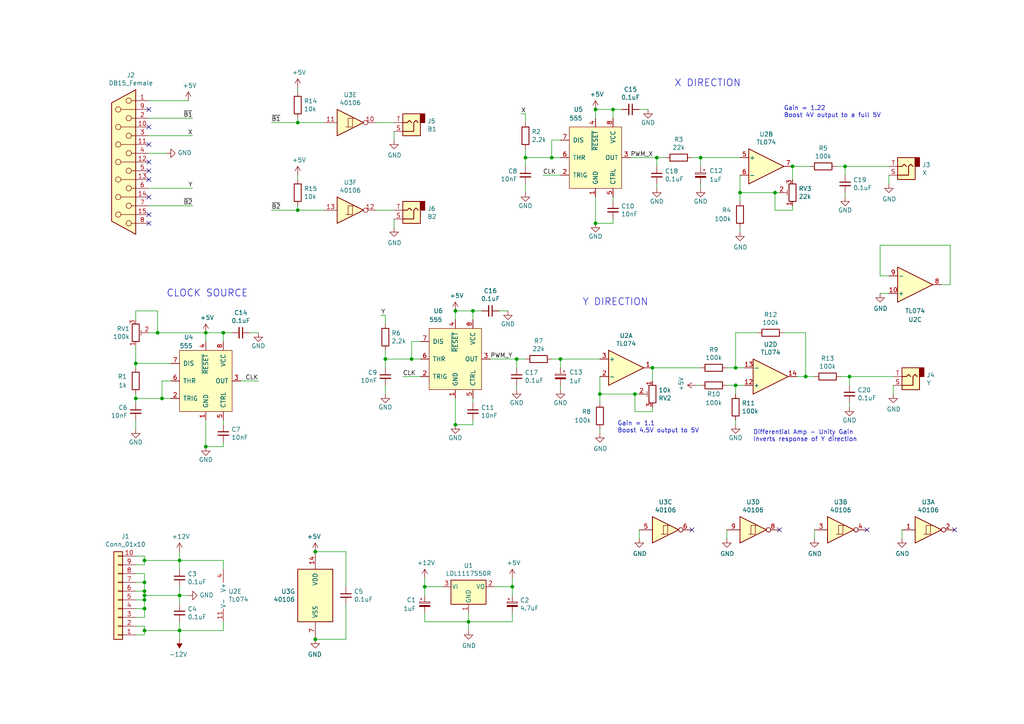
<source format=kicad_sch>
(kicad_sch (version 20211123) (generator eeschema)

  (uuid 935f462d-8b1e-4005-9f1e-17f537ab1756)

  (paper "A4")

  (title_block
    (title "GamePort to CV Module")
    (date "2021-04-06")
    (rev "0.1")
    (company "xperseai")
  )

  (lib_symbols
    (symbol "4xxx:40106" (pin_names (offset 1.016)) (in_bom yes) (on_board yes)
      (property "Reference" "U" (id 0) (at 0 1.27 0)
        (effects (font (size 1.27 1.27)))
      )
      (property "Value" "40106" (id 1) (at 0 -1.27 0)
        (effects (font (size 1.27 1.27)))
      )
      (property "Footprint" "" (id 2) (at 0 0 0)
        (effects (font (size 1.27 1.27)) hide)
      )
      (property "Datasheet" "https://assets.nexperia.com/documents/data-sheet/HEF40106B.pdf" (id 3) (at 0 0 0)
        (effects (font (size 1.27 1.27)) hide)
      )
      (property "ki_locked" "" (id 4) (at 0 0 0)
        (effects (font (size 1.27 1.27)))
      )
      (property "ki_keywords" "CMOS" (id 5) (at 0 0 0)
        (effects (font (size 1.27 1.27)) hide)
      )
      (property "ki_description" "Hex Schmitt trigger inverter" (id 6) (at 0 0 0)
        (effects (font (size 1.27 1.27)) hide)
      )
      (property "ki_fp_filters" "DIP?14*" (id 7) (at 0 0 0)
        (effects (font (size 1.27 1.27)) hide)
      )
      (symbol "40106_1_0"
        (polyline
          (pts
            (xy -0.635 -1.27)
            (xy -0.635 1.27)
            (xy 0.635 1.27)
          )
          (stroke (width 0) (type default) (color 0 0 0 0))
          (fill (type none))
        )
        (polyline
          (pts
            (xy -3.81 3.81)
            (xy -3.81 -3.81)
            (xy 3.81 0)
            (xy -3.81 3.81)
          )
          (stroke (width 0.254) (type default) (color 0 0 0 0))
          (fill (type background))
        )
        (polyline
          (pts
            (xy -1.27 -1.27)
            (xy 0.635 -1.27)
            (xy 0.635 1.27)
            (xy 1.27 1.27)
          )
          (stroke (width 0) (type default) (color 0 0 0 0))
          (fill (type none))
        )
        (pin input line (at -7.62 0 0) (length 3.81)
          (name "~" (effects (font (size 1.27 1.27))))
          (number "1" (effects (font (size 1.27 1.27))))
        )
        (pin output inverted (at 7.62 0 180) (length 3.81)
          (name "~" (effects (font (size 1.27 1.27))))
          (number "2" (effects (font (size 1.27 1.27))))
        )
      )
      (symbol "40106_2_0"
        (polyline
          (pts
            (xy -0.635 -1.27)
            (xy -0.635 1.27)
            (xy 0.635 1.27)
          )
          (stroke (width 0) (type default) (color 0 0 0 0))
          (fill (type none))
        )
        (polyline
          (pts
            (xy -3.81 3.81)
            (xy -3.81 -3.81)
            (xy 3.81 0)
            (xy -3.81 3.81)
          )
          (stroke (width 0.254) (type default) (color 0 0 0 0))
          (fill (type background))
        )
        (polyline
          (pts
            (xy -1.27 -1.27)
            (xy 0.635 -1.27)
            (xy 0.635 1.27)
            (xy 1.27 1.27)
          )
          (stroke (width 0) (type default) (color 0 0 0 0))
          (fill (type none))
        )
        (pin input line (at -7.62 0 0) (length 3.81)
          (name "~" (effects (font (size 1.27 1.27))))
          (number "3" (effects (font (size 1.27 1.27))))
        )
        (pin output inverted (at 7.62 0 180) (length 3.81)
          (name "~" (effects (font (size 1.27 1.27))))
          (number "4" (effects (font (size 1.27 1.27))))
        )
      )
      (symbol "40106_3_0"
        (polyline
          (pts
            (xy -0.635 -1.27)
            (xy -0.635 1.27)
            (xy 0.635 1.27)
          )
          (stroke (width 0) (type default) (color 0 0 0 0))
          (fill (type none))
        )
        (polyline
          (pts
            (xy -3.81 3.81)
            (xy -3.81 -3.81)
            (xy 3.81 0)
            (xy -3.81 3.81)
          )
          (stroke (width 0.254) (type default) (color 0 0 0 0))
          (fill (type background))
        )
        (polyline
          (pts
            (xy -1.27 -1.27)
            (xy 0.635 -1.27)
            (xy 0.635 1.27)
            (xy 1.27 1.27)
          )
          (stroke (width 0) (type default) (color 0 0 0 0))
          (fill (type none))
        )
        (pin input line (at -7.62 0 0) (length 3.81)
          (name "~" (effects (font (size 1.27 1.27))))
          (number "5" (effects (font (size 1.27 1.27))))
        )
        (pin output inverted (at 7.62 0 180) (length 3.81)
          (name "~" (effects (font (size 1.27 1.27))))
          (number "6" (effects (font (size 1.27 1.27))))
        )
      )
      (symbol "40106_4_0"
        (polyline
          (pts
            (xy -0.635 -1.27)
            (xy -0.635 1.27)
            (xy 0.635 1.27)
          )
          (stroke (width 0) (type default) (color 0 0 0 0))
          (fill (type none))
        )
        (polyline
          (pts
            (xy -3.81 3.81)
            (xy -3.81 -3.81)
            (xy 3.81 0)
            (xy -3.81 3.81)
          )
          (stroke (width 0.254) (type default) (color 0 0 0 0))
          (fill (type background))
        )
        (polyline
          (pts
            (xy -1.27 -1.27)
            (xy 0.635 -1.27)
            (xy 0.635 1.27)
            (xy 1.27 1.27)
          )
          (stroke (width 0) (type default) (color 0 0 0 0))
          (fill (type none))
        )
        (pin output inverted (at 7.62 0 180) (length 3.81)
          (name "~" (effects (font (size 1.27 1.27))))
          (number "8" (effects (font (size 1.27 1.27))))
        )
        (pin input line (at -7.62 0 0) (length 3.81)
          (name "~" (effects (font (size 1.27 1.27))))
          (number "9" (effects (font (size 1.27 1.27))))
        )
      )
      (symbol "40106_5_0"
        (polyline
          (pts
            (xy -0.635 -1.27)
            (xy -0.635 1.27)
            (xy 0.635 1.27)
          )
          (stroke (width 0) (type default) (color 0 0 0 0))
          (fill (type none))
        )
        (polyline
          (pts
            (xy -3.81 3.81)
            (xy -3.81 -3.81)
            (xy 3.81 0)
            (xy -3.81 3.81)
          )
          (stroke (width 0.254) (type default) (color 0 0 0 0))
          (fill (type background))
        )
        (polyline
          (pts
            (xy -1.27 -1.27)
            (xy 0.635 -1.27)
            (xy 0.635 1.27)
            (xy 1.27 1.27)
          )
          (stroke (width 0) (type default) (color 0 0 0 0))
          (fill (type none))
        )
        (pin output inverted (at 7.62 0 180) (length 3.81)
          (name "~" (effects (font (size 1.27 1.27))))
          (number "10" (effects (font (size 1.27 1.27))))
        )
        (pin input line (at -7.62 0 0) (length 3.81)
          (name "~" (effects (font (size 1.27 1.27))))
          (number "11" (effects (font (size 1.27 1.27))))
        )
      )
      (symbol "40106_6_0"
        (polyline
          (pts
            (xy -0.635 -1.27)
            (xy -0.635 1.27)
            (xy 0.635 1.27)
          )
          (stroke (width 0) (type default) (color 0 0 0 0))
          (fill (type none))
        )
        (polyline
          (pts
            (xy -3.81 3.81)
            (xy -3.81 -3.81)
            (xy 3.81 0)
            (xy -3.81 3.81)
          )
          (stroke (width 0.254) (type default) (color 0 0 0 0))
          (fill (type background))
        )
        (polyline
          (pts
            (xy -1.27 -1.27)
            (xy 0.635 -1.27)
            (xy 0.635 1.27)
            (xy 1.27 1.27)
          )
          (stroke (width 0) (type default) (color 0 0 0 0))
          (fill (type none))
        )
        (pin output inverted (at 7.62 0 180) (length 3.81)
          (name "~" (effects (font (size 1.27 1.27))))
          (number "12" (effects (font (size 1.27 1.27))))
        )
        (pin input line (at -7.62 0 0) (length 3.81)
          (name "~" (effects (font (size 1.27 1.27))))
          (number "13" (effects (font (size 1.27 1.27))))
        )
      )
      (symbol "40106_7_0"
        (pin power_in line (at 0 12.7 270) (length 5.08)
          (name "VDD" (effects (font (size 1.27 1.27))))
          (number "14" (effects (font (size 1.27 1.27))))
        )
        (pin power_in line (at 0 -12.7 90) (length 5.08)
          (name "VSS" (effects (font (size 1.27 1.27))))
          (number "7" (effects (font (size 1.27 1.27))))
        )
      )
      (symbol "40106_7_1"
        (rectangle (start -5.08 7.62) (end 5.08 -7.62)
          (stroke (width 0.254) (type default) (color 0 0 0 0))
          (fill (type background))
        )
      )
    )
    (symbol "Amplifier_Operational:TL074" (pin_names (offset 0.127)) (in_bom yes) (on_board yes)
      (property "Reference" "U" (id 0) (at 0 5.08 0)
        (effects (font (size 1.27 1.27)) (justify left))
      )
      (property "Value" "TL074" (id 1) (at 0 -5.08 0)
        (effects (font (size 1.27 1.27)) (justify left))
      )
      (property "Footprint" "" (id 2) (at -1.27 2.54 0)
        (effects (font (size 1.27 1.27)) hide)
      )
      (property "Datasheet" "http://www.ti.com/lit/ds/symlink/tl071.pdf" (id 3) (at 1.27 5.08 0)
        (effects (font (size 1.27 1.27)) hide)
      )
      (property "ki_locked" "" (id 4) (at 0 0 0)
        (effects (font (size 1.27 1.27)))
      )
      (property "ki_keywords" "quad opamp" (id 5) (at 0 0 0)
        (effects (font (size 1.27 1.27)) hide)
      )
      (property "ki_description" "Quad Low-Noise JFET-Input Operational Amplifiers, DIP-14/SOIC-14" (id 6) (at 0 0 0)
        (effects (font (size 1.27 1.27)) hide)
      )
      (property "ki_fp_filters" "SOIC*3.9x8.7mm*P1.27mm* DIP*W7.62mm* TSSOP*4.4x5mm*P0.65mm* SSOP*5.3x6.2mm*P0.65mm* MSOP*3x3mm*P0.5mm*" (id 7) (at 0 0 0)
        (effects (font (size 1.27 1.27)) hide)
      )
      (symbol "TL074_1_1"
        (polyline
          (pts
            (xy -5.08 5.08)
            (xy 5.08 0)
            (xy -5.08 -5.08)
            (xy -5.08 5.08)
          )
          (stroke (width 0.254) (type default) (color 0 0 0 0))
          (fill (type background))
        )
        (pin output line (at 7.62 0 180) (length 2.54)
          (name "~" (effects (font (size 1.27 1.27))))
          (number "1" (effects (font (size 1.27 1.27))))
        )
        (pin input line (at -7.62 -2.54 0) (length 2.54)
          (name "-" (effects (font (size 1.27 1.27))))
          (number "2" (effects (font (size 1.27 1.27))))
        )
        (pin input line (at -7.62 2.54 0) (length 2.54)
          (name "+" (effects (font (size 1.27 1.27))))
          (number "3" (effects (font (size 1.27 1.27))))
        )
      )
      (symbol "TL074_2_1"
        (polyline
          (pts
            (xy -5.08 5.08)
            (xy 5.08 0)
            (xy -5.08 -5.08)
            (xy -5.08 5.08)
          )
          (stroke (width 0.254) (type default) (color 0 0 0 0))
          (fill (type background))
        )
        (pin input line (at -7.62 2.54 0) (length 2.54)
          (name "+" (effects (font (size 1.27 1.27))))
          (number "5" (effects (font (size 1.27 1.27))))
        )
        (pin input line (at -7.62 -2.54 0) (length 2.54)
          (name "-" (effects (font (size 1.27 1.27))))
          (number "6" (effects (font (size 1.27 1.27))))
        )
        (pin output line (at 7.62 0 180) (length 2.54)
          (name "~" (effects (font (size 1.27 1.27))))
          (number "7" (effects (font (size 1.27 1.27))))
        )
      )
      (symbol "TL074_3_1"
        (polyline
          (pts
            (xy -5.08 5.08)
            (xy 5.08 0)
            (xy -5.08 -5.08)
            (xy -5.08 5.08)
          )
          (stroke (width 0.254) (type default) (color 0 0 0 0))
          (fill (type background))
        )
        (pin input line (at -7.62 2.54 0) (length 2.54)
          (name "+" (effects (font (size 1.27 1.27))))
          (number "10" (effects (font (size 1.27 1.27))))
        )
        (pin output line (at 7.62 0 180) (length 2.54)
          (name "~" (effects (font (size 1.27 1.27))))
          (number "8" (effects (font (size 1.27 1.27))))
        )
        (pin input line (at -7.62 -2.54 0) (length 2.54)
          (name "-" (effects (font (size 1.27 1.27))))
          (number "9" (effects (font (size 1.27 1.27))))
        )
      )
      (symbol "TL074_4_1"
        (polyline
          (pts
            (xy -5.08 5.08)
            (xy 5.08 0)
            (xy -5.08 -5.08)
            (xy -5.08 5.08)
          )
          (stroke (width 0.254) (type default) (color 0 0 0 0))
          (fill (type background))
        )
        (pin input line (at -7.62 2.54 0) (length 2.54)
          (name "+" (effects (font (size 1.27 1.27))))
          (number "12" (effects (font (size 1.27 1.27))))
        )
        (pin input line (at -7.62 -2.54 0) (length 2.54)
          (name "-" (effects (font (size 1.27 1.27))))
          (number "13" (effects (font (size 1.27 1.27))))
        )
        (pin output line (at 7.62 0 180) (length 2.54)
          (name "~" (effects (font (size 1.27 1.27))))
          (number "14" (effects (font (size 1.27 1.27))))
        )
      )
      (symbol "TL074_5_1"
        (pin power_in line (at -2.54 -7.62 90) (length 3.81)
          (name "V-" (effects (font (size 1.27 1.27))))
          (number "11" (effects (font (size 1.27 1.27))))
        )
        (pin power_in line (at -2.54 7.62 270) (length 3.81)
          (name "V+" (effects (font (size 1.27 1.27))))
          (number "4" (effects (font (size 1.27 1.27))))
        )
      )
    )
    (symbol "Connector:AudioJack2" (in_bom yes) (on_board yes)
      (property "Reference" "J" (id 0) (at 0 8.89 0)
        (effects (font (size 1.27 1.27)))
      )
      (property "Value" "AudioJack2" (id 1) (at 0 6.35 0)
        (effects (font (size 1.27 1.27)))
      )
      (property "Footprint" "" (id 2) (at 0 0 0)
        (effects (font (size 1.27 1.27)) hide)
      )
      (property "Datasheet" "~" (id 3) (at 0 0 0)
        (effects (font (size 1.27 1.27)) hide)
      )
      (property "ki_keywords" "audio jack receptacle mono phone headphone TS connector" (id 4) (at 0 0 0)
        (effects (font (size 1.27 1.27)) hide)
      )
      (property "ki_description" "Audio Jack, 2 Poles (Mono / TS)" (id 5) (at 0 0 0)
        (effects (font (size 1.27 1.27)) hide)
      )
      (property "ki_fp_filters" "Jack*" (id 6) (at 0 0 0)
        (effects (font (size 1.27 1.27)) hide)
      )
      (symbol "AudioJack2_0_1"
        (rectangle (start -3.81 0) (end -2.54 -2.54)
          (stroke (width 0.254) (type default) (color 0 0 0 0))
          (fill (type outline))
        )
        (rectangle (start -2.54 3.81) (end 2.54 -2.54)
          (stroke (width 0.254) (type default) (color 0 0 0 0))
          (fill (type background))
        )
        (polyline
          (pts
            (xy 0 0)
            (xy 0.635 -0.635)
            (xy 1.27 0)
            (xy 2.54 0)
          )
          (stroke (width 0.254) (type default) (color 0 0 0 0))
          (fill (type none))
        )
        (polyline
          (pts
            (xy 2.54 2.54)
            (xy -0.635 2.54)
            (xy -0.635 0)
            (xy -1.27 -0.635)
            (xy -1.905 0)
          )
          (stroke (width 0.254) (type default) (color 0 0 0 0))
          (fill (type none))
        )
      )
      (symbol "AudioJack2_1_1"
        (pin passive line (at 5.08 2.54 180) (length 2.54)
          (name "~" (effects (font (size 1.27 1.27))))
          (number "S" (effects (font (size 1.27 1.27))))
        )
        (pin passive line (at 5.08 0 180) (length 2.54)
          (name "~" (effects (font (size 1.27 1.27))))
          (number "T" (effects (font (size 1.27 1.27))))
        )
      )
    )
    (symbol "Connector:DB15_Female" (pin_names (offset 1.016) hide) (in_bom yes) (on_board yes)
      (property "Reference" "J" (id 0) (at 0.508 21.59 0)
        (effects (font (size 1.27 1.27)))
      )
      (property "Value" "DB15_Female" (id 1) (at 0 -22.225 0)
        (effects (font (size 1.27 1.27)))
      )
      (property "Footprint" "" (id 2) (at 0 0 0)
        (effects (font (size 1.27 1.27)) hide)
      )
      (property "Datasheet" " ~" (id 3) (at 0 0 0)
        (effects (font (size 1.27 1.27)) hide)
      )
      (property "ki_keywords" "female D-SUB connector" (id 4) (at 0 0 0)
        (effects (font (size 1.27 1.27)) hide)
      )
      (property "ki_description" "15-pin female D-SUB connector (low-density/2 columns)" (id 5) (at 0 0 0)
        (effects (font (size 1.27 1.27)) hide)
      )
      (property "ki_fp_filters" "DSUB*Female*" (id 6) (at 0 0 0)
        (effects (font (size 1.27 1.27)) hide)
      )
      (symbol "DB15_Female_0_1"
        (circle (center -1.778 -17.78) (radius 0.762)
          (stroke (width 0) (type default) (color 0 0 0 0))
          (fill (type none))
        )
        (circle (center -1.778 -12.7) (radius 0.762)
          (stroke (width 0) (type default) (color 0 0 0 0))
          (fill (type none))
        )
        (circle (center -1.778 -7.62) (radius 0.762)
          (stroke (width 0) (type default) (color 0 0 0 0))
          (fill (type none))
        )
        (circle (center -1.778 -2.54) (radius 0.762)
          (stroke (width 0) (type default) (color 0 0 0 0))
          (fill (type none))
        )
        (circle (center -1.778 2.54) (radius 0.762)
          (stroke (width 0) (type default) (color 0 0 0 0))
          (fill (type none))
        )
        (circle (center -1.778 7.62) (radius 0.762)
          (stroke (width 0) (type default) (color 0 0 0 0))
          (fill (type none))
        )
        (circle (center -1.778 12.7) (radius 0.762)
          (stroke (width 0) (type default) (color 0 0 0 0))
          (fill (type none))
        )
        (circle (center -1.778 17.78) (radius 0.762)
          (stroke (width 0) (type default) (color 0 0 0 0))
          (fill (type none))
        )
        (polyline
          (pts
            (xy -3.81 -17.78)
            (xy -2.54 -17.78)
          )
          (stroke (width 0) (type default) (color 0 0 0 0))
          (fill (type none))
        )
        (polyline
          (pts
            (xy -3.81 -15.24)
            (xy 0.508 -15.24)
          )
          (stroke (width 0) (type default) (color 0 0 0 0))
          (fill (type none))
        )
        (polyline
          (pts
            (xy -3.81 -12.7)
            (xy -2.54 -12.7)
          )
          (stroke (width 0) (type default) (color 0 0 0 0))
          (fill (type none))
        )
        (polyline
          (pts
            (xy -3.81 -10.16)
            (xy 0.508 -10.16)
          )
          (stroke (width 0) (type default) (color 0 0 0 0))
          (fill (type none))
        )
        (polyline
          (pts
            (xy -3.81 -7.62)
            (xy -2.54 -7.62)
          )
          (stroke (width 0) (type default) (color 0 0 0 0))
          (fill (type none))
        )
        (polyline
          (pts
            (xy -3.81 -5.08)
            (xy 0.508 -5.08)
          )
          (stroke (width 0) (type default) (color 0 0 0 0))
          (fill (type none))
        )
        (polyline
          (pts
            (xy -3.81 -2.54)
            (xy -2.54 -2.54)
          )
          (stroke (width 0) (type default) (color 0 0 0 0))
          (fill (type none))
        )
        (polyline
          (pts
            (xy -3.81 0)
            (xy 0.508 0)
          )
          (stroke (width 0) (type default) (color 0 0 0 0))
          (fill (type none))
        )
        (polyline
          (pts
            (xy -3.81 2.54)
            (xy -2.54 2.54)
          )
          (stroke (width 0) (type default) (color 0 0 0 0))
          (fill (type none))
        )
        (polyline
          (pts
            (xy -3.81 5.08)
            (xy 0.508 5.08)
          )
          (stroke (width 0) (type default) (color 0 0 0 0))
          (fill (type none))
        )
        (polyline
          (pts
            (xy -3.81 7.62)
            (xy -2.54 7.62)
          )
          (stroke (width 0) (type default) (color 0 0 0 0))
          (fill (type none))
        )
        (polyline
          (pts
            (xy -3.81 10.16)
            (xy 0.508 10.16)
          )
          (stroke (width 0) (type default) (color 0 0 0 0))
          (fill (type none))
        )
        (polyline
          (pts
            (xy -3.81 12.7)
            (xy -2.54 12.7)
          )
          (stroke (width 0) (type default) (color 0 0 0 0))
          (fill (type none))
        )
        (polyline
          (pts
            (xy -3.81 15.24)
            (xy 0.508 15.24)
          )
          (stroke (width 0) (type default) (color 0 0 0 0))
          (fill (type none))
        )
        (polyline
          (pts
            (xy -3.81 17.78)
            (xy -2.54 17.78)
          )
          (stroke (width 0) (type default) (color 0 0 0 0))
          (fill (type none))
        )
        (polyline
          (pts
            (xy -3.81 20.955)
            (xy 3.175 17.145)
            (xy 3.175 -17.145)
            (xy -3.81 -20.955)
            (xy -3.81 20.955)
          )
          (stroke (width 0.254) (type default) (color 0 0 0 0))
          (fill (type background))
        )
        (circle (center 1.27 -15.24) (radius 0.762)
          (stroke (width 0) (type default) (color 0 0 0 0))
          (fill (type none))
        )
        (circle (center 1.27 -10.16) (radius 0.762)
          (stroke (width 0) (type default) (color 0 0 0 0))
          (fill (type none))
        )
        (circle (center 1.27 -5.08) (radius 0.762)
          (stroke (width 0) (type default) (color 0 0 0 0))
          (fill (type none))
        )
        (circle (center 1.27 0) (radius 0.762)
          (stroke (width 0) (type default) (color 0 0 0 0))
          (fill (type none))
        )
        (circle (center 1.27 5.08) (radius 0.762)
          (stroke (width 0) (type default) (color 0 0 0 0))
          (fill (type none))
        )
        (circle (center 1.27 10.16) (radius 0.762)
          (stroke (width 0) (type default) (color 0 0 0 0))
          (fill (type none))
        )
        (circle (center 1.27 15.24) (radius 0.762)
          (stroke (width 0) (type default) (color 0 0 0 0))
          (fill (type none))
        )
      )
      (symbol "DB15_Female_1_1"
        (pin passive line (at -7.62 17.78 0) (length 3.81)
          (name "1" (effects (font (size 1.27 1.27))))
          (number "1" (effects (font (size 1.27 1.27))))
        )
        (pin passive line (at -7.62 10.16 0) (length 3.81)
          (name "P10" (effects (font (size 1.27 1.27))))
          (number "10" (effects (font (size 1.27 1.27))))
        )
        (pin passive line (at -7.62 5.08 0) (length 3.81)
          (name "P111" (effects (font (size 1.27 1.27))))
          (number "11" (effects (font (size 1.27 1.27))))
        )
        (pin passive line (at -7.62 0 0) (length 3.81)
          (name "P12" (effects (font (size 1.27 1.27))))
          (number "12" (effects (font (size 1.27 1.27))))
        )
        (pin passive line (at -7.62 -5.08 0) (length 3.81)
          (name "P13" (effects (font (size 1.27 1.27))))
          (number "13" (effects (font (size 1.27 1.27))))
        )
        (pin passive line (at -7.62 -10.16 0) (length 3.81)
          (name "P14" (effects (font (size 1.27 1.27))))
          (number "14" (effects (font (size 1.27 1.27))))
        )
        (pin passive line (at -7.62 -15.24 0) (length 3.81)
          (name "P15" (effects (font (size 1.27 1.27))))
          (number "15" (effects (font (size 1.27 1.27))))
        )
        (pin passive line (at -7.62 12.7 0) (length 3.81)
          (name "2" (effects (font (size 1.27 1.27))))
          (number "2" (effects (font (size 1.27 1.27))))
        )
        (pin passive line (at -7.62 7.62 0) (length 3.81)
          (name "3" (effects (font (size 1.27 1.27))))
          (number "3" (effects (font (size 1.27 1.27))))
        )
        (pin passive line (at -7.62 2.54 0) (length 3.81)
          (name "4" (effects (font (size 1.27 1.27))))
          (number "4" (effects (font (size 1.27 1.27))))
        )
        (pin passive line (at -7.62 -2.54 0) (length 3.81)
          (name "5" (effects (font (size 1.27 1.27))))
          (number "5" (effects (font (size 1.27 1.27))))
        )
        (pin passive line (at -7.62 -7.62 0) (length 3.81)
          (name "6" (effects (font (size 1.27 1.27))))
          (number "6" (effects (font (size 1.27 1.27))))
        )
        (pin passive line (at -7.62 -12.7 0) (length 3.81)
          (name "7" (effects (font (size 1.27 1.27))))
          (number "7" (effects (font (size 1.27 1.27))))
        )
        (pin passive line (at -7.62 -17.78 0) (length 3.81)
          (name "8" (effects (font (size 1.27 1.27))))
          (number "8" (effects (font (size 1.27 1.27))))
        )
        (pin passive line (at -7.62 15.24 0) (length 3.81)
          (name "P9" (effects (font (size 1.27 1.27))))
          (number "9" (effects (font (size 1.27 1.27))))
        )
      )
    )
    (symbol "Connector_Generic:Conn_01x10" (pin_names (offset 1.016) hide) (in_bom yes) (on_board yes)
      (property "Reference" "J" (id 0) (at 0 12.7 0)
        (effects (font (size 1.27 1.27)))
      )
      (property "Value" "Conn_01x10" (id 1) (at 0 -15.24 0)
        (effects (font (size 1.27 1.27)))
      )
      (property "Footprint" "" (id 2) (at 0 0 0)
        (effects (font (size 1.27 1.27)) hide)
      )
      (property "Datasheet" "~" (id 3) (at 0 0 0)
        (effects (font (size 1.27 1.27)) hide)
      )
      (property "ki_keywords" "connector" (id 4) (at 0 0 0)
        (effects (font (size 1.27 1.27)) hide)
      )
      (property "ki_description" "Generic connector, single row, 01x10, script generated (kicad-library-utils/schlib/autogen/connector/)" (id 5) (at 0 0 0)
        (effects (font (size 1.27 1.27)) hide)
      )
      (property "ki_fp_filters" "Connector*:*_1x??_*" (id 6) (at 0 0 0)
        (effects (font (size 1.27 1.27)) hide)
      )
      (symbol "Conn_01x10_1_1"
        (rectangle (start -1.27 -12.573) (end 0 -12.827)
          (stroke (width 0.1524) (type default) (color 0 0 0 0))
          (fill (type none))
        )
        (rectangle (start -1.27 -10.033) (end 0 -10.287)
          (stroke (width 0.1524) (type default) (color 0 0 0 0))
          (fill (type none))
        )
        (rectangle (start -1.27 -7.493) (end 0 -7.747)
          (stroke (width 0.1524) (type default) (color 0 0 0 0))
          (fill (type none))
        )
        (rectangle (start -1.27 -4.953) (end 0 -5.207)
          (stroke (width 0.1524) (type default) (color 0 0 0 0))
          (fill (type none))
        )
        (rectangle (start -1.27 -2.413) (end 0 -2.667)
          (stroke (width 0.1524) (type default) (color 0 0 0 0))
          (fill (type none))
        )
        (rectangle (start -1.27 0.127) (end 0 -0.127)
          (stroke (width 0.1524) (type default) (color 0 0 0 0))
          (fill (type none))
        )
        (rectangle (start -1.27 2.667) (end 0 2.413)
          (stroke (width 0.1524) (type default) (color 0 0 0 0))
          (fill (type none))
        )
        (rectangle (start -1.27 5.207) (end 0 4.953)
          (stroke (width 0.1524) (type default) (color 0 0 0 0))
          (fill (type none))
        )
        (rectangle (start -1.27 7.747) (end 0 7.493)
          (stroke (width 0.1524) (type default) (color 0 0 0 0))
          (fill (type none))
        )
        (rectangle (start -1.27 10.287) (end 0 10.033)
          (stroke (width 0.1524) (type default) (color 0 0 0 0))
          (fill (type none))
        )
        (rectangle (start -1.27 11.43) (end 1.27 -13.97)
          (stroke (width 0.254) (type default) (color 0 0 0 0))
          (fill (type background))
        )
        (pin passive line (at -5.08 10.16 0) (length 3.81)
          (name "Pin_1" (effects (font (size 1.27 1.27))))
          (number "1" (effects (font (size 1.27 1.27))))
        )
        (pin passive line (at -5.08 -12.7 0) (length 3.81)
          (name "Pin_10" (effects (font (size 1.27 1.27))))
          (number "10" (effects (font (size 1.27 1.27))))
        )
        (pin passive line (at -5.08 7.62 0) (length 3.81)
          (name "Pin_2" (effects (font (size 1.27 1.27))))
          (number "2" (effects (font (size 1.27 1.27))))
        )
        (pin passive line (at -5.08 5.08 0) (length 3.81)
          (name "Pin_3" (effects (font (size 1.27 1.27))))
          (number "3" (effects (font (size 1.27 1.27))))
        )
        (pin passive line (at -5.08 2.54 0) (length 3.81)
          (name "Pin_4" (effects (font (size 1.27 1.27))))
          (number "4" (effects (font (size 1.27 1.27))))
        )
        (pin passive line (at -5.08 0 0) (length 3.81)
          (name "Pin_5" (effects (font (size 1.27 1.27))))
          (number "5" (effects (font (size 1.27 1.27))))
        )
        (pin passive line (at -5.08 -2.54 0) (length 3.81)
          (name "Pin_6" (effects (font (size 1.27 1.27))))
          (number "6" (effects (font (size 1.27 1.27))))
        )
        (pin passive line (at -5.08 -5.08 0) (length 3.81)
          (name "Pin_7" (effects (font (size 1.27 1.27))))
          (number "7" (effects (font (size 1.27 1.27))))
        )
        (pin passive line (at -5.08 -7.62 0) (length 3.81)
          (name "Pin_8" (effects (font (size 1.27 1.27))))
          (number "8" (effects (font (size 1.27 1.27))))
        )
        (pin passive line (at -5.08 -10.16 0) (length 3.81)
          (name "Pin_9" (effects (font (size 1.27 1.27))))
          (number "9" (effects (font (size 1.27 1.27))))
        )
      )
    )
    (symbol "Device:CP_Small" (pin_numbers hide) (pin_names (offset 0.254) hide) (in_bom yes) (on_board yes)
      (property "Reference" "C" (id 0) (at 0.254 1.778 0)
        (effects (font (size 1.27 1.27)) (justify left))
      )
      (property "Value" "Device_CP_Small" (id 1) (at 0.254 -2.032 0)
        (effects (font (size 1.27 1.27)) (justify left))
      )
      (property "Footprint" "" (id 2) (at 0 0 0)
        (effects (font (size 1.27 1.27)) hide)
      )
      (property "Datasheet" "" (id 3) (at 0 0 0)
        (effects (font (size 1.27 1.27)) hide)
      )
      (property "ki_fp_filters" "CP_*" (id 4) (at 0 0 0)
        (effects (font (size 1.27 1.27)) hide)
      )
      (symbol "CP_Small_0_1"
        (rectangle (start -1.524 -0.3048) (end 1.524 -0.6858)
          (stroke (width 0) (type default) (color 0 0 0 0))
          (fill (type outline))
        )
        (rectangle (start -1.524 0.6858) (end 1.524 0.3048)
          (stroke (width 0) (type default) (color 0 0 0 0))
          (fill (type none))
        )
        (polyline
          (pts
            (xy -1.27 1.524)
            (xy -0.762 1.524)
          )
          (stroke (width 0) (type default) (color 0 0 0 0))
          (fill (type none))
        )
        (polyline
          (pts
            (xy -1.016 1.27)
            (xy -1.016 1.778)
          )
          (stroke (width 0) (type default) (color 0 0 0 0))
          (fill (type none))
        )
      )
      (symbol "CP_Small_1_1"
        (pin passive line (at 0 2.54 270) (length 1.8542)
          (name "~" (effects (font (size 1.27 1.27))))
          (number "1" (effects (font (size 1.27 1.27))))
        )
        (pin passive line (at 0 -2.54 90) (length 1.8542)
          (name "~" (effects (font (size 1.27 1.27))))
          (number "2" (effects (font (size 1.27 1.27))))
        )
      )
    )
    (symbol "Device:C_Small" (pin_numbers hide) (pin_names (offset 0.254) hide) (in_bom yes) (on_board yes)
      (property "Reference" "C" (id 0) (at 0.254 1.778 0)
        (effects (font (size 1.27 1.27)) (justify left))
      )
      (property "Value" "C_Small" (id 1) (at 0.254 -2.032 0)
        (effects (font (size 1.27 1.27)) (justify left))
      )
      (property "Footprint" "" (id 2) (at 0 0 0)
        (effects (font (size 1.27 1.27)) hide)
      )
      (property "Datasheet" "~" (id 3) (at 0 0 0)
        (effects (font (size 1.27 1.27)) hide)
      )
      (property "ki_keywords" "capacitor cap" (id 4) (at 0 0 0)
        (effects (font (size 1.27 1.27)) hide)
      )
      (property "ki_description" "Unpolarized capacitor, small symbol" (id 5) (at 0 0 0)
        (effects (font (size 1.27 1.27)) hide)
      )
      (property "ki_fp_filters" "C_*" (id 6) (at 0 0 0)
        (effects (font (size 1.27 1.27)) hide)
      )
      (symbol "C_Small_0_1"
        (polyline
          (pts
            (xy -1.524 -0.508)
            (xy 1.524 -0.508)
          )
          (stroke (width 0.3302) (type default) (color 0 0 0 0))
          (fill (type none))
        )
        (polyline
          (pts
            (xy -1.524 0.508)
            (xy 1.524 0.508)
          )
          (stroke (width 0.3048) (type default) (color 0 0 0 0))
          (fill (type none))
        )
      )
      (symbol "C_Small_1_1"
        (pin passive line (at 0 2.54 270) (length 2.032)
          (name "~" (effects (font (size 1.27 1.27))))
          (number "1" (effects (font (size 1.27 1.27))))
        )
        (pin passive line (at 0 -2.54 90) (length 2.032)
          (name "~" (effects (font (size 1.27 1.27))))
          (number "2" (effects (font (size 1.27 1.27))))
        )
      )
    )
    (symbol "Device:R" (pin_numbers hide) (pin_names (offset 0)) (in_bom yes) (on_board yes)
      (property "Reference" "R" (id 0) (at 2.032 0 90)
        (effects (font (size 1.27 1.27)))
      )
      (property "Value" "R" (id 1) (at 0 0 90)
        (effects (font (size 1.27 1.27)))
      )
      (property "Footprint" "" (id 2) (at -1.778 0 90)
        (effects (font (size 1.27 1.27)) hide)
      )
      (property "Datasheet" "~" (id 3) (at 0 0 0)
        (effects (font (size 1.27 1.27)) hide)
      )
      (property "ki_keywords" "R res resistor" (id 4) (at 0 0 0)
        (effects (font (size 1.27 1.27)) hide)
      )
      (property "ki_description" "Resistor" (id 5) (at 0 0 0)
        (effects (font (size 1.27 1.27)) hide)
      )
      (property "ki_fp_filters" "R_*" (id 6) (at 0 0 0)
        (effects (font (size 1.27 1.27)) hide)
      )
      (symbol "R_0_1"
        (rectangle (start -1.016 -2.54) (end 1.016 2.54)
          (stroke (width 0.254) (type default) (color 0 0 0 0))
          (fill (type none))
        )
      )
      (symbol "R_1_1"
        (pin passive line (at 0 3.81 270) (length 1.27)
          (name "~" (effects (font (size 1.27 1.27))))
          (number "1" (effects (font (size 1.27 1.27))))
        )
        (pin passive line (at 0 -3.81 90) (length 1.27)
          (name "~" (effects (font (size 1.27 1.27))))
          (number "2" (effects (font (size 1.27 1.27))))
        )
      )
    )
    (symbol "Device:R_POT_TRIM" (pin_names (offset 1.016) hide) (in_bom yes) (on_board yes)
      (property "Reference" "RV" (id 0) (at -4.445 0 90)
        (effects (font (size 1.27 1.27)))
      )
      (property "Value" "Device_R_POT_TRIM" (id 1) (at -2.54 0 90)
        (effects (font (size 1.27 1.27)))
      )
      (property "Footprint" "" (id 2) (at 0 0 0)
        (effects (font (size 1.27 1.27)) hide)
      )
      (property "Datasheet" "" (id 3) (at 0 0 0)
        (effects (font (size 1.27 1.27)) hide)
      )
      (property "ki_fp_filters" "Potentiometer*" (id 4) (at 0 0 0)
        (effects (font (size 1.27 1.27)) hide)
      )
      (symbol "R_POT_TRIM_0_1"
        (polyline
          (pts
            (xy 1.524 0.762)
            (xy 1.524 -0.762)
          )
          (stroke (width 0) (type default) (color 0 0 0 0))
          (fill (type none))
        )
        (polyline
          (pts
            (xy 2.54 0)
            (xy 1.524 0)
          )
          (stroke (width 0) (type default) (color 0 0 0 0))
          (fill (type none))
        )
        (rectangle (start 1.016 2.54) (end -1.016 -2.54)
          (stroke (width 0.254) (type default) (color 0 0 0 0))
          (fill (type none))
        )
      )
      (symbol "R_POT_TRIM_1_1"
        (pin passive line (at 0 3.81 270) (length 1.27)
          (name "1" (effects (font (size 1.27 1.27))))
          (number "1" (effects (font (size 1.27 1.27))))
        )
        (pin passive line (at 3.81 0 180) (length 1.27)
          (name "2" (effects (font (size 1.27 1.27))))
          (number "2" (effects (font (size 1.27 1.27))))
        )
        (pin passive line (at 0 -3.81 90) (length 1.27)
          (name "3" (effects (font (size 1.27 1.27))))
          (number "3" (effects (font (size 1.27 1.27))))
        )
      )
    )
    (symbol "Regulator_Linear:LD1117S50TR_SOT223" (pin_names (offset 0.254)) (in_bom yes) (on_board yes)
      (property "Reference" "U" (id 0) (at -3.81 3.175 0)
        (effects (font (size 1.27 1.27)))
      )
      (property "Value" "LD1117S50TR_SOT223" (id 1) (at 0 3.175 0)
        (effects (font (size 1.27 1.27)) (justify left))
      )
      (property "Footprint" "Package_TO_SOT_SMD:SOT-223-3_TabPin2" (id 2) (at 0 5.08 0)
        (effects (font (size 1.27 1.27)) hide)
      )
      (property "Datasheet" "http://www.st.com/st-web-ui/static/active/en/resource/technical/document/datasheet/CD00000544.pdf" (id 3) (at 2.54 -6.35 0)
        (effects (font (size 1.27 1.27)) hide)
      )
      (property "ki_keywords" "REGULATOR LDO 5.0V" (id 4) (at 0 0 0)
        (effects (font (size 1.27 1.27)) hide)
      )
      (property "ki_description" "800mA Fixed Low Drop Positive Voltage Regulator, Fixed Output 5.0V, SOT-223" (id 5) (at 0 0 0)
        (effects (font (size 1.27 1.27)) hide)
      )
      (property "ki_fp_filters" "SOT?223*TabPin2*" (id 6) (at 0 0 0)
        (effects (font (size 1.27 1.27)) hide)
      )
      (symbol "LD1117S50TR_SOT223_0_1"
        (rectangle (start -5.08 -5.08) (end 5.08 1.905)
          (stroke (width 0.254) (type default) (color 0 0 0 0))
          (fill (type background))
        )
      )
      (symbol "LD1117S50TR_SOT223_1_1"
        (pin power_in line (at 0 -7.62 90) (length 2.54)
          (name "GND" (effects (font (size 1.27 1.27))))
          (number "1" (effects (font (size 1.27 1.27))))
        )
        (pin power_out line (at 7.62 0 180) (length 2.54)
          (name "VO" (effects (font (size 1.27 1.27))))
          (number "2" (effects (font (size 1.27 1.27))))
        )
        (pin power_in line (at -7.62 0 0) (length 2.54)
          (name "VI" (effects (font (size 1.27 1.27))))
          (number "3" (effects (font (size 1.27 1.27))))
        )
      )
    )
    (symbol "modular:555" (pin_names (offset 1.016)) (in_bom yes) (on_board yes)
      (property "Reference" "U" (id 0) (at -5.08 13.97 0)
        (effects (font (size 1.27 1.27)))
      )
      (property "Value" "modular_555" (id 1) (at -5.08 11.43 0)
        (effects (font (size 1.27 1.27)))
      )
      (property "Footprint" "" (id 2) (at 2.54 0 0)
        (effects (font (size 1.27 1.27)) hide)
      )
      (property "Datasheet" "" (id 3) (at 2.54 0 0)
        (effects (font (size 1.27 1.27)) hide)
      )
      (symbol "555_0_1"
        (rectangle (start 7.62 8.89) (end -7.62 -8.89)
          (stroke (width 0) (type default) (color 0 0 0 0))
          (fill (type background))
        )
      )
      (symbol "555_1_1"
        (pin input line (at 0 -11.43 90) (length 2.54)
          (name "GND" (effects (font (size 1.27 1.27))))
          (number "1" (effects (font (size 1.27 1.27))))
        )
        (pin input line (at -10.16 -5.08 0) (length 2.54)
          (name "TRIG" (effects (font (size 1.27 1.27))))
          (number "2" (effects (font (size 1.27 1.27))))
        )
        (pin input line (at 10.16 0 180) (length 2.54)
          (name "OUT" (effects (font (size 1.27 1.27))))
          (number "3" (effects (font (size 1.27 1.27))))
        )
        (pin input line (at 0 11.43 270) (length 2.54)
          (name "~{RESET}" (effects (font (size 1.27 1.27))))
          (number "4" (effects (font (size 1.27 1.27))))
        )
        (pin input line (at 5.08 -11.43 90) (length 2.54)
          (name "CTRL" (effects (font (size 1.27 1.27))))
          (number "5" (effects (font (size 1.27 1.27))))
        )
        (pin input line (at -10.16 0 0) (length 2.54)
          (name "THR" (effects (font (size 1.27 1.27))))
          (number "6" (effects (font (size 1.27 1.27))))
        )
        (pin input line (at -10.16 5.08 0) (length 2.54)
          (name "DIS" (effects (font (size 1.27 1.27))))
          (number "7" (effects (font (size 1.27 1.27))))
        )
        (pin input line (at 5.08 11.43 270) (length 2.54)
          (name "VCC" (effects (font (size 1.27 1.27))))
          (number "8" (effects (font (size 1.27 1.27))))
        )
      )
    )
    (symbol "power:+12V" (power) (pin_names (offset 0)) (in_bom yes) (on_board yes)
      (property "Reference" "#PWR" (id 0) (at 0 -3.81 0)
        (effects (font (size 1.27 1.27)) hide)
      )
      (property "Value" "+12V" (id 1) (at 0 3.556 0)
        (effects (font (size 1.27 1.27)))
      )
      (property "Footprint" "" (id 2) (at 0 0 0)
        (effects (font (size 1.27 1.27)) hide)
      )
      (property "Datasheet" "" (id 3) (at 0 0 0)
        (effects (font (size 1.27 1.27)) hide)
      )
      (property "ki_keywords" "power-flag" (id 4) (at 0 0 0)
        (effects (font (size 1.27 1.27)) hide)
      )
      (property "ki_description" "Power symbol creates a global label with name \"+12V\"" (id 5) (at 0 0 0)
        (effects (font (size 1.27 1.27)) hide)
      )
      (symbol "+12V_0_1"
        (polyline
          (pts
            (xy -0.762 1.27)
            (xy 0 2.54)
          )
          (stroke (width 0) (type default) (color 0 0 0 0))
          (fill (type none))
        )
        (polyline
          (pts
            (xy 0 0)
            (xy 0 2.54)
          )
          (stroke (width 0) (type default) (color 0 0 0 0))
          (fill (type none))
        )
        (polyline
          (pts
            (xy 0 2.54)
            (xy 0.762 1.27)
          )
          (stroke (width 0) (type default) (color 0 0 0 0))
          (fill (type none))
        )
      )
      (symbol "+12V_1_1"
        (pin power_in line (at 0 0 90) (length 0) hide
          (name "+12V" (effects (font (size 1.27 1.27))))
          (number "1" (effects (font (size 1.27 1.27))))
        )
      )
    )
    (symbol "power:+5V" (power) (pin_names (offset 0)) (in_bom yes) (on_board yes)
      (property "Reference" "#PWR" (id 0) (at 0 -3.81 0)
        (effects (font (size 1.27 1.27)) hide)
      )
      (property "Value" "+5V" (id 1) (at 0 3.556 0)
        (effects (font (size 1.27 1.27)))
      )
      (property "Footprint" "" (id 2) (at 0 0 0)
        (effects (font (size 1.27 1.27)) hide)
      )
      (property "Datasheet" "" (id 3) (at 0 0 0)
        (effects (font (size 1.27 1.27)) hide)
      )
      (property "ki_keywords" "power-flag" (id 4) (at 0 0 0)
        (effects (font (size 1.27 1.27)) hide)
      )
      (property "ki_description" "Power symbol creates a global label with name \"+5V\"" (id 5) (at 0 0 0)
        (effects (font (size 1.27 1.27)) hide)
      )
      (symbol "+5V_0_1"
        (polyline
          (pts
            (xy -0.762 1.27)
            (xy 0 2.54)
          )
          (stroke (width 0) (type default) (color 0 0 0 0))
          (fill (type none))
        )
        (polyline
          (pts
            (xy 0 0)
            (xy 0 2.54)
          )
          (stroke (width 0) (type default) (color 0 0 0 0))
          (fill (type none))
        )
        (polyline
          (pts
            (xy 0 2.54)
            (xy 0.762 1.27)
          )
          (stroke (width 0) (type default) (color 0 0 0 0))
          (fill (type none))
        )
      )
      (symbol "+5V_1_1"
        (pin power_in line (at 0 0 90) (length 0) hide
          (name "+5V" (effects (font (size 1.27 1.27))))
          (number "1" (effects (font (size 1.27 1.27))))
        )
      )
    )
    (symbol "power:-12V" (power) (pin_names (offset 0)) (in_bom yes) (on_board yes)
      (property "Reference" "#PWR" (id 0) (at 0 2.54 0)
        (effects (font (size 1.27 1.27)) hide)
      )
      (property "Value" "-12V" (id 1) (at 0 3.81 0)
        (effects (font (size 1.27 1.27)))
      )
      (property "Footprint" "" (id 2) (at 0 0 0)
        (effects (font (size 1.27 1.27)) hide)
      )
      (property "Datasheet" "" (id 3) (at 0 0 0)
        (effects (font (size 1.27 1.27)) hide)
      )
      (property "ki_keywords" "power-flag" (id 4) (at 0 0 0)
        (effects (font (size 1.27 1.27)) hide)
      )
      (property "ki_description" "Power symbol creates a global label with name \"-12V\"" (id 5) (at 0 0 0)
        (effects (font (size 1.27 1.27)) hide)
      )
      (symbol "-12V_0_0"
        (pin power_in line (at 0 0 90) (length 0) hide
          (name "-12V" (effects (font (size 1.27 1.27))))
          (number "1" (effects (font (size 1.27 1.27))))
        )
      )
      (symbol "-12V_0_1"
        (polyline
          (pts
            (xy 0 0)
            (xy 0 1.27)
            (xy 0.762 1.27)
            (xy 0 2.54)
            (xy -0.762 1.27)
            (xy 0 1.27)
          )
          (stroke (width 0) (type default) (color 0 0 0 0))
          (fill (type outline))
        )
      )
    )
    (symbol "power:GND" (power) (pin_names (offset 0)) (in_bom yes) (on_board yes)
      (property "Reference" "#PWR" (id 0) (at 0 -6.35 0)
        (effects (font (size 1.27 1.27)) hide)
      )
      (property "Value" "GND" (id 1) (at 0 -3.81 0)
        (effects (font (size 1.27 1.27)))
      )
      (property "Footprint" "" (id 2) (at 0 0 0)
        (effects (font (size 1.27 1.27)) hide)
      )
      (property "Datasheet" "" (id 3) (at 0 0 0)
        (effects (font (size 1.27 1.27)) hide)
      )
      (property "ki_keywords" "power-flag" (id 4) (at 0 0 0)
        (effects (font (size 1.27 1.27)) hide)
      )
      (property "ki_description" "Power symbol creates a global label with name \"GND\" , ground" (id 5) (at 0 0 0)
        (effects (font (size 1.27 1.27)) hide)
      )
      (symbol "GND_0_1"
        (polyline
          (pts
            (xy 0 0)
            (xy 0 -1.27)
            (xy 1.27 -1.27)
            (xy 0 -2.54)
            (xy -1.27 -1.27)
            (xy 0 -1.27)
          )
          (stroke (width 0) (type default) (color 0 0 0 0))
          (fill (type none))
        )
      )
      (symbol "GND_1_1"
        (pin power_in line (at 0 0 270) (length 0) hide
          (name "GND" (effects (font (size 1.27 1.27))))
          (number "1" (effects (font (size 1.27 1.27))))
        )
      )
    )
  )

  (junction (at 41.91 171.45) (diameter 0) (color 0 0 0 0)
    (uuid 0f324b67-75ef-407f-8dbc-3c1fc5c2abba)
  )
  (junction (at 46.99 115.57) (diameter 0) (color 0 0 0 0)
    (uuid 10e52e95-44f3-4059-a86d-dcda603e0623)
  )
  (junction (at 203.2 45.72) (diameter 0) (color 0 0 0 0)
    (uuid 12c8f4c9-cb79-4390-b96c-a717c693de17)
  )
  (junction (at 213.36 106.68) (diameter 0) (color 0 0 0 0)
    (uuid 1755646e-fc08-4e43-a301-d9b3ea704cf6)
  )
  (junction (at 245.11 48.26) (diameter 0) (color 0 0 0 0)
    (uuid 1c052668-6749-425a-9a77-35f046c8aa39)
  )
  (junction (at 41.91 173.99) (diameter 0) (color 0 0 0 0)
    (uuid 1c68b844-c861-46b7-b734-0242168a4220)
  )
  (junction (at 148.59 170.18) (diameter 0) (color 0 0 0 0)
    (uuid 1fa508ef-df83-4c99-846b-9acf535b3ad9)
  )
  (junction (at 189.23 106.68) (diameter 0) (color 0 0 0 0)
    (uuid 24adc223-60f0-4497-98a3-d664c5a13280)
  )
  (junction (at 160.02 45.72) (diameter 0) (color 0 0 0 0)
    (uuid 24b72b0d-63b8-4e06-89d0-e94dcf39a600)
  )
  (junction (at 39.37 115.57) (diameter 0) (color 0 0 0 0)
    (uuid 252f1275-081d-4d77-8bd5-3b9e6916ef42)
  )
  (junction (at 111.76 104.14) (diameter 0) (color 0 0 0 0)
    (uuid 283c990c-ae5a-4e41-a3ad-b40ca29fe90e)
  )
  (junction (at 190.5 45.72) (diameter 0) (color 0 0 0 0)
    (uuid 2de1ffee-2174-41d2-8969-68b8d21e5a7d)
  )
  (junction (at 224.79 55.88) (diameter 0) (color 0 0 0 0)
    (uuid 2ea8fa6f-efc3-40fe-bcf9-05bfa46ead4f)
  )
  (junction (at 41.91 182.88) (diameter 0) (color 0 0 0 0)
    (uuid 31540a7e-dc9e-4e4d-96b1-dab15efa5f4b)
  )
  (junction (at 149.86 104.14) (diameter 0) (color 0 0 0 0)
    (uuid 386ad9e3-71fa-420f-8722-88548b024fc5)
  )
  (junction (at 41.91 162.56) (diameter 0) (color 0 0 0 0)
    (uuid 4a850cb6-bb24-4274-a902-e49f34f0a0e3)
  )
  (junction (at 246.38 109.22) (diameter 0) (color 0 0 0 0)
    (uuid 57f248a7-365e-4c42-b80d-5a7d1f9dfaf3)
  )
  (junction (at 132.08 123.19) (diameter 0) (color 0 0 0 0)
    (uuid 5a222fb6-5159-4931-9015-19df65643140)
  )
  (junction (at 137.16 90.17) (diameter 0) (color 0 0 0 0)
    (uuid 5d49e9a6-41dd-4072-adde-ef1036c1979b)
  )
  (junction (at 132.08 90.17) (diameter 0) (color 0 0 0 0)
    (uuid 6241e6d3-a754-45b6-9f7c-e43019b93226)
  )
  (junction (at 123.19 170.18) (diameter 0) (color 0 0 0 0)
    (uuid 70e4263f-d95a-4431-b3f3-cfc800c82056)
  )
  (junction (at 233.68 109.22) (diameter 0) (color 0 0 0 0)
    (uuid 80095e91-6317-4cfb-9aea-884c9a1accc5)
  )
  (junction (at 135.89 180.34) (diameter 0) (color 0 0 0 0)
    (uuid 8fc062a7-114d-48eb-a8f8-71128838f380)
  )
  (junction (at 86.36 60.96) (diameter 0) (color 0 0 0 0)
    (uuid 99186658-0361-40ba-ae93-62f23c5622e6)
  )
  (junction (at 64.77 96.52) (diameter 0) (color 0 0 0 0)
    (uuid a25b7e01-1754-4cc9-8a14-3d9c461e5af5)
  )
  (junction (at 152.4 45.72) (diameter 0) (color 0 0 0 0)
    (uuid a6738794-75ae-48a6-8949-ed8717400d71)
  )
  (junction (at 214.63 55.88) (diameter 0) (color 0 0 0 0)
    (uuid a76a574b-1cac-43eb-81e6-0e2e278cea39)
  )
  (junction (at 59.69 129.54) (diameter 0) (color 0 0 0 0)
    (uuid ae0e6b31-27d7-4383-a4fc-7557b0a19382)
  )
  (junction (at 177.8 31.75) (diameter 0) (color 0 0 0 0)
    (uuid aee7520e-3bfc-435f-a66b-1dd1f5aa6a87)
  )
  (junction (at 184.15 114.3) (diameter 0) (color 0 0 0 0)
    (uuid b21299b9-3c4d-43df-b399-7f9b08eb5470)
  )
  (junction (at 52.07 182.88) (diameter 0) (color 0 0 0 0)
    (uuid b4300db7-1220-431a-b7c3-2edbdf8fa6fc)
  )
  (junction (at 41.91 176.53) (diameter 0) (color 0 0 0 0)
    (uuid b5071759-a4d7-4769-be02-251f23cd4454)
  )
  (junction (at 213.36 111.76) (diameter 0) (color 0 0 0 0)
    (uuid b54cae5b-c17c-4ed7-b249-2e7d5e83609a)
  )
  (junction (at 91.44 185.42) (diameter 0) (color 0 0 0 0)
    (uuid bdf40d30-88ff-4479-bad1-69529464b61b)
  )
  (junction (at 119.38 104.14) (diameter 0) (color 0 0 0 0)
    (uuid c1bac86f-cbf6-4c5b-b60d-c26fa73d9c09)
  )
  (junction (at 229.87 48.26) (diameter 0) (color 0 0 0 0)
    (uuid c66a19ed-90c0-4502-ae75-6a4c4ab9f297)
  )
  (junction (at 86.36 35.56) (diameter 0) (color 0 0 0 0)
    (uuid c8b6b273-3d20-4a46-8069-f6d608563604)
  )
  (junction (at 91.44 160.02) (diameter 0) (color 0 0 0 0)
    (uuid cb6062da-8dcd-4826-92fd-4071e9e97213)
  )
  (junction (at 162.56 104.14) (diameter 0) (color 0 0 0 0)
    (uuid d1c19c11-0a13-4237-b6b4-fb2ef1db7c6d)
  )
  (junction (at 173.99 114.3) (diameter 0) (color 0 0 0 0)
    (uuid df83f395-2d18-47e2-a370-952ca41c2b3a)
  )
  (junction (at 39.37 105.41) (diameter 0) (color 0 0 0 0)
    (uuid e300709f-6c72-488d-a598-efcbd6d3af54)
  )
  (junction (at 59.69 96.52) (diameter 0) (color 0 0 0 0)
    (uuid e36988d2-ecb2-461b-a443-7006f447e828)
  )
  (junction (at 41.91 168.91) (diameter 0) (color 0 0 0 0)
    (uuid e7bb7815-0d52-4bb8-b29a-8cf960bd2905)
  )
  (junction (at 172.72 64.77) (diameter 0) (color 0 0 0 0)
    (uuid f1e619ac-5067-41df-8384-776ec70a6093)
  )
  (junction (at 172.72 31.75) (diameter 0) (color 0 0 0 0)
    (uuid f64497d1-1d62-44a4-8e5e-6fba4ebc969a)
  )
  (junction (at 52.07 172.72) (diameter 0) (color 0 0 0 0)
    (uuid f6c644f4-3036-41a6-9e14-2c08c079c6cd)
  )
  (junction (at 52.07 162.56) (diameter 0) (color 0 0 0 0)
    (uuid f7667b23-296e-4362-a7e3-949632c8954b)
  )
  (junction (at 45.72 96.52) (diameter 0) (color 0 0 0 0)
    (uuid fc83cd71-1198-4019-87a1-dc154bceead3)
  )
  (junction (at 41.91 172.72) (diameter 0) (color 0 0 0 0)
    (uuid fef37e8b-0ff0-4da2-8a57-acaf19551d1a)
  )

  (no_connect (at 43.18 49.53) (uuid 071522c0-d0ed-49b9-906e-6295f67fb0dc))
  (no_connect (at 276.86 153.67) (uuid 2454fd1b-3484-4838-8b7e-d26357238fe1))
  (no_connect (at 43.18 64.77) (uuid 2846428d-39de-4eae-8ce2-64955d56c493))
  (no_connect (at 226.06 153.67) (uuid 45884597-7014-4461-83ee-9975c42b9a53))
  (no_connect (at 43.18 31.75) (uuid 4e315e69-0417-463a-8b7f-469a08d1496e))
  (no_connect (at 43.18 36.83) (uuid 4fa10683-33cd-4dcd-8acc-2415cd63c62a))
  (no_connect (at 43.18 57.15) (uuid 8bc2c25a-a1f1-4ce8-b96a-a4f8f4c35079))
  (no_connect (at 43.18 46.99) (uuid 968a6172-7a4e-40ab-a78a-e4d03671e136))
  (no_connect (at 43.18 41.91) (uuid 9cbf35b8-f4d3-42a3-bb16-04ffd03fd8fd))
  (no_connect (at 43.18 52.07) (uuid a8b4bc7e-da32-4fb8-b71a-d7b47c6f741f))
  (no_connect (at 251.46 153.67) (uuid ae77c3c8-1144-468e-ad5b-a0b4090735bd))
  (no_connect (at 43.18 62.23) (uuid b1ddb058-f7b2-429c-9489-f4e2242ad7e5))
  (no_connect (at 200.66 153.67) (uuid c3c499b1-9227-4e4b-9982-f9f1aa6203b9))

  (wire (pts (xy 123.19 167.64) (xy 123.19 170.18))
    (stroke (width 0) (type default) (color 0 0 0 0))
    (uuid 00e38d63-5436-49db-81f5-697421f168fc)
  )
  (wire (pts (xy 123.19 170.18) (xy 123.19 172.72))
    (stroke (width 0) (type default) (color 0 0 0 0))
    (uuid 01f82238-6335-48fe-8b0a-6853e227345a)
  )
  (wire (pts (xy 109.22 35.56) (xy 114.3 35.56))
    (stroke (width 0) (type default) (color 0 0 0 0))
    (uuid 02538207-54a8-4266-8d51-23871852b2ff)
  )
  (wire (pts (xy 257.81 50.8) (xy 257.81 53.34))
    (stroke (width 0) (type default) (color 0 0 0 0))
    (uuid 026ac84e-b8b2-4dd2-b675-8323c24fd778)
  )
  (wire (pts (xy 52.07 160.02) (xy 52.07 162.56))
    (stroke (width 0) (type default) (color 0 0 0 0))
    (uuid 03c7f780-fc1b-487a-b30d-567d6c09fdc8)
  )
  (wire (pts (xy 111.76 111.76) (xy 111.76 114.3))
    (stroke (width 0) (type default) (color 0 0 0 0))
    (uuid 03f57fb4-32a3-4bc6-85b9-fd8ece4a9592)
  )
  (wire (pts (xy 162.56 45.72) (xy 160.02 45.72))
    (stroke (width 0) (type default) (color 0 0 0 0))
    (uuid 04cf2f2c-74bf-400d-b4f6-201720df00ed)
  )
  (wire (pts (xy 41.91 161.29) (xy 41.91 162.56))
    (stroke (width 0) (type default) (color 0 0 0 0))
    (uuid 065b9982-55f2-4822-977e-07e8a06e7b35)
  )
  (wire (pts (xy 55.88 39.37) (xy 43.18 39.37))
    (stroke (width 0) (type default) (color 0 0 0 0))
    (uuid 07d160b6-23e1-4aa0-95cb-440482e6fc15)
  )
  (wire (pts (xy 100.33 160.02) (xy 100.33 170.18))
    (stroke (width 0) (type default) (color 0 0 0 0))
    (uuid 0a1a4d88-972a-46ce-b25e-6cb796bd41f7)
  )
  (wire (pts (xy 245.11 48.26) (xy 245.11 50.8))
    (stroke (width 0) (type default) (color 0 0 0 0))
    (uuid 0b4c0f05-c855-4742-bad2-dbf645d5842b)
  )
  (wire (pts (xy 214.63 55.88) (xy 214.63 58.42))
    (stroke (width 0) (type default) (color 0 0 0 0))
    (uuid 0b9f21ed-3d41-4f23-ae45-74117a5f3153)
  )
  (wire (pts (xy 52.07 172.72) (xy 52.07 175.26))
    (stroke (width 0) (type default) (color 0 0 0 0))
    (uuid 0cc45b5b-96b3-4284-9cae-a3a9e324a916)
  )
  (wire (pts (xy 132.08 90.17) (xy 137.16 90.17))
    (stroke (width 0) (type default) (color 0 0 0 0))
    (uuid 0ceb97d6-1b0f-4b71-921e-b0955c30c998)
  )
  (wire (pts (xy 49.53 105.41) (xy 39.37 105.41))
    (stroke (width 0) (type default) (color 0 0 0 0))
    (uuid 0dfdfa9f-1e3f-4e14-b64b-12bde76a80c7)
  )
  (wire (pts (xy 52.07 180.34) (xy 52.07 182.88))
    (stroke (width 0) (type default) (color 0 0 0 0))
    (uuid 109caac1-5036-4f23-9a66-f569d871501b)
  )
  (wire (pts (xy 45.72 96.52) (xy 59.69 96.52))
    (stroke (width 0) (type default) (color 0 0 0 0))
    (uuid 10d8ad0e-6a08-4053-92aa-23a15910fd21)
  )
  (wire (pts (xy 137.16 90.17) (xy 137.16 92.71))
    (stroke (width 0) (type default) (color 0 0 0 0))
    (uuid 1241b7f2-e266-4f5c-8a97-9f0f9d0eef37)
  )
  (wire (pts (xy 213.36 111.76) (xy 213.36 114.3))
    (stroke (width 0) (type default) (color 0 0 0 0))
    (uuid 12fa3c3f-3d14-451a-a6a8-884fd1b32fa7)
  )
  (wire (pts (xy 213.36 106.68) (xy 215.9 106.68))
    (stroke (width 0) (type default) (color 0 0 0 0))
    (uuid 1317ff66-8ecf-46c9-9612-8d2eae03c537)
  )
  (wire (pts (xy 189.23 106.68) (xy 189.23 110.49))
    (stroke (width 0) (type default) (color 0 0 0 0))
    (uuid 13ac70df-e9b9-44e5-96e6-20f0b0dc6a3a)
  )
  (wire (pts (xy 210.82 153.67) (xy 210.82 156.21))
    (stroke (width 0) (type default) (color 0 0 0 0))
    (uuid 13bbfffc-affb-4b43-9eb1-f2ed90a8a919)
  )
  (wire (pts (xy 187.96 31.75) (xy 185.42 31.75))
    (stroke (width 0) (type default) (color 0 0 0 0))
    (uuid 1427bb3f-0689-4b41-a816-cd79a5202fd0)
  )
  (wire (pts (xy 123.19 177.8) (xy 123.19 180.34))
    (stroke (width 0) (type default) (color 0 0 0 0))
    (uuid 155b0b7c-70b4-4a26-a550-bac13cab0aa4)
  )
  (wire (pts (xy 43.18 44.45) (xy 48.26 44.45))
    (stroke (width 0) (type default) (color 0 0 0 0))
    (uuid 15699041-ed40-45ee-87d8-f5e206a88536)
  )
  (wire (pts (xy 109.22 60.96) (xy 114.3 60.96))
    (stroke (width 0) (type default) (color 0 0 0 0))
    (uuid 17ed3508-fa2e-4593-a799-bfd39a6cc14d)
  )
  (wire (pts (xy 236.22 109.22) (xy 233.68 109.22))
    (stroke (width 0) (type default) (color 0 0 0 0))
    (uuid 1bd80cf9-f42a-4aee-a408-9dbf4e81e625)
  )
  (wire (pts (xy 147.32 90.17) (xy 144.78 90.17))
    (stroke (width 0) (type default) (color 0 0 0 0))
    (uuid 1cb22080-0f59-4c18-a6e6-8685ef44ec53)
  )
  (wire (pts (xy 162.56 104.14) (xy 162.56 106.68))
    (stroke (width 0) (type default) (color 0 0 0 0))
    (uuid 1dfbf353-5b24-4c0f-8322-8fcd514ae75e)
  )
  (wire (pts (xy 64.77 180.34) (xy 64.77 182.88))
    (stroke (width 0) (type default) (color 0 0 0 0))
    (uuid 1f8b2c0c-b042-4e2e-80f6-4959a27b238f)
  )
  (wire (pts (xy 41.91 172.72) (xy 52.07 172.72))
    (stroke (width 0) (type default) (color 0 0 0 0))
    (uuid 224768bc-6009-43ba-aa4a-70cbaa15b5a3)
  )
  (wire (pts (xy 149.86 111.76) (xy 149.86 113.03))
    (stroke (width 0) (type default) (color 0 0 0 0))
    (uuid 241e0c85-4796-48eb-a5a0-1c0f2d6e5910)
  )
  (wire (pts (xy 111.76 101.6) (xy 111.76 104.14))
    (stroke (width 0) (type default) (color 0 0 0 0))
    (uuid 25bc3602-3fb4-4a04-94e3-21ba22562c24)
  )
  (wire (pts (xy 39.37 168.91) (xy 41.91 168.91))
    (stroke (width 0) (type default) (color 0 0 0 0))
    (uuid 25e5aa8e-2696-44a3-8d3c-c2c53f2923cf)
  )
  (wire (pts (xy 219.71 96.52) (xy 213.36 96.52))
    (stroke (width 0) (type default) (color 0 0 0 0))
    (uuid 26bc8641-9bca-4204-9709-deedbe202a36)
  )
  (wire (pts (xy 257.81 85.09) (xy 255.27 85.09))
    (stroke (width 0) (type default) (color 0 0 0 0))
    (uuid 275b6416-db29-42cc-9307-bf426917c3b4)
  )
  (wire (pts (xy 162.56 40.64) (xy 160.02 40.64))
    (stroke (width 0) (type default) (color 0 0 0 0))
    (uuid 2878a73c-5447-4cd9-8194-14f52ab9459c)
  )
  (wire (pts (xy 224.79 55.88) (xy 224.79 60.96))
    (stroke (width 0) (type default) (color 0 0 0 0))
    (uuid 29126f72-63f7-4275-8b12-6b96a71c6f17)
  )
  (wire (pts (xy 100.33 160.02) (xy 91.44 160.02))
    (stroke (width 0) (type default) (color 0 0 0 0))
    (uuid 29bb7297-26fb-4776-9266-2355d022bab0)
  )
  (wire (pts (xy 257.81 80.01) (xy 255.27 80.01))
    (stroke (width 0) (type default) (color 0 0 0 0))
    (uuid 29cbb0bc-f66b-4d11-80e7-5bb270e42496)
  )
  (wire (pts (xy 86.36 60.96) (xy 93.98 60.96))
    (stroke (width 0) (type default) (color 0 0 0 0))
    (uuid 2b64d2cb-d62a-4762-97ea-f1b0d4293c4f)
  )
  (wire (pts (xy 203.2 45.72) (xy 203.2 48.26))
    (stroke (width 0) (type default) (color 0 0 0 0))
    (uuid 2c60448a-e30f-46b2-89e1-a44f51688efc)
  )
  (wire (pts (xy 177.8 31.75) (xy 177.8 34.29))
    (stroke (width 0) (type default) (color 0 0 0 0))
    (uuid 30c33e3e-fb78-498d-bffe-76273d527004)
  )
  (wire (pts (xy 255.27 71.12) (xy 275.59 71.12))
    (stroke (width 0) (type default) (color 0 0 0 0))
    (uuid 355ced6c-c08a-4586-9a09-7a9c624536f6)
  )
  (wire (pts (xy 100.33 185.42) (xy 91.44 185.42))
    (stroke (width 0) (type default) (color 0 0 0 0))
    (uuid 36d783e7-096f-4c97-9672-7e08c083b87b)
  )
  (wire (pts (xy 135.89 180.34) (xy 135.89 182.88))
    (stroke (width 0) (type default) (color 0 0 0 0))
    (uuid 38a501e2-0ee8-439d-bd02-e9e90e7503e9)
  )
  (wire (pts (xy 123.19 180.34) (xy 135.89 180.34))
    (stroke (width 0) (type default) (color 0 0 0 0))
    (uuid 399fc36a-ed5d-44b5-82f7-c6f83d9acc14)
  )
  (wire (pts (xy 229.87 48.26) (xy 234.95 48.26))
    (stroke (width 0) (type default) (color 0 0 0 0))
    (uuid 3c22d605-7855-4cc6-8ad2-906cadbd02dc)
  )
  (wire (pts (xy 190.5 45.72) (xy 190.5 48.26))
    (stroke (width 0) (type default) (color 0 0 0 0))
    (uuid 3c9169cc-3a77-4ae0-8afc-cbfc472a28c5)
  )
  (wire (pts (xy 39.37 121.92) (xy 39.37 124.46))
    (stroke (width 0) (type default) (color 0 0 0 0))
    (uuid 3d6cdd62-5634-4e30-acf8-1b9c1dbf6653)
  )
  (wire (pts (xy 173.99 109.22) (xy 173.99 114.3))
    (stroke (width 0) (type default) (color 0 0 0 0))
    (uuid 3ed2c840-383d-4cbd-bc3b-c4ea4c97b333)
  )
  (wire (pts (xy 78.74 35.56) (xy 86.36 35.56))
    (stroke (width 0) (type default) (color 0 0 0 0))
    (uuid 43707e99-bdd7-4b02-9974-540ed6c2b0aa)
  )
  (wire (pts (xy 160.02 45.72) (xy 152.4 45.72))
    (stroke (width 0) (type default) (color 0 0 0 0))
    (uuid 4431c0f6-83ea-4eee-95a8-991da2f03ccd)
  )
  (wire (pts (xy 45.72 90.17) (xy 39.37 90.17))
    (stroke (width 0) (type default) (color 0 0 0 0))
    (uuid 475ed8b3-90bf-48cd-bce5-d8f48b689541)
  )
  (wire (pts (xy 111.76 104.14) (xy 111.76 106.68))
    (stroke (width 0) (type default) (color 0 0 0 0))
    (uuid 49575217-40b0-4890-8acf-12982cca52b5)
  )
  (wire (pts (xy 203.2 53.34) (xy 203.2 54.61))
    (stroke (width 0) (type default) (color 0 0 0 0))
    (uuid 4aa97874-2fd2-414c-b381-9420384c2fd8)
  )
  (wire (pts (xy 41.91 173.99) (xy 41.91 176.53))
    (stroke (width 0) (type default) (color 0 0 0 0))
    (uuid 4b03e854-02fe-44cc-bece-f8268b7cae54)
  )
  (wire (pts (xy 246.38 109.22) (xy 259.08 109.22))
    (stroke (width 0) (type default) (color 0 0 0 0))
    (uuid 4cfd9a02-97ef-4af4-a6b8-db9be1a8fda5)
  )
  (wire (pts (xy 148.59 172.72) (xy 148.59 170.18))
    (stroke (width 0) (type default) (color 0 0 0 0))
    (uuid 4f411f68-04bd-4175-a406-bcaa4cf6601e)
  )
  (wire (pts (xy 119.38 99.06) (xy 119.38 104.14))
    (stroke (width 0) (type default) (color 0 0 0 0))
    (uuid 501880c3-8633-456f-9add-0e8fa1932ba6)
  )
  (wire (pts (xy 43.18 96.52) (xy 45.72 96.52))
    (stroke (width 0) (type default) (color 0 0 0 0))
    (uuid 52a8f1be-73ca-41a8-bc24-2320706b0ec1)
  )
  (wire (pts (xy 132.08 123.19) (xy 137.16 123.19))
    (stroke (width 0) (type default) (color 0 0 0 0))
    (uuid 53e34696-241f-47e5-a477-f469335c8a61)
  )
  (wire (pts (xy 160.02 104.14) (xy 162.56 104.14))
    (stroke (width 0) (type default) (color 0 0 0 0))
    (uuid 582622a2-fad4-4737-9a80-be9fffbba8ab)
  )
  (wire (pts (xy 172.72 64.77) (xy 177.8 64.77))
    (stroke (width 0) (type default) (color 0 0 0 0))
    (uuid 593b8647-0095-46cc-ba23-3cf2a86edb5e)
  )
  (wire (pts (xy 180.34 31.75) (xy 177.8 31.75))
    (stroke (width 0) (type default) (color 0 0 0 0))
    (uuid 59cb2966-1e9c-4b3b-b3c8-7499378d8dde)
  )
  (wire (pts (xy 123.19 170.18) (xy 128.27 170.18))
    (stroke (width 0) (type default) (color 0 0 0 0))
    (uuid 59ec3156-036e-4049-89db-91a9dd07095f)
  )
  (wire (pts (xy 162.56 111.76) (xy 162.56 113.03))
    (stroke (width 0) (type default) (color 0 0 0 0))
    (uuid 59fc765e-1357-4c94-9529-5635418c7d73)
  )
  (wire (pts (xy 172.72 31.75) (xy 177.8 31.75))
    (stroke (width 0) (type default) (color 0 0 0 0))
    (uuid 5b0a5a46-7b51-4262-a80e-d33dd1806615)
  )
  (wire (pts (xy 86.36 34.29) (xy 86.36 35.56))
    (stroke (width 0) (type default) (color 0 0 0 0))
    (uuid 5d9921f1-08b3-4cc9-8cf7-e9a72ca2fdb7)
  )
  (wire (pts (xy 86.36 50.8) (xy 86.36 52.07))
    (stroke (width 0) (type default) (color 0 0 0 0))
    (uuid 5f312b85-6822-40a3-b417-2df49696ca2d)
  )
  (wire (pts (xy 193.04 45.72) (xy 190.5 45.72))
    (stroke (width 0) (type default) (color 0 0 0 0))
    (uuid 5f31b97b-d794-46d6-bbd9-7a5638bcf704)
  )
  (wire (pts (xy 39.37 179.07) (xy 41.91 179.07))
    (stroke (width 0) (type default) (color 0 0 0 0))
    (uuid 609b9e1b-4e3b-42b7-ac76-a62ec4d0e7c7)
  )
  (wire (pts (xy 39.37 115.57) (xy 39.37 116.84))
    (stroke (width 0) (type default) (color 0 0 0 0))
    (uuid 62e8c4d4-266c-4e53-8981-1028251d724c)
  )
  (wire (pts (xy 184.15 114.3) (xy 184.15 119.38))
    (stroke (width 0) (type default) (color 0 0 0 0))
    (uuid 631c7be5-8dc2-4df4-ab73-737bb928e763)
  )
  (wire (pts (xy 116.84 109.22) (xy 121.92 109.22))
    (stroke (width 0) (type default) (color 0 0 0 0))
    (uuid 6513181c-0a6a-4560-9a18-17450c36ae2a)
  )
  (wire (pts (xy 173.99 114.3) (xy 173.99 116.84))
    (stroke (width 0) (type default) (color 0 0 0 0))
    (uuid 653a86ba-a1ae-4175-9d4c-c788087956d0)
  )
  (wire (pts (xy 162.56 104.14) (xy 173.99 104.14))
    (stroke (width 0) (type default) (color 0 0 0 0))
    (uuid 6a0919c2-460c-4229-b872-14e318e1ba8b)
  )
  (wire (pts (xy 43.18 29.21) (xy 54.61 29.21))
    (stroke (width 0) (type default) (color 0 0 0 0))
    (uuid 6a2b20ae-096c-4d9f-92f8-2087c865914f)
  )
  (wire (pts (xy 111.76 91.44) (xy 111.76 93.98))
    (stroke (width 0) (type default) (color 0 0 0 0))
    (uuid 6ac3ab53-7523-4805-bfd2-5de19dff127e)
  )
  (wire (pts (xy 52.07 165.1) (xy 52.07 162.56))
    (stroke (width 0) (type default) (color 0 0 0 0))
    (uuid 6b7c1048-12b6-46b2-b762-fa3ad30472dd)
  )
  (wire (pts (xy 49.53 110.49) (xy 46.99 110.49))
    (stroke (width 0) (type default) (color 0 0 0 0))
    (uuid 6b91a3ee-fdcd-4bfe-ad57-c8d5ea9903a8)
  )
  (wire (pts (xy 39.37 171.45) (xy 41.91 171.45))
    (stroke (width 0) (type default) (color 0 0 0 0))
    (uuid 6bf05d19-ba3e-4ba6-8a6f-4e0bc45ea3b2)
  )
  (wire (pts (xy 152.4 104.14) (xy 149.86 104.14))
    (stroke (width 0) (type default) (color 0 0 0 0))
    (uuid 6cb535a7-247d-4f99-997d-c21b160eadfa)
  )
  (wire (pts (xy 173.99 114.3) (xy 184.15 114.3))
    (stroke (width 0) (type default) (color 0 0 0 0))
    (uuid 6d2a06fb-0b1e-452a-ab38-11a5f45e1b32)
  )
  (wire (pts (xy 64.77 182.88) (xy 52.07 182.88))
    (stroke (width 0) (type default) (color 0 0 0 0))
    (uuid 700e8b73-5976-423f-a3f3-ab3d9f3e9760)
  )
  (wire (pts (xy 139.7 90.17) (xy 137.16 90.17))
    (stroke (width 0) (type default) (color 0 0 0 0))
    (uuid 701e1517-e8cf-46f4-b538-98e721c97380)
  )
  (wire (pts (xy 41.91 181.61) (xy 41.91 182.88))
    (stroke (width 0) (type default) (color 0 0 0 0))
    (uuid 70fb572d-d5ec-41e7-9482-63d4578b4f47)
  )
  (wire (pts (xy 236.22 153.67) (xy 236.22 156.21))
    (stroke (width 0) (type default) (color 0 0 0 0))
    (uuid 71f8d568-0f23-4ff2-8e60-1600ce517a48)
  )
  (wire (pts (xy 46.99 115.57) (xy 39.37 115.57))
    (stroke (width 0) (type default) (color 0 0 0 0))
    (uuid 74f5ec08-7600-4a0b-a9e4-aae29f9ea08a)
  )
  (wire (pts (xy 189.23 106.68) (xy 203.2 106.68))
    (stroke (width 0) (type default) (color 0 0 0 0))
    (uuid 751d823e-1d7b-4501-9658-d06d459b0e16)
  )
  (wire (pts (xy 41.91 171.45) (xy 41.91 172.72))
    (stroke (width 0) (type default) (color 0 0 0 0))
    (uuid 752417ee-7d0b-4ac8-a22c-26669881a2ab)
  )
  (wire (pts (xy 119.38 104.14) (xy 111.76 104.14))
    (stroke (width 0) (type default) (color 0 0 0 0))
    (uuid 7760a75a-d74b-4185-b34e-cbc7b2c339b6)
  )
  (wire (pts (xy 64.77 165.1) (xy 64.77 162.56))
    (stroke (width 0) (type default) (color 0 0 0 0))
    (uuid 79e31048-072a-4a40-a625-26bb0b5f046b)
  )
  (wire (pts (xy 59.69 129.54) (xy 59.69 121.92))
    (stroke (width 0) (type default) (color 0 0 0 0))
    (uuid 7a2f50f6-0c99-4e8d-9c2a-8f2f961d2e6d)
  )
  (wire (pts (xy 177.8 57.15) (xy 177.8 58.42))
    (stroke (width 0) (type default) (color 0 0 0 0))
    (uuid 7a74c4b1-6243-4a12-85a2-bc41d346e7aa)
  )
  (wire (pts (xy 86.36 59.69) (xy 86.36 60.96))
    (stroke (width 0) (type default) (color 0 0 0 0))
    (uuid 7acd513a-187b-4936-9f93-2e521ce33ad5)
  )
  (wire (pts (xy 41.91 184.15) (xy 39.37 184.15))
    (stroke (width 0) (type default) (color 0 0 0 0))
    (uuid 7afa54c4-2181-41d3-81f7-39efc497ecae)
  )
  (wire (pts (xy 39.37 90.17) (xy 39.37 92.71))
    (stroke (width 0) (type default) (color 0 0 0 0))
    (uuid 7b766787-7689-40b8-9ef5-c0b1af45a9ae)
  )
  (wire (pts (xy 261.62 153.67) (xy 261.62 156.21))
    (stroke (width 0) (type default) (color 0 0 0 0))
    (uuid 7c00778a-4692-4f9b-87d5-2d355077ce1e)
  )
  (wire (pts (xy 59.69 96.52) (xy 64.77 96.52))
    (stroke (width 0) (type default) (color 0 0 0 0))
    (uuid 7c2008c8-0626-4a09-a873-065e83502a0e)
  )
  (wire (pts (xy 132.08 123.19) (xy 132.08 115.57))
    (stroke (width 0) (type default) (color 0 0 0 0))
    (uuid 7ce7415d-7c22-49f6-8215-488853ccc8c6)
  )
  (wire (pts (xy 132.08 90.17) (xy 132.08 92.71))
    (stroke (width 0) (type default) (color 0 0 0 0))
    (uuid 7d0dab95-9e7a-486e-a1d7-fc48860fd57d)
  )
  (wire (pts (xy 172.72 64.77) (xy 172.72 57.15))
    (stroke (width 0) (type default) (color 0 0 0 0))
    (uuid 7d76d925-f900-42af-a03f-bb32d2381b09)
  )
  (wire (pts (xy 41.91 166.37) (xy 41.91 168.91))
    (stroke (width 0) (type default) (color 0 0 0 0))
    (uuid 8195a7cf-4576-44dd-9e0e-ee048fdb93dd)
  )
  (wire (pts (xy 67.31 96.52) (xy 64.77 96.52))
    (stroke (width 0) (type default) (color 0 0 0 0))
    (uuid 83021f70-e61e-4ad3-bae7-b9f02b28be4f)
  )
  (wire (pts (xy 242.57 48.26) (xy 245.11 48.26))
    (stroke (width 0) (type default) (color 0 0 0 0))
    (uuid 83c5181e-f5ee-453c-ae5c-d7256ba8837d)
  )
  (wire (pts (xy 214.63 50.8) (xy 214.63 55.88))
    (stroke (width 0) (type default) (color 0 0 0 0))
    (uuid 8486c294-aa7e-43c3-b257-1ca3356dd17a)
  )
  (wire (pts (xy 182.88 45.72) (xy 190.5 45.72))
    (stroke (width 0) (type default) (color 0 0 0 0))
    (uuid 87a1984f-543d-4f2e-ad8a-7a3a24ee6047)
  )
  (wire (pts (xy 137.16 115.57) (xy 137.16 116.84))
    (stroke (width 0) (type default) (color 0 0 0 0))
    (uuid 88002554-c459-46e5-8b22-6ea6fe07fd4c)
  )
  (wire (pts (xy 55.88 59.69) (xy 43.18 59.69))
    (stroke (width 0) (type default) (color 0 0 0 0))
    (uuid 88668202-3f0b-4d07-84d4-dcd790f57272)
  )
  (wire (pts (xy 215.9 111.76) (xy 213.36 111.76))
    (stroke (width 0) (type default) (color 0 0 0 0))
    (uuid 89a3dae6-dcb5-435b-a383-656b6a19a316)
  )
  (wire (pts (xy 41.91 162.56) (xy 52.07 162.56))
    (stroke (width 0) (type default) (color 0 0 0 0))
    (uuid 89c0bc4d-eee5-4a77-ac35-d30b35db5cbe)
  )
  (wire (pts (xy 152.4 53.34) (xy 152.4 55.88))
    (stroke (width 0) (type default) (color 0 0 0 0))
    (uuid 8b290a17-6328-4178-9131-29524d345539)
  )
  (wire (pts (xy 41.91 182.88) (xy 41.91 184.15))
    (stroke (width 0) (type default) (color 0 0 0 0))
    (uuid 8c1605f9-6c91-4701-96bf-e753661d5e23)
  )
  (wire (pts (xy 142.24 104.14) (xy 149.86 104.14))
    (stroke (width 0) (type default) (color 0 0 0 0))
    (uuid 8cb2cd3a-4ef9-4ae5-b6bc-2b1d16f657d6)
  )
  (wire (pts (xy 137.16 121.92) (xy 137.16 123.19))
    (stroke (width 0) (type default) (color 0 0 0 0))
    (uuid 8cdc8ef9-532e-4bf5-9998-7213b9e692a2)
  )
  (wire (pts (xy 214.63 55.88) (xy 224.79 55.88))
    (stroke (width 0) (type default) (color 0 0 0 0))
    (uuid 8eb98c56-17e4-4de6-a3e3-06dcfa392040)
  )
  (wire (pts (xy 39.37 100.33) (xy 39.37 105.41))
    (stroke (width 0) (type default) (color 0 0 0 0))
    (uuid 8efee08b-b92e-4ba6-8722-c058e18114fe)
  )
  (wire (pts (xy 200.66 45.72) (xy 203.2 45.72))
    (stroke (width 0) (type default) (color 0 0 0 0))
    (uuid 901440f4-e2a6-4447-83cc-f58a2b26f5c4)
  )
  (wire (pts (xy 152.4 43.18) (xy 152.4 45.72))
    (stroke (width 0) (type default) (color 0 0 0 0))
    (uuid 90e761f6-1432-4f73-ad28-fa8869b7ec31)
  )
  (wire (pts (xy 148.59 180.34) (xy 135.89 180.34))
    (stroke (width 0) (type default) (color 0 0 0 0))
    (uuid 917920ab-0c6e-4927-974d-ef342cdd4f63)
  )
  (wire (pts (xy 121.92 99.06) (xy 119.38 99.06))
    (stroke (width 0) (type default) (color 0 0 0 0))
    (uuid 91fe070a-a49b-4bc5-805a-42f23e10d114)
  )
  (wire (pts (xy 86.36 35.56) (xy 93.98 35.56))
    (stroke (width 0) (type default) (color 0 0 0 0))
    (uuid 92035a88-6c95-4a61-bd8a-cb8dd9e5018a)
  )
  (wire (pts (xy 143.51 170.18) (xy 148.59 170.18))
    (stroke (width 0) (type default) (color 0 0 0 0))
    (uuid 926001fd-2747-4639-8c0f-4fc46ff7218d)
  )
  (wire (pts (xy 184.15 119.38) (xy 189.23 119.38))
    (stroke (width 0) (type default) (color 0 0 0 0))
    (uuid 929a9b03-e99e-4b88-8e16-759f8c6b59a5)
  )
  (wire (pts (xy 86.36 25.4) (xy 86.36 26.67))
    (stroke (width 0) (type default) (color 0 0 0 0))
    (uuid 935057d5-6882-4c15-9a35-54677912ba12)
  )
  (wire (pts (xy 173.99 124.46) (xy 173.99 125.73))
    (stroke (width 0) (type default) (color 0 0 0 0))
    (uuid 94a10cae-6ef2-4b64-9d98-fb22aa3306cc)
  )
  (wire (pts (xy 160.02 40.64) (xy 160.02 45.72))
    (stroke (width 0) (type default) (color 0 0 0 0))
    (uuid 955cc99e-a129-42cf-abc7-aa99813fdb5f)
  )
  (wire (pts (xy 64.77 121.92) (xy 64.77 123.19))
    (stroke (width 0) (type default) (color 0 0 0 0))
    (uuid 9565d2ee-a4f1-4d08-b2c9-0264233a0d2b)
  )
  (wire (pts (xy 185.42 153.67) (xy 185.42 156.21))
    (stroke (width 0) (type default) (color 0 0 0 0))
    (uuid 97581b9a-3f6b-4e88-8768-6fdb60e6aca6)
  )
  (wire (pts (xy 49.53 115.57) (xy 46.99 115.57))
    (stroke (width 0) (type default) (color 0 0 0 0))
    (uuid 98fe66f3-ec8b-4515-ae34-617f2124a7ec)
  )
  (wire (pts (xy 233.68 96.52) (xy 233.68 109.22))
    (stroke (width 0) (type default) (color 0 0 0 0))
    (uuid 99e6b8eb-b08e-4d42-84dd-8b7f6765b7b7)
  )
  (wire (pts (xy 224.79 60.96) (xy 229.87 60.96))
    (stroke (width 0) (type default) (color 0 0 0 0))
    (uuid 9da1ace0-4181-4f12-80f8-16786a9e5c07)
  )
  (wire (pts (xy 203.2 45.72) (xy 214.63 45.72))
    (stroke (width 0) (type default) (color 0 0 0 0))
    (uuid 9db16341-dac0-4aab-9c62-7d88c111c1ce)
  )
  (wire (pts (xy 214.63 66.04) (xy 214.63 67.31))
    (stroke (width 0) (type default) (color 0 0 0 0))
    (uuid 9e0e6fc0-a269-4822-b93d-4c5e6689ff11)
  )
  (wire (pts (xy 41.91 182.88) (xy 52.07 182.88))
    (stroke (width 0) (type default) (color 0 0 0 0))
    (uuid 9f80220c-1612-4589-b9ca-a5579617bdb8)
  )
  (wire (pts (xy 39.37 166.37) (xy 41.91 166.37))
    (stroke (width 0) (type default) (color 0 0 0 0))
    (uuid a24ddb4f-c217-42ca-b6cb-d12da84fb2b9)
  )
  (wire (pts (xy 43.18 54.61) (xy 55.88 54.61))
    (stroke (width 0) (type default) (color 0 0 0 0))
    (uuid a62609cd-29b7-4918-b97d-7b2404ba61cf)
  )
  (wire (pts (xy 39.37 161.29) (xy 41.91 161.29))
    (stroke (width 0) (type default) (color 0 0 0 0))
    (uuid a6ccc556-da88-4006-ae1a-cc35733efef3)
  )
  (wire (pts (xy 210.82 106.68) (xy 213.36 106.68))
    (stroke (width 0) (type default) (color 0 0 0 0))
    (uuid a917c6d9-225d-4c90-bf25-fe8eff8abd3f)
  )
  (wire (pts (xy 114.3 63.5) (xy 114.3 66.04))
    (stroke (width 0) (type default) (color 0 0 0 0))
    (uuid aa1c6f47-cbd4-4cbd-8265-e5ac08b7ffc8)
  )
  (wire (pts (xy 229.87 59.69) (xy 229.87 60.96))
    (stroke (width 0) (type default) (color 0 0 0 0))
    (uuid af186015-d283-4209-aade-a247e5de01df)
  )
  (wire (pts (xy 78.74 60.96) (xy 86.36 60.96))
    (stroke (width 0) (type default) (color 0 0 0 0))
    (uuid b12e5309-5d01-40ef-a9c3-8453e00a555e)
  )
  (wire (pts (xy 64.77 128.27) (xy 64.77 129.54))
    (stroke (width 0) (type default) (color 0 0 0 0))
    (uuid b287f145-851e-45cc-b200-e62677b551d5)
  )
  (wire (pts (xy 39.37 173.99) (xy 41.91 173.99))
    (stroke (width 0) (type default) (color 0 0 0 0))
    (uuid b7867831-ef82-4f33-a926-59e5c1c09b91)
  )
  (wire (pts (xy 152.4 35.56) (xy 152.4 33.02))
    (stroke (width 0) (type default) (color 0 0 0 0))
    (uuid b78cb2c1-ae4b-4d9b-acd8-d7fe342342f2)
  )
  (wire (pts (xy 52.07 182.88) (xy 52.07 185.42))
    (stroke (width 0) (type default) (color 0 0 0 0))
    (uuid b873bc5d-a9af-4bd9-afcb-87ce4d417120)
  )
  (wire (pts (xy 229.87 48.26) (xy 229.87 52.07))
    (stroke (width 0) (type default) (color 0 0 0 0))
    (uuid bd085057-7c0e-463a-982b-968a2dc1f0f8)
  )
  (wire (pts (xy 46.99 110.49) (xy 46.99 115.57))
    (stroke (width 0) (type default) (color 0 0 0 0))
    (uuid bd793ae5-cde5-43f6-8def-1f95f35b1be6)
  )
  (wire (pts (xy 245.11 55.88) (xy 245.11 57.15))
    (stroke (width 0) (type default) (color 0 0 0 0))
    (uuid befdfbe5-f3e5-423b-a34e-7bba3f218536)
  )
  (wire (pts (xy 189.23 119.38) (xy 189.23 118.11))
    (stroke (width 0) (type default) (color 0 0 0 0))
    (uuid c210293b-1d7a-4e96-92e9-058784106727)
  )
  (wire (pts (xy 275.59 71.12) (xy 275.59 82.55))
    (stroke (width 0) (type default) (color 0 0 0 0))
    (uuid c2dd13db-24b6-40f1-b75b-b9ab893d92ea)
  )
  (wire (pts (xy 246.38 116.84) (xy 246.38 118.11))
    (stroke (width 0) (type default) (color 0 0 0 0))
    (uuid c346b00c-b5e0-4939-beb4-7f48172ef334)
  )
  (wire (pts (xy 172.72 31.75) (xy 172.72 34.29))
    (stroke (width 0) (type default) (color 0 0 0 0))
    (uuid c3b3d7f4-943f-4cff-b180-87ef3e1bcbff)
  )
  (wire (pts (xy 246.38 109.22) (xy 246.38 111.76))
    (stroke (width 0) (type default) (color 0 0 0 0))
    (uuid c3d5daf8-d359-42b2-a7c2-0d080ba7e212)
  )
  (wire (pts (xy 255.27 80.01) (xy 255.27 71.12))
    (stroke (width 0) (type default) (color 0 0 0 0))
    (uuid c401e9c6-1deb-4979-99be-7c801c952098)
  )
  (wire (pts (xy 121.92 104.14) (xy 119.38 104.14))
    (stroke (width 0) (type default) (color 0 0 0 0))
    (uuid c454102f-dc92-4550-9492-797fc8e6b49c)
  )
  (wire (pts (xy 64.77 162.56) (xy 52.07 162.56))
    (stroke (width 0) (type default) (color 0 0 0 0))
    (uuid c76d4423-ef1b-4a6f-8176-33d65f2877bb)
  )
  (wire (pts (xy 100.33 175.26) (xy 100.33 185.42))
    (stroke (width 0) (type default) (color 0 0 0 0))
    (uuid c9b9e62d-dede-4d1a-9a05-275614f8bdb2)
  )
  (wire (pts (xy 41.91 176.53) (xy 41.91 179.07))
    (stroke (width 0) (type default) (color 0 0 0 0))
    (uuid cada57e2-1fa7-4b9d-a2a0-2218773d5c50)
  )
  (wire (pts (xy 245.11 48.26) (xy 257.81 48.26))
    (stroke (width 0) (type default) (color 0 0 0 0))
    (uuid cb083d38-4f11-4a80-8b19-ab751c405e4a)
  )
  (wire (pts (xy 74.93 96.52) (xy 72.39 96.52))
    (stroke (width 0) (type default) (color 0 0 0 0))
    (uuid cc75e5ae-3348-4e7a-bd16-4df685ee47bd)
  )
  (wire (pts (xy 59.69 96.52) (xy 59.69 99.06))
    (stroke (width 0) (type default) (color 0 0 0 0))
    (uuid d102186a-5b58-41d0-9985-3dbb3593f397)
  )
  (wire (pts (xy 201.93 111.76) (xy 203.2 111.76))
    (stroke (width 0) (type default) (color 0 0 0 0))
    (uuid d13b0eae-4711-4325-a6bb-aa8e3646e86e)
  )
  (wire (pts (xy 110.49 91.44) (xy 111.76 91.44))
    (stroke (width 0) (type default) (color 0 0 0 0))
    (uuid d1a9be32-38ba-44e6-bc35-f031541ab1fe)
  )
  (wire (pts (xy 59.69 129.54) (xy 64.77 129.54))
    (stroke (width 0) (type default) (color 0 0 0 0))
    (uuid d1eca865-05c5-48a4-96cf-ed5f8a640e25)
  )
  (wire (pts (xy 41.91 172.72) (xy 41.91 173.99))
    (stroke (width 0) (type default) (color 0 0 0 0))
    (uuid d21cc5e4-177a-4e1d-a8d5-060ed33e5b8e)
  )
  (wire (pts (xy 41.91 168.91) (xy 41.91 171.45))
    (stroke (width 0) (type default) (color 0 0 0 0))
    (uuid d2d7bea6-0c22-495f-8666-323b30e03150)
  )
  (wire (pts (xy 135.89 177.8) (xy 135.89 180.34))
    (stroke (width 0) (type default) (color 0 0 0 0))
    (uuid d39d813e-3e64-490c-ba5c-a64bb5ad6bd0)
  )
  (wire (pts (xy 243.84 109.22) (xy 246.38 109.22))
    (stroke (width 0) (type default) (color 0 0 0 0))
    (uuid d3dd7cdb-b730-487d-804d-99150ba318ef)
  )
  (wire (pts (xy 152.4 45.72) (xy 152.4 48.26))
    (stroke (width 0) (type default) (color 0 0 0 0))
    (uuid d692b5e6-71b2-4fa6-bc83-618add8d8fef)
  )
  (wire (pts (xy 148.59 177.8) (xy 148.59 180.34))
    (stroke (width 0) (type default) (color 0 0 0 0))
    (uuid d69a5fdf-de15-4ec9-94f6-f9ee2f4b69fa)
  )
  (wire (pts (xy 275.59 82.55) (xy 273.05 82.55))
    (stroke (width 0) (type default) (color 0 0 0 0))
    (uuid d8200a86-aa75-47a3-ad2a-7f4c9c999a6f)
  )
  (wire (pts (xy 210.82 111.76) (xy 213.36 111.76))
    (stroke (width 0) (type default) (color 0 0 0 0))
    (uuid d95c6650-fcd9-4184-97fe-fde43ea5c0cd)
  )
  (wire (pts (xy 227.33 96.52) (xy 233.68 96.52))
    (stroke (width 0) (type default) (color 0 0 0 0))
    (uuid db851147-6a1e-4d19-898c-0ba71182359b)
  )
  (wire (pts (xy 41.91 163.83) (xy 39.37 163.83))
    (stroke (width 0) (type default) (color 0 0 0 0))
    (uuid dc2801a1-d539-4721-b31f-fe196b9f13df)
  )
  (wire (pts (xy 233.68 109.22) (xy 231.14 109.22))
    (stroke (width 0) (type default) (color 0 0 0 0))
    (uuid de370984-7922-4327-a0ba-7cd613995df4)
  )
  (wire (pts (xy 45.72 96.52) (xy 45.72 90.17))
    (stroke (width 0) (type default) (color 0 0 0 0))
    (uuid df2a6036-7274-4398-9365-148b6ddab90d)
  )
  (wire (pts (xy 54.61 172.72) (xy 52.07 172.72))
    (stroke (width 0) (type default) (color 0 0 0 0))
    (uuid e0f06b5c-de63-4833-a591-ca9e19217a35)
  )
  (wire (pts (xy 114.3 38.1) (xy 114.3 40.64))
    (stroke (width 0) (type default) (color 0 0 0 0))
    (uuid e17e6c0e-7e5b-43f0-ad48-0a2760b45b04)
  )
  (wire (pts (xy 224.79 55.88) (xy 226.06 55.88))
    (stroke (width 0) (type default) (color 0 0 0 0))
    (uuid e2fac877-439c-4da0-af2e-5fdc70f85d42)
  )
  (wire (pts (xy 41.91 162.56) (xy 41.91 163.83))
    (stroke (width 0) (type default) (color 0 0 0 0))
    (uuid e5203297-b913-4288-a576-12a92185cb52)
  )
  (wire (pts (xy 74.93 110.49) (xy 69.85 110.49))
    (stroke (width 0) (type default) (color 0 0 0 0))
    (uuid e5217a0c-7f55-4c30-adda-7f8d95709d1b)
  )
  (wire (pts (xy 41.91 176.53) (xy 39.37 176.53))
    (stroke (width 0) (type default) (color 0 0 0 0))
    (uuid e54e5e19-1deb-49a9-8629-617db8e434c0)
  )
  (wire (pts (xy 213.36 121.92) (xy 213.36 123.19))
    (stroke (width 0) (type default) (color 0 0 0 0))
    (uuid e79c8e11-ed47-4701-ae80-a54cdb6682a5)
  )
  (wire (pts (xy 39.37 105.41) (xy 39.37 106.68))
    (stroke (width 0) (type default) (color 0 0 0 0))
    (uuid e7d81bce-286e-41e4-9181-3511e9c0455e)
  )
  (wire (pts (xy 190.5 53.34) (xy 190.5 54.61))
    (stroke (width 0) (type default) (color 0 0 0 0))
    (uuid e87738fc-e372-4c48-9de9-398fd8b4874c)
  )
  (wire (pts (xy 39.37 181.61) (xy 41.91 181.61))
    (stroke (width 0) (type default) (color 0 0 0 0))
    (uuid eae0ab9f-65b2-44d3-aba7-873c3227fba7)
  )
  (wire (pts (xy 151.13 33.02) (xy 152.4 33.02))
    (stroke (width 0) (type default) (color 0 0 0 0))
    (uuid ebca7c5e-ae52-43e5-ac6c-69a96a9a5b24)
  )
  (wire (pts (xy 177.8 63.5) (xy 177.8 64.77))
    (stroke (width 0) (type default) (color 0 0 0 0))
    (uuid ed8a7f02-cf05-41d0-97b4-4388ef205e73)
  )
  (wire (pts (xy 52.07 170.18) (xy 52.07 172.72))
    (stroke (width 0) (type default) (color 0 0 0 0))
    (uuid f1447ad6-651c-45be-a2d6-33bddf672c2c)
  )
  (wire (pts (xy 55.88 34.29) (xy 43.18 34.29))
    (stroke (width 0) (type default) (color 0 0 0 0))
    (uuid f449bd37-cc90-4487-aee6-2a20b8d2843a)
  )
  (wire (pts (xy 64.77 96.52) (xy 64.77 99.06))
    (stroke (width 0) (type default) (color 0 0 0 0))
    (uuid f4a8afbe-ed68-4253-959f-6be4d2cbf8c5)
  )
  (wire (pts (xy 149.86 104.14) (xy 149.86 106.68))
    (stroke (width 0) (type default) (color 0 0 0 0))
    (uuid f5c43e09-08d6-4a29-a53a-3b9ea7fb34cd)
  )
  (wire (pts (xy 259.08 111.76) (xy 259.08 114.3))
    (stroke (width 0) (type default) (color 0 0 0 0))
    (uuid fa20e708-ec85-4e0b-8402-f74a2724f920)
  )
  (wire (pts (xy 157.48 50.8) (xy 162.56 50.8))
    (stroke (width 0) (type default) (color 0 0 0 0))
    (uuid faa1812c-fdf3-47ae-9cf4-ae06a263bfbd)
  )
  (wire (pts (xy 148.59 167.64) (xy 148.59 170.18))
    (stroke (width 0) (type default) (color 0 0 0 0))
    (uuid fbe8ebfc-2a8e-4eb8-85c5-38ddeaa5dd00)
  )
  (wire (pts (xy 184.15 114.3) (xy 185.42 114.3))
    (stroke (width 0) (type default) (color 0 0 0 0))
    (uuid fc2e9f96-3bed-4896-b995-f56e799f1c77)
  )
  (wire (pts (xy 39.37 115.57) (xy 39.37 114.3))
    (stroke (width 0) (type default) (color 0 0 0 0))
    (uuid fc3d51c1-8b35-4da3-a742-0ebe104989d7)
  )
  (wire (pts (xy 213.36 96.52) (xy 213.36 106.68))
    (stroke (width 0) (type default) (color 0 0 0 0))
    (uuid fd5f7d77-0f73-4021-88a8-0641f0fe8d98)
  )

  (text "CLOCK SOURCE" (at 48.26 86.36 0)
    (effects (font (size 2.032 2.032)) (justify left bottom))
    (uuid 0f560957-a8c5-442f-b20c-c2d88613742c)
  )
  (text "Gain = 1.22\nBoost 4V output to a full 5V" (at 227.33 34.29 0)
    (effects (font (size 1.27 1.27)) (justify left bottom))
    (uuid 2c95b9a6-9c71-4108-9cde-57ddfdd2dd19)
  )
  (text "Y DIRECTION" (at 168.91 88.9 0)
    (effects (font (size 2.032 2.032)) (justify left bottom))
    (uuid 5f6afe3e-3cb2-473a-819c-dc94ae52a6be)
  )
  (text "X DIRECTION" (at 195.58 25.4 0)
    (effects (font (size 2.032 2.032)) (justify left bottom))
    (uuid 98970bf0-1168-4b4e-a1c9-3b0c8d7eaacf)
  )
  (text "Gain = 1.1\nBoost 4.5V output to 5V" (at 179.07 125.73 0)
    (effects (font (size 1.27 1.27)) (justify left bottom))
    (uuid ab8b0540-9c9f-4195-88f5-7bed0b0a8ed6)
  )
  (text "Differential Amp - Unity Gain\nInverts response of Y direction"
    (at 218.44 128.27 0)
    (effects (font (size 1.27 1.27)) (justify left bottom))
    (uuid b7d06af4-a5b1-447f-9b1a-8b44eb1cc204)
  )

  (label "X" (at 55.88 39.37 180)
    (effects (font (size 1.27 1.27)) (justify right bottom))
    (uuid 1e48966e-d29d-4521-8939-ec8ac570431d)
  )
  (label "PWM_X" (at 182.88 45.72 0)
    (effects (font (size 1.27 1.27)) (justify left bottom))
    (uuid 26a22c19-4cc5-4237-9651-0edc4f854154)
  )
  (label "CLK" (at 116.84 109.22 0)
    (effects (font (size 1.27 1.27)) (justify left bottom))
    (uuid 3e0392c0-affc-4114-9de5-1f1cfe79418a)
  )
  (label "CLK" (at 74.93 110.49 180)
    (effects (font (size 1.27 1.27)) (justify right bottom))
    (uuid 57276367-9ce4-4738-88d7-6e8cb94c966c)
  )
  (label "X" (at 151.13 33.02 0)
    (effects (font (size 1.27 1.27)) (justify left bottom))
    (uuid 844d7d7a-b386-45a8-aaf6-bf41bbcb43b5)
  )
  (label "Y" (at 110.49 91.44 0)
    (effects (font (size 1.27 1.27)) (justify left bottom))
    (uuid a07b6b2b-7179-4297-b163-5e47ffbe76d3)
  )
  (label "~{B2}" (at 78.74 60.96 0)
    (effects (font (size 1.27 1.27)) (justify left bottom))
    (uuid be6b17f9-34f5-44e9-a4c7-725d2e274a9d)
  )
  (label "Y" (at 55.88 54.61 180)
    (effects (font (size 1.27 1.27)) (justify right bottom))
    (uuid c106154f-d948-43e5-abfa-e1b96055d91b)
  )
  (label "PWM_Y" (at 142.24 104.14 0)
    (effects (font (size 1.27 1.27)) (justify left bottom))
    (uuid c1b11207-7c0a-49b3-a41d-2fe677d5f3b8)
  )
  (label "~{B2}" (at 55.88 59.69 180)
    (effects (font (size 1.27 1.27)) (justify right bottom))
    (uuid c24d6ac8-802d-4df3-a210-9cb1f693e865)
  )
  (label "~{B1}" (at 78.74 35.56 0)
    (effects (font (size 1.27 1.27)) (justify left bottom))
    (uuid d4c9471f-7503-4339-928c-d1abae1eede6)
  )
  (label "CLK" (at 157.48 50.8 0)
    (effects (font (size 1.27 1.27)) (justify left bottom))
    (uuid d4db7f11-8cfe-40d2-b021-b36f05241701)
  )
  (label "~{B1}" (at 55.88 34.29 180)
    (effects (font (size 1.27 1.27)) (justify right bottom))
    (uuid eee16674-2d21-45b6-ab5e-d669125df26c)
  )

  (symbol (lib_id "Connector:DB15_Female") (at 35.56 46.99 0) (mirror y) (unit 1)
    (in_bom yes) (on_board yes)
    (uuid 00000000-0000-0000-0000-00006054f2c9)
    (property "Reference" "J2" (id 0) (at 37.9476 21.7932 0))
    (property "Value" "DB15_Female" (id 1) (at 37.9476 24.1046 0))
    (property "Footprint" "Connector_Dsub:DSUB-15_Female_Horizontal_P2.77x2.84mm_EdgePinOffset4.94mm_Housed_MountingHolesOffset7.48mm" (id 2) (at 35.56 46.99 0)
      (effects (font (size 1.27 1.27)) hide)
    )
    (property "Datasheet" " ~" (id 3) (at 35.56 46.99 0)
      (effects (font (size 1.27 1.27)) hide)
    )
    (pin "1" (uuid c7ef1b2e-a713-4d99-999e-bad33b7ead95))
    (pin "10" (uuid ad174f3d-1f55-440f-a7de-0cc14e3e8198))
    (pin "11" (uuid 492b187a-a401-49b0-b0dc-b7614612f617))
    (pin "12" (uuid 3ac49f90-4050-4836-babd-2e934b6ad582))
    (pin "13" (uuid 5b88a7fa-3202-458f-8bd3-9ef04cca81bd))
    (pin "14" (uuid 00ee47e2-6951-4070-a450-31f2b1ca61d3))
    (pin "15" (uuid a59a5b4a-1df9-438f-8473-4923cd215109))
    (pin "2" (uuid 7f2af5c3-8684-4ba1-a454-5d9fb05972cc))
    (pin "3" (uuid edc93551-fbe0-47e4-b906-41252cf96b9d))
    (pin "4" (uuid 62710eac-1a1d-48fd-b5f0-69b58ef73306))
    (pin "5" (uuid 4781db20-8791-444b-9b76-04b2524f6b79))
    (pin "6" (uuid 2713ca08-6ede-40d0-b108-50222b2fbd34))
    (pin "7" (uuid 5868c2ab-58c0-441a-a59f-d2c3790026e9))
    (pin "8" (uuid e6afe760-822b-4f5c-a4d3-60375e205bbf))
    (pin "9" (uuid 54048a21-d316-444b-8dcf-50936f30f7d8))
  )

  (symbol (lib_id "power:+12V") (at 123.19 167.64 0) (unit 1)
    (in_bom yes) (on_board yes)
    (uuid 00000000-0000-0000-0000-000060559d86)
    (property "Reference" "#PWR01" (id 0) (at 123.19 171.45 0)
      (effects (font (size 1.27 1.27)) hide)
    )
    (property "Value" "+12V" (id 1) (at 123.571 163.2458 0))
    (property "Footprint" "" (id 2) (at 123.19 167.64 0)
      (effects (font (size 1.27 1.27)) hide)
    )
    (property "Datasheet" "" (id 3) (at 123.19 167.64 0)
      (effects (font (size 1.27 1.27)) hide)
    )
    (pin "1" (uuid b78b6a57-59b5-46f7-8afa-2fa4ca4822cf))
  )

  (symbol (lib_id "power:+5V") (at 148.59 167.64 0) (unit 1)
    (in_bom yes) (on_board yes)
    (uuid 00000000-0000-0000-0000-00006055a5d7)
    (property "Reference" "#PWR04" (id 0) (at 148.59 171.45 0)
      (effects (font (size 1.27 1.27)) hide)
    )
    (property "Value" "+5V" (id 1) (at 148.971 163.2458 0))
    (property "Footprint" "" (id 2) (at 148.59 167.64 0)
      (effects (font (size 1.27 1.27)) hide)
    )
    (property "Datasheet" "" (id 3) (at 148.59 167.64 0)
      (effects (font (size 1.27 1.27)) hide)
    )
    (pin "1" (uuid 53541c50-7d74-4ba7-a2e9-71729d9eaa13))
  )

  (symbol (lib_id "power:GND") (at 135.89 182.88 0) (unit 1)
    (in_bom yes) (on_board yes)
    (uuid 00000000-0000-0000-0000-00006055a9aa)
    (property "Reference" "#PWR02" (id 0) (at 135.89 189.23 0)
      (effects (font (size 1.27 1.27)) hide)
    )
    (property "Value" "GND" (id 1) (at 136.017 187.2742 0))
    (property "Footprint" "" (id 2) (at 135.89 182.88 0)
      (effects (font (size 1.27 1.27)) hide)
    )
    (property "Datasheet" "" (id 3) (at 135.89 182.88 0)
      (effects (font (size 1.27 1.27)) hide)
    )
    (pin "1" (uuid 4a8767ee-61ff-43be-93b5-e22a20cbe553))
  )

  (symbol (lib_id "power:-12V") (at 52.07 185.42 180) (unit 1)
    (in_bom yes) (on_board yes)
    (uuid 00000000-0000-0000-0000-00006056f36e)
    (property "Reference" "#PWR0103" (id 0) (at 52.07 187.96 0)
      (effects (font (size 1.27 1.27)) hide)
    )
    (property "Value" "-12V" (id 1) (at 51.689 189.8142 0))
    (property "Footprint" "" (id 2) (at 52.07 185.42 0)
      (effects (font (size 1.27 1.27)) hide)
    )
    (property "Datasheet" "" (id 3) (at 52.07 185.42 0)
      (effects (font (size 1.27 1.27)) hide)
    )
    (pin "1" (uuid 0f15e6fd-75f5-4624-befb-92aa8a92264b))
  )

  (symbol (lib_id "power:+12V") (at 52.07 160.02 0) (unit 1)
    (in_bom yes) (on_board yes)
    (uuid 00000000-0000-0000-0000-0000605734f0)
    (property "Reference" "#PWR0104" (id 0) (at 52.07 163.83 0)
      (effects (font (size 1.27 1.27)) hide)
    )
    (property "Value" "+12V" (id 1) (at 52.451 155.6258 0))
    (property "Footprint" "" (id 2) (at 52.07 160.02 0)
      (effects (font (size 1.27 1.27)) hide)
    )
    (property "Datasheet" "" (id 3) (at 52.07 160.02 0)
      (effects (font (size 1.27 1.27)) hide)
    )
    (pin "1" (uuid b6bca133-1ecf-4ffa-beb4-5e730564911d))
  )

  (symbol (lib_id "Device:C_Small") (at 52.07 167.64 0) (unit 1)
    (in_bom yes) (on_board yes)
    (uuid 00000000-0000-0000-0000-00006057497c)
    (property "Reference" "C3" (id 0) (at 54.4068 166.4716 0)
      (effects (font (size 1.27 1.27)) (justify left))
    )
    (property "Value" "0.1uF" (id 1) (at 54.4068 168.783 0)
      (effects (font (size 1.27 1.27)) (justify left))
    )
    (property "Footprint" "Capacitor_THT:C_Disc_D3.0mm_W1.6mm_P2.50mm" (id 2) (at 52.07 167.64 0)
      (effects (font (size 1.27 1.27)) hide)
    )
    (property "Datasheet" "~" (id 3) (at 52.07 167.64 0)
      (effects (font (size 1.27 1.27)) hide)
    )
    (pin "1" (uuid 704d6d8b-92bf-4f28-bcf6-9d0f3e13d0e4))
    (pin "2" (uuid 45fc168c-fe8c-4371-bf03-83fcf7692c08))
  )

  (symbol (lib_id "Device:C_Small") (at 52.07 177.8 0) (unit 1)
    (in_bom yes) (on_board yes)
    (uuid 00000000-0000-0000-0000-0000605763ff)
    (property "Reference" "C4" (id 0) (at 54.4068 176.6316 0)
      (effects (font (size 1.27 1.27)) (justify left))
    )
    (property "Value" "0.1uF" (id 1) (at 54.4068 178.943 0)
      (effects (font (size 1.27 1.27)) (justify left))
    )
    (property "Footprint" "Capacitor_THT:C_Disc_D3.0mm_W1.6mm_P2.50mm" (id 2) (at 52.07 177.8 0)
      (effects (font (size 1.27 1.27)) hide)
    )
    (property "Datasheet" "~" (id 3) (at 52.07 177.8 0)
      (effects (font (size 1.27 1.27)) hide)
    )
    (pin "1" (uuid 27e4ce2e-8636-48ea-aea5-66da7abd23aa))
    (pin "2" (uuid 08b9d216-2924-45a1-be5d-5f0e823f2cdb))
  )

  (symbol (lib_id "power:GND") (at 54.61 172.72 90) (unit 1)
    (in_bom yes) (on_board yes)
    (uuid 00000000-0000-0000-0000-000060580fd5)
    (property "Reference" "#PWR0105" (id 0) (at 60.96 172.72 0)
      (effects (font (size 1.27 1.27)) hide)
    )
    (property "Value" "GND" (id 1) (at 57.8612 172.593 90)
      (effects (font (size 1.27 1.27)) (justify right))
    )
    (property "Footprint" "" (id 2) (at 54.61 172.72 0)
      (effects (font (size 1.27 1.27)) hide)
    )
    (property "Datasheet" "" (id 3) (at 54.61 172.72 0)
      (effects (font (size 1.27 1.27)) hide)
    )
    (pin "1" (uuid 2357565c-e5d9-4c07-966c-18b4fc5556d8))
  )

  (symbol (lib_id "Connector:AudioJack2") (at 262.89 48.26 180) (unit 1)
    (in_bom yes) (on_board yes)
    (uuid 00000000-0000-0000-0000-000060594b3b)
    (property "Reference" "J3" (id 0) (at 267.462 47.8282 0)
      (effects (font (size 1.27 1.27)) (justify right))
    )
    (property "Value" "X" (id 1) (at 267.462 50.1396 0)
      (effects (font (size 1.27 1.27)) (justify right))
    )
    (property "Footprint" "Connector_Molex:Molex_KK-254_AE-6410-02A_1x02_P2.54mm_Vertical" (id 2) (at 262.89 48.26 0)
      (effects (font (size 1.27 1.27)) hide)
    )
    (property "Datasheet" "~" (id 3) (at 262.89 48.26 0)
      (effects (font (size 1.27 1.27)) hide)
    )
    (pin "S" (uuid 4d4d8e62-0538-44b6-89ba-8c2e4a49bcd4))
    (pin "T" (uuid f808c68b-a25b-4aa1-9f3d-69d898d7b16b))
  )

  (symbol (lib_id "power:GND") (at 257.81 53.34 0) (unit 1)
    (in_bom yes) (on_board yes)
    (uuid 00000000-0000-0000-0000-00006059544b)
    (property "Reference" "#PWR0106" (id 0) (at 257.81 59.69 0)
      (effects (font (size 1.27 1.27)) hide)
    )
    (property "Value" "GND" (id 1) (at 257.937 57.7342 0))
    (property "Footprint" "" (id 2) (at 257.81 53.34 0)
      (effects (font (size 1.27 1.27)) hide)
    )
    (property "Datasheet" "" (id 3) (at 257.81 53.34 0)
      (effects (font (size 1.27 1.27)) hide)
    )
    (pin "1" (uuid 0e246e37-a334-4cd4-842f-b29eaf99fb0a))
  )

  (symbol (lib_id "Connector:AudioJack2") (at 264.16 109.22 180) (unit 1)
    (in_bom yes) (on_board yes)
    (uuid 00000000-0000-0000-0000-000060596d58)
    (property "Reference" "J4" (id 0) (at 268.732 108.7882 0)
      (effects (font (size 1.27 1.27)) (justify right))
    )
    (property "Value" "Y" (id 1) (at 268.732 111.0996 0)
      (effects (font (size 1.27 1.27)) (justify right))
    )
    (property "Footprint" "Connector_Molex:Molex_KK-254_AE-6410-02A_1x02_P2.54mm_Vertical" (id 2) (at 264.16 109.22 0)
      (effects (font (size 1.27 1.27)) hide)
    )
    (property "Datasheet" "~" (id 3) (at 264.16 109.22 0)
      (effects (font (size 1.27 1.27)) hide)
    )
    (pin "S" (uuid 303e51fc-c510-43f9-a9fc-0129f0432c1a))
    (pin "T" (uuid 397b10a3-c761-4263-8bbd-f2ec50d85b31))
  )

  (symbol (lib_id "power:GND") (at 259.08 114.3 0) (unit 1)
    (in_bom yes) (on_board yes)
    (uuid 00000000-0000-0000-0000-0000605ab599)
    (property "Reference" "#PWR0107" (id 0) (at 259.08 120.65 0)
      (effects (font (size 1.27 1.27)) hide)
    )
    (property "Value" "GND" (id 1) (at 259.207 118.6942 0))
    (property "Footprint" "" (id 2) (at 259.08 114.3 0)
      (effects (font (size 1.27 1.27)) hide)
    )
    (property "Datasheet" "" (id 3) (at 259.08 114.3 0)
      (effects (font (size 1.27 1.27)) hide)
    )
    (pin "1" (uuid 84679c21-3577-4a47-b361-4c35a50fc724))
  )

  (symbol (lib_id "Device:R") (at 86.36 30.48 0) (unit 1)
    (in_bom yes) (on_board yes)
    (uuid 00000000-0000-0000-0000-0000605aed7e)
    (property "Reference" "R14" (id 0) (at 88.138 29.3116 0)
      (effects (font (size 1.27 1.27)) (justify left))
    )
    (property "Value" "10k" (id 1) (at 88.138 31.623 0)
      (effects (font (size 1.27 1.27)) (justify left))
    )
    (property "Footprint" "Resistor_THT:R_Axial_DIN0207_L6.3mm_D2.5mm_P10.16mm_Horizontal" (id 2) (at 84.582 30.48 90)
      (effects (font (size 1.27 1.27)) hide)
    )
    (property "Datasheet" "~" (id 3) (at 86.36 30.48 0)
      (effects (font (size 1.27 1.27)) hide)
    )
    (pin "1" (uuid 9de386f8-d845-4748-94b2-74d2838bc185))
    (pin "2" (uuid eb1dbc0f-8843-4c4b-baa4-304d9534ce8c))
  )

  (symbol (lib_id "Regulator_Linear:LD1117S50TR_SOT223") (at 135.89 170.18 0) (unit 1)
    (in_bom yes) (on_board yes)
    (uuid 00000000-0000-0000-0000-0000605b0d2f)
    (property "Reference" "U1" (id 0) (at 135.89 164.0332 0))
    (property "Value" "LDL1117S50R" (id 1) (at 135.89 166.3446 0))
    (property "Footprint" "Package_TO_SOT_SMD:SOT-223-3_TabPin2" (id 2) (at 135.89 165.1 0)
      (effects (font (size 1.27 1.27)) hide)
    )
    (property "Datasheet" "http://www.st.com/st-web-ui/static/active/en/resource/technical/document/datasheet/CD00000544.pdf" (id 3) (at 138.43 176.53 0)
      (effects (font (size 1.27 1.27)) hide)
    )
    (pin "1" (uuid 5b9a3b0a-084f-4be6-9213-1b704e06677b))
    (pin "2" (uuid fb4896b3-cc64-4a11-b428-d01f3600115d))
    (pin "3" (uuid 39a39792-8398-4a60-bec3-9e28b759a61f))
  )

  (symbol (lib_id "power:+5V") (at 86.36 25.4 0) (unit 1)
    (in_bom yes) (on_board yes)
    (uuid 00000000-0000-0000-0000-0000605b92fc)
    (property "Reference" "#PWR07" (id 0) (at 86.36 29.21 0)
      (effects (font (size 1.27 1.27)) hide)
    )
    (property "Value" "+5V" (id 1) (at 86.741 21.0058 0))
    (property "Footprint" "" (id 2) (at 86.36 25.4 0)
      (effects (font (size 1.27 1.27)) hide)
    )
    (property "Datasheet" "" (id 3) (at 86.36 25.4 0)
      (effects (font (size 1.27 1.27)) hide)
    )
    (pin "1" (uuid 8578c384-5ccb-46e0-b718-fae0142bc161))
  )

  (symbol (lib_id "Device:R") (at 86.36 55.88 0) (unit 1)
    (in_bom yes) (on_board yes)
    (uuid 00000000-0000-0000-0000-0000605be705)
    (property "Reference" "R15" (id 0) (at 88.138 54.7116 0)
      (effects (font (size 1.27 1.27)) (justify left))
    )
    (property "Value" "10k" (id 1) (at 88.138 57.023 0)
      (effects (font (size 1.27 1.27)) (justify left))
    )
    (property "Footprint" "Resistor_THT:R_Axial_DIN0207_L6.3mm_D2.5mm_P10.16mm_Horizontal" (id 2) (at 84.582 55.88 90)
      (effects (font (size 1.27 1.27)) hide)
    )
    (property "Datasheet" "~" (id 3) (at 86.36 55.88 0)
      (effects (font (size 1.27 1.27)) hide)
    )
    (pin "1" (uuid 54e92b67-37c4-456e-a849-a8c17ebf0675))
    (pin "2" (uuid 5a4dd3c3-5f0d-4f7a-a70b-0f039c3bd4ab))
  )

  (symbol (lib_id "power:+5V") (at 86.36 50.8 0) (unit 1)
    (in_bom yes) (on_board yes)
    (uuid 00000000-0000-0000-0000-0000605be70c)
    (property "Reference" "#PWR012" (id 0) (at 86.36 54.61 0)
      (effects (font (size 1.27 1.27)) hide)
    )
    (property "Value" "+5V" (id 1) (at 86.741 46.4058 0))
    (property "Footprint" "" (id 2) (at 86.36 50.8 0)
      (effects (font (size 1.27 1.27)) hide)
    )
    (property "Datasheet" "" (id 3) (at 86.36 50.8 0)
      (effects (font (size 1.27 1.27)) hide)
    )
    (pin "1" (uuid 8ebfe56e-eed3-4cb7-b374-e24c68228e83))
  )

  (symbol (lib_id "Device:CP_Small") (at 123.19 175.26 0) (unit 1)
    (in_bom yes) (on_board yes)
    (uuid 00000000-0000-0000-0000-0000605c2e6c)
    (property "Reference" "C1" (id 0) (at 120.65 173.99 0)
      (effects (font (size 1.27 1.27)) (justify right))
    )
    (property "Value" "1uF" (id 1) (at 120.65 176.53 0)
      (effects (font (size 1.27 1.27)) (justify right))
    )
    (property "Footprint" "Capacitor_THT:CP_Radial_D5.0mm_P2.00mm" (id 2) (at 123.19 175.26 0)
      (effects (font (size 1.27 1.27)) hide)
    )
    (property "Datasheet" "~" (id 3) (at 123.19 175.26 0)
      (effects (font (size 1.27 1.27)) hide)
    )
    (pin "1" (uuid e340d239-1dcc-476d-b2a6-3a4b9e7f90be))
    (pin "2" (uuid 24e16bd7-2f62-436d-9464-d439f15ec075))
  )

  (symbol (lib_id "Device:CP_Small") (at 148.59 175.26 0) (unit 1)
    (in_bom yes) (on_board yes)
    (uuid 00000000-0000-0000-0000-0000605c3db8)
    (property "Reference" "C2" (id 0) (at 150.8252 174.0916 0)
      (effects (font (size 1.27 1.27)) (justify left))
    )
    (property "Value" "4.7uF" (id 1) (at 150.8252 176.403 0)
      (effects (font (size 1.27 1.27)) (justify left))
    )
    (property "Footprint" "Capacitor_THT:CP_Radial_D5.0mm_P2.00mm" (id 2) (at 148.59 175.26 0)
      (effects (font (size 1.27 1.27)) hide)
    )
    (property "Datasheet" "~" (id 3) (at 148.59 175.26 0)
      (effects (font (size 1.27 1.27)) hide)
    )
    (pin "1" (uuid 6d83fe2f-8dba-4eb2-8a2c-d856042319d5))
    (pin "2" (uuid ddaed6f2-fd1b-4fd3-931f-d8e1fcf23e8d))
  )

  (symbol (lib_id "Connector_Generic:Conn_01x10") (at 34.29 173.99 180) (unit 1)
    (in_bom yes) (on_board yes)
    (uuid 00000000-0000-0000-0000-0000605d69b6)
    (property "Reference" "J1" (id 0) (at 36.3728 155.575 0))
    (property "Value" "Conn_01x10" (id 1) (at 36.3728 157.8864 0))
    (property "Footprint" "Connector_IDC:IDC-Header_2x05_P2.54mm_Vertical" (id 2) (at 34.29 173.99 0)
      (effects (font (size 1.27 1.27)) hide)
    )
    (property "Datasheet" "~" (id 3) (at 34.29 173.99 0)
      (effects (font (size 1.27 1.27)) hide)
    )
    (pin "1" (uuid fced57ed-e8cc-47ad-b8ed-8f98aa53f0ff))
    (pin "10" (uuid 7977aac1-57df-42d0-bc23-818b227a8bf3))
    (pin "2" (uuid 361107d8-eae8-4341-8a01-af3c6d324874))
    (pin "3" (uuid f47eff16-8dec-4edc-b9fd-77170a2f8115))
    (pin "4" (uuid 8d2da834-76e0-43db-9afb-be10bae4bc01))
    (pin "5" (uuid 881b305f-f9af-418b-9b14-a065b79e7f12))
    (pin "6" (uuid 651a0da2-2bf8-4d64-882d-751bc2c0909c))
    (pin "7" (uuid bd0d9c68-2d17-45d5-a969-f0473c269869))
    (pin "8" (uuid 3a073b51-eb18-4951-a1c1-910ae14a600d))
    (pin "9" (uuid 246fe101-50b0-4ba5-a3c6-25a50e62a634))
  )

  (symbol (lib_id "power:GND") (at 48.26 44.45 90) (unit 1)
    (in_bom yes) (on_board yes)
    (uuid 00000000-0000-0000-0000-0000605db370)
    (property "Reference" "#PWR08" (id 0) (at 54.61 44.45 0)
      (effects (font (size 1.27 1.27)) hide)
    )
    (property "Value" "GND" (id 1) (at 51.5112 44.323 90)
      (effects (font (size 1.27 1.27)) (justify right))
    )
    (property "Footprint" "" (id 2) (at 48.26 44.45 0)
      (effects (font (size 1.27 1.27)) hide)
    )
    (property "Datasheet" "" (id 3) (at 48.26 44.45 0)
      (effects (font (size 1.27 1.27)) hide)
    )
    (pin "1" (uuid 9e5b5d5c-173e-4a46-a113-4100114e9aa0))
  )

  (symbol (lib_id "power:+5V") (at 54.61 29.21 0) (unit 1)
    (in_bom yes) (on_board yes)
    (uuid 00000000-0000-0000-0000-0000605dd43d)
    (property "Reference" "#PWR09" (id 0) (at 54.61 33.02 0)
      (effects (font (size 1.27 1.27)) hide)
    )
    (property "Value" "+5V" (id 1) (at 54.991 24.8158 0))
    (property "Footprint" "" (id 2) (at 54.61 29.21 0)
      (effects (font (size 1.27 1.27)) hide)
    )
    (property "Datasheet" "" (id 3) (at 54.61 29.21 0)
      (effects (font (size 1.27 1.27)) hide)
    )
    (pin "1" (uuid d20e2da0-04a0-4d3b-b041-94d69062faf8))
  )

  (symbol (lib_id "4xxx:40106") (at 269.24 153.67 0) (unit 1)
    (in_bom yes) (on_board yes)
    (uuid 00000000-0000-0000-0000-0000605de546)
    (property "Reference" "U3" (id 0) (at 269.24 145.6182 0))
    (property "Value" "40106" (id 1) (at 269.24 147.9296 0))
    (property "Footprint" "Package_DIP:DIP-14_W7.62mm" (id 2) (at 269.24 153.67 0)
      (effects (font (size 1.27 1.27)) hide)
    )
    (property "Datasheet" "https://assets.nexperia.com/documents/data-sheet/HEF40106B.pdf" (id 3) (at 269.24 153.67 0)
      (effects (font (size 1.27 1.27)) hide)
    )
    (pin "1" (uuid f3963ab7-1a38-4d95-bf85-8e35e2988314))
    (pin "2" (uuid ebec6771-7f2f-4fe2-be13-0db24026da05))
  )

  (symbol (lib_id "4xxx:40106") (at 243.84 153.67 0) (unit 2)
    (in_bom yes) (on_board yes)
    (uuid 00000000-0000-0000-0000-0000605df78e)
    (property "Reference" "U3" (id 0) (at 243.84 145.6182 0))
    (property "Value" "40106" (id 1) (at 243.84 147.9296 0))
    (property "Footprint" "Package_DIP:DIP-14_W7.62mm" (id 2) (at 243.84 153.67 0)
      (effects (font (size 1.27 1.27)) hide)
    )
    (property "Datasheet" "https://assets.nexperia.com/documents/data-sheet/HEF40106B.pdf" (id 3) (at 243.84 153.67 0)
      (effects (font (size 1.27 1.27)) hide)
    )
    (pin "3" (uuid 2dfcc3c7-e9a6-4980-8981-46a9cf257fd0))
    (pin "4" (uuid e43e98ad-ebf2-4e15-b9b6-df564197997b))
  )

  (symbol (lib_id "4xxx:40106") (at 193.04 153.67 0) (unit 3)
    (in_bom yes) (on_board yes)
    (uuid 00000000-0000-0000-0000-0000605e0bb8)
    (property "Reference" "U3" (id 0) (at 193.04 145.6182 0))
    (property "Value" "40106" (id 1) (at 193.04 147.9296 0))
    (property "Footprint" "Package_DIP:DIP-14_W7.62mm" (id 2) (at 193.04 153.67 0)
      (effects (font (size 1.27 1.27)) hide)
    )
    (property "Datasheet" "https://assets.nexperia.com/documents/data-sheet/HEF40106B.pdf" (id 3) (at 193.04 153.67 0)
      (effects (font (size 1.27 1.27)) hide)
    )
    (pin "5" (uuid bc181265-d5e2-4b24-8825-205950433019))
    (pin "6" (uuid dd395291-4bba-4409-9552-068c589066ff))
  )

  (symbol (lib_id "4xxx:40106") (at 218.44 153.67 0) (unit 4)
    (in_bom yes) (on_board yes)
    (uuid 00000000-0000-0000-0000-0000605e2349)
    (property "Reference" "U3" (id 0) (at 218.44 145.6182 0))
    (property "Value" "40106" (id 1) (at 218.44 147.9296 0))
    (property "Footprint" "Package_DIP:DIP-14_W7.62mm" (id 2) (at 218.44 153.67 0)
      (effects (font (size 1.27 1.27)) hide)
    )
    (property "Datasheet" "https://assets.nexperia.com/documents/data-sheet/HEF40106B.pdf" (id 3) (at 218.44 153.67 0)
      (effects (font (size 1.27 1.27)) hide)
    )
    (pin "8" (uuid a6549c3c-6d59-4c3e-881d-484b765f2eda))
    (pin "9" (uuid 4975098d-4806-42e4-9a3b-4a7025315579))
  )

  (symbol (lib_id "4xxx:40106") (at 101.6 35.56 0) (unit 5)
    (in_bom yes) (on_board yes)
    (uuid 00000000-0000-0000-0000-0000605e389c)
    (property "Reference" "U3" (id 0) (at 101.6 27.5082 0))
    (property "Value" "40106" (id 1) (at 101.6 29.8196 0))
    (property "Footprint" "Package_DIP:DIP-14_W7.62mm" (id 2) (at 101.6 35.56 0)
      (effects (font (size 1.27 1.27)) hide)
    )
    (property "Datasheet" "https://assets.nexperia.com/documents/data-sheet/HEF40106B.pdf" (id 3) (at 101.6 35.56 0)
      (effects (font (size 1.27 1.27)) hide)
    )
    (pin "10" (uuid 32bb6d6f-6acf-4028-92dc-da48b27b2ac8))
    (pin "11" (uuid 54781ef4-d98b-4ae5-812c-5d1777c60dce))
  )

  (symbol (lib_id "4xxx:40106") (at 101.6 60.96 0) (unit 6)
    (in_bom yes) (on_board yes)
    (uuid 00000000-0000-0000-0000-0000605e4f51)
    (property "Reference" "U3" (id 0) (at 101.6 52.9082 0))
    (property "Value" "40106" (id 1) (at 101.6 55.2196 0))
    (property "Footprint" "Package_DIP:DIP-14_W7.62mm" (id 2) (at 101.6 60.96 0)
      (effects (font (size 1.27 1.27)) hide)
    )
    (property "Datasheet" "https://assets.nexperia.com/documents/data-sheet/HEF40106B.pdf" (id 3) (at 101.6 60.96 0)
      (effects (font (size 1.27 1.27)) hide)
    )
    (pin "12" (uuid 73555d62-ae27-4e77-a96e-ec03de0c7aaf))
    (pin "13" (uuid 126df83c-580c-4449-a4fe-a8632e4c8f33))
  )

  (symbol (lib_id "4xxx:40106") (at 91.44 172.72 0) (unit 7)
    (in_bom yes) (on_board yes)
    (uuid 00000000-0000-0000-0000-0000605e63d5)
    (property "Reference" "U3" (id 0) (at 85.598 171.5516 0)
      (effects (font (size 1.27 1.27)) (justify right))
    )
    (property "Value" "40106" (id 1) (at 85.598 173.863 0)
      (effects (font (size 1.27 1.27)) (justify right))
    )
    (property "Footprint" "Package_DIP:DIP-14_W7.62mm" (id 2) (at 91.44 172.72 0)
      (effects (font (size 1.27 1.27)) hide)
    )
    (property "Datasheet" "https://assets.nexperia.com/documents/data-sheet/HEF40106B.pdf" (id 3) (at 91.44 172.72 0)
      (effects (font (size 1.27 1.27)) hide)
    )
    (pin "14" (uuid c875ff6d-7f37-4c21-b6b2-3585c3109a2b))
    (pin "7" (uuid 93654e1c-3120-460c-8441-44fb7c4b5e5c))
  )

  (symbol (lib_id "modular:555") (at 172.72 45.72 0) (unit 1)
    (in_bom yes) (on_board yes)
    (uuid 00000000-0000-0000-0000-0000605ee930)
    (property "Reference" "U5" (id 0) (at 166.37 31.75 0)
      (effects (font (size 1.27 1.27)) (justify left))
    )
    (property "Value" "555" (id 1) (at 165.1 34.29 0)
      (effects (font (size 1.27 1.27)) (justify left))
    )
    (property "Footprint" "Package_DIP:DIP-8_W7.62mm" (id 2) (at 175.26 45.72 0)
      (effects (font (size 1.27 1.27)) hide)
    )
    (property "Datasheet" "" (id 3) (at 175.26 45.72 0)
      (effects (font (size 1.27 1.27)) hide)
    )
    (pin "1" (uuid d17a54f1-6eda-453f-95e1-42a53b02a1c3))
    (pin "2" (uuid 3733abd0-e6f4-4749-8ac7-e81a91d61331))
    (pin "3" (uuid deb42e1f-128c-49b8-8cfd-ba2cb86f879b))
    (pin "4" (uuid c787e82e-74a9-437f-9d37-0e5f71d429a7))
    (pin "5" (uuid f81894ec-f168-4612-bfcd-ec16efa1d002))
    (pin "6" (uuid 2fac3fdd-de01-49e6-af04-18180e8adbaa))
    (pin "7" (uuid 76abd028-2505-456e-9c1d-86a704fa9431))
    (pin "8" (uuid 612cc8b5-cacb-421d-ae58-df46b3b14558))
  )

  (symbol (lib_id "modular:555") (at 59.69 110.49 0) (unit 1)
    (in_bom yes) (on_board yes)
    (uuid 00000000-0000-0000-0000-0000605ef73a)
    (property "Reference" "U4" (id 0) (at 53.34 97.79 0)
      (effects (font (size 1.27 1.27)) (justify left))
    )
    (property "Value" "555" (id 1) (at 52.07 100.33 0)
      (effects (font (size 1.27 1.27)) (justify left))
    )
    (property "Footprint" "Package_DIP:DIP-8_W7.62mm" (id 2) (at 62.23 110.49 0)
      (effects (font (size 1.27 1.27)) hide)
    )
    (property "Datasheet" "" (id 3) (at 62.23 110.49 0)
      (effects (font (size 1.27 1.27)) hide)
    )
    (pin "1" (uuid b9423a98-fc7e-4a86-a1b8-2c19cb1900ad))
    (pin "2" (uuid f699f41f-ef75-4f9d-b7a8-e583de942ad4))
    (pin "3" (uuid 98230b7d-2626-4748-bd2f-0d64eef24058))
    (pin "4" (uuid 52bc4fd8-74fa-4e42-ad59-8ac59ebe7534))
    (pin "5" (uuid a6d89832-e80a-4165-a5a4-a07b6ecf6aa0))
    (pin "6" (uuid 77340ed5-31b9-4e49-906d-111302586b8d))
    (pin "7" (uuid 89bc7a68-eb36-45d2-b4d2-d05718c23e85))
    (pin "8" (uuid 201c4da0-ac7b-42b5-9b17-f9209de394de))
  )

  (symbol (lib_id "Device:C_Small") (at 100.33 172.72 0) (mirror y) (unit 1)
    (in_bom yes) (on_board yes)
    (uuid 00000000-0000-0000-0000-00006060163b)
    (property "Reference" "C5" (id 0) (at 102.6668 171.5516 0)
      (effects (font (size 1.27 1.27)) (justify right))
    )
    (property "Value" "0.1uF" (id 1) (at 102.6668 173.863 0)
      (effects (font (size 1.27 1.27)) (justify right))
    )
    (property "Footprint" "Capacitor_THT:C_Disc_D3.0mm_W1.6mm_P2.50mm" (id 2) (at 100.33 172.72 0)
      (effects (font (size 1.27 1.27)) hide)
    )
    (property "Datasheet" "~" (id 3) (at 100.33 172.72 0)
      (effects (font (size 1.27 1.27)) hide)
    )
    (pin "1" (uuid a7a2fd2f-2098-410d-89dc-d02e6c06261a))
    (pin "2" (uuid 77769e9f-8976-46ee-a4b8-f92353c14dd5))
  )

  (symbol (lib_id "power:+5V") (at 172.72 31.75 0) (unit 1)
    (in_bom yes) (on_board yes)
    (uuid 00000000-0000-0000-0000-000060604043)
    (property "Reference" "#PWR018" (id 0) (at 172.72 35.56 0)
      (effects (font (size 1.27 1.27)) hide)
    )
    (property "Value" "+5V" (id 1) (at 173.101 27.3558 0))
    (property "Footprint" "" (id 2) (at 172.72 31.75 0)
      (effects (font (size 1.27 1.27)) hide)
    )
    (property "Datasheet" "" (id 3) (at 172.72 31.75 0)
      (effects (font (size 1.27 1.27)) hide)
    )
    (pin "1" (uuid 0a512736-9db6-4093-98c5-8298b2002bd9))
  )

  (symbol (lib_id "power:+5V") (at 91.44 160.02 0) (mirror y) (unit 1)
    (in_bom yes) (on_board yes)
    (uuid 00000000-0000-0000-0000-000060606ecf)
    (property "Reference" "#PWR03" (id 0) (at 91.44 163.83 0)
      (effects (font (size 1.27 1.27)) hide)
    )
    (property "Value" "+5V" (id 1) (at 91.059 155.6258 0))
    (property "Footprint" "" (id 2) (at 91.44 160.02 0)
      (effects (font (size 1.27 1.27)) hide)
    )
    (property "Datasheet" "" (id 3) (at 91.44 160.02 0)
      (effects (font (size 1.27 1.27)) hide)
    )
    (pin "1" (uuid d4896337-39c8-4827-b253-4b1f6d4264bf))
  )

  (symbol (lib_id "power:GND") (at 91.44 185.42 0) (mirror y) (unit 1)
    (in_bom yes) (on_board yes)
    (uuid 00000000-0000-0000-0000-000060609601)
    (property "Reference" "#PWR05" (id 0) (at 91.44 191.77 0)
      (effects (font (size 1.27 1.27)) hide)
    )
    (property "Value" "GND" (id 1) (at 91.313 189.8142 0))
    (property "Footprint" "" (id 2) (at 91.44 185.42 0)
      (effects (font (size 1.27 1.27)) hide)
    )
    (property "Datasheet" "" (id 3) (at 91.44 185.42 0)
      (effects (font (size 1.27 1.27)) hide)
    )
    (pin "1" (uuid 33594c17-d11f-4ce8-ae97-9aacdd2e7d5c))
  )

  (symbol (lib_id "power:+5V") (at 59.69 96.52 0) (unit 1)
    (in_bom yes) (on_board yes)
    (uuid 00000000-0000-0000-0000-00006060a07c)
    (property "Reference" "#PWR014" (id 0) (at 59.69 100.33 0)
      (effects (font (size 1.27 1.27)) hide)
    )
    (property "Value" "+5V" (id 1) (at 60.071 92.1258 0))
    (property "Footprint" "" (id 2) (at 59.69 96.52 0)
      (effects (font (size 1.27 1.27)) hide)
    )
    (property "Datasheet" "" (id 3) (at 59.69 96.52 0)
      (effects (font (size 1.27 1.27)) hide)
    )
    (pin "1" (uuid 62c3d42c-bdd2-448d-ad6b-d10a83097b99))
  )

  (symbol (lib_id "power:GND") (at 185.42 156.21 0) (unit 1)
    (in_bom yes) (on_board yes)
    (uuid 00000000-0000-0000-0000-000060621777)
    (property "Reference" "#PWR06" (id 0) (at 185.42 162.56 0)
      (effects (font (size 1.27 1.27)) hide)
    )
    (property "Value" "GND" (id 1) (at 185.547 160.6042 0))
    (property "Footprint" "" (id 2) (at 185.42 156.21 0)
      (effects (font (size 1.27 1.27)) hide)
    )
    (property "Datasheet" "" (id 3) (at 185.42 156.21 0)
      (effects (font (size 1.27 1.27)) hide)
    )
    (pin "1" (uuid 493b2804-403a-4cb2-aa7b-040293e72c0c))
  )

  (symbol (lib_id "Connector:AudioJack2") (at 119.38 35.56 180) (unit 1)
    (in_bom yes) (on_board yes)
    (uuid 00000000-0000-0000-0000-0000606313d2)
    (property "Reference" "J5" (id 0) (at 123.952 35.1282 0)
      (effects (font (size 1.27 1.27)) (justify right))
    )
    (property "Value" "B1" (id 1) (at 123.952 37.4396 0)
      (effects (font (size 1.27 1.27)) (justify right))
    )
    (property "Footprint" "Connector_Molex:Molex_KK-254_AE-6410-02A_1x02_P2.54mm_Vertical" (id 2) (at 119.38 35.56 0)
      (effects (font (size 1.27 1.27)) hide)
    )
    (property "Datasheet" "~" (id 3) (at 119.38 35.56 0)
      (effects (font (size 1.27 1.27)) hide)
    )
    (pin "S" (uuid ca81bce5-58ef-440e-8836-8326d160d54d))
    (pin "T" (uuid 23808d9a-cef8-48d8-af56-d734474a56e6))
  )

  (symbol (lib_id "power:GND") (at 114.3 40.64 0) (unit 1)
    (in_bom yes) (on_board yes)
    (uuid 00000000-0000-0000-0000-0000606313d9)
    (property "Reference" "#PWR010" (id 0) (at 114.3 46.99 0)
      (effects (font (size 1.27 1.27)) hide)
    )
    (property "Value" "GND" (id 1) (at 114.427 45.0342 0))
    (property "Footprint" "" (id 2) (at 114.3 40.64 0)
      (effects (font (size 1.27 1.27)) hide)
    )
    (property "Datasheet" "" (id 3) (at 114.3 40.64 0)
      (effects (font (size 1.27 1.27)) hide)
    )
    (pin "1" (uuid 9a3f0810-6e5a-4c30-bde4-900541863e49))
  )

  (symbol (lib_id "Connector:AudioJack2") (at 119.38 60.96 180) (unit 1)
    (in_bom yes) (on_board yes)
    (uuid 00000000-0000-0000-0000-0000606381f0)
    (property "Reference" "J6" (id 0) (at 123.952 60.5282 0)
      (effects (font (size 1.27 1.27)) (justify right))
    )
    (property "Value" "B2" (id 1) (at 123.952 62.8396 0)
      (effects (font (size 1.27 1.27)) (justify right))
    )
    (property "Footprint" "Connector_Molex:Molex_KK-254_AE-6410-02A_1x02_P2.54mm_Vertical" (id 2) (at 119.38 60.96 0)
      (effects (font (size 1.27 1.27)) hide)
    )
    (property "Datasheet" "~" (id 3) (at 119.38 60.96 0)
      (effects (font (size 1.27 1.27)) hide)
    )
    (pin "S" (uuid a812b0de-24a5-4f38-a718-f77b7181ed20))
    (pin "T" (uuid 001af440-06c0-47f9-80a2-17782e03db8c))
  )

  (symbol (lib_id "power:GND") (at 114.3 66.04 0) (unit 1)
    (in_bom yes) (on_board yes)
    (uuid 00000000-0000-0000-0000-0000606381f7)
    (property "Reference" "#PWR011" (id 0) (at 114.3 72.39 0)
      (effects (font (size 1.27 1.27)) hide)
    )
    (property "Value" "GND" (id 1) (at 114.427 70.4342 0))
    (property "Footprint" "" (id 2) (at 114.3 66.04 0)
      (effects (font (size 1.27 1.27)) hide)
    )
    (property "Datasheet" "" (id 3) (at 114.3 66.04 0)
      (effects (font (size 1.27 1.27)) hide)
    )
    (pin "1" (uuid 91de00b6-12c0-4824-92fe-5d53cfd996fe))
  )

  (symbol (lib_id "power:GND") (at 172.72 64.77 0) (unit 1)
    (in_bom yes) (on_board yes)
    (uuid 00000000-0000-0000-0000-00006067e6a4)
    (property "Reference" "#PWR019" (id 0) (at 172.72 71.12 0)
      (effects (font (size 1.27 1.27)) hide)
    )
    (property "Value" "GND" (id 1) (at 172.72 68.58 0))
    (property "Footprint" "" (id 2) (at 172.72 64.77 0)
      (effects (font (size 1.27 1.27)) hide)
    )
    (property "Datasheet" "" (id 3) (at 172.72 64.77 0)
      (effects (font (size 1.27 1.27)) hide)
    )
    (pin "1" (uuid 1a9ffc65-a5f0-4f7a-b880-8295bbe4275a))
  )

  (symbol (lib_id "Device:C_Small") (at 177.8 60.96 0) (unit 1)
    (in_bom yes) (on_board yes)
    (uuid 00000000-0000-0000-0000-0000606860c2)
    (property "Reference" "C10" (id 0) (at 180.1368 59.7916 0)
      (effects (font (size 1.27 1.27)) (justify left))
    )
    (property "Value" "10nF" (id 1) (at 180.1368 62.103 0)
      (effects (font (size 1.27 1.27)) (justify left))
    )
    (property "Footprint" "Capacitor_THT:C_Disc_D3.0mm_W1.6mm_P2.50mm" (id 2) (at 177.8 60.96 0)
      (effects (font (size 1.27 1.27)) hide)
    )
    (property "Datasheet" "~" (id 3) (at 177.8 60.96 0)
      (effects (font (size 1.27 1.27)) hide)
    )
    (pin "1" (uuid 7d6069df-8b9d-4cd6-88ea-41edf8268b19))
    (pin "2" (uuid aa82ff72-2d32-4217-aee4-7fe77d59a869))
  )

  (symbol (lib_id "Device:C_Small") (at 190.5 50.8 0) (mirror y) (unit 1)
    (in_bom yes) (on_board yes)
    (uuid 00000000-0000-0000-0000-000060692ff1)
    (property "Reference" "C18" (id 0) (at 192.8368 49.6316 0)
      (effects (font (size 1.27 1.27)) (justify right))
    )
    (property "Value" "0.1uF" (id 1) (at 192.8368 51.943 0)
      (effects (font (size 1.27 1.27)) (justify right))
    )
    (property "Footprint" "Capacitor_THT:C_Disc_D3.0mm_W1.6mm_P2.50mm" (id 2) (at 190.5 50.8 0)
      (effects (font (size 1.27 1.27)) hide)
    )
    (property "Datasheet" "~" (id 3) (at 190.5 50.8 0)
      (effects (font (size 1.27 1.27)) hide)
    )
    (pin "1" (uuid 1a2fd3e1-6324-4269-bab0-03b1c91d4be7))
    (pin "2" (uuid 74a3d13a-075d-4844-a897-5f4193592b0f))
  )

  (symbol (lib_id "power:GND") (at 59.69 129.54 0) (unit 1)
    (in_bom yes) (on_board yes)
    (uuid 00000000-0000-0000-0000-00006069f030)
    (property "Reference" "#PWR015" (id 0) (at 59.69 135.89 0)
      (effects (font (size 1.27 1.27)) hide)
    )
    (property "Value" "GND" (id 1) (at 59.69 133.35 0))
    (property "Footprint" "" (id 2) (at 59.69 129.54 0)
      (effects (font (size 1.27 1.27)) hide)
    )
    (property "Datasheet" "" (id 3) (at 59.69 129.54 0)
      (effects (font (size 1.27 1.27)) hide)
    )
    (pin "1" (uuid 697d909a-e6fc-428c-aba5-823fe93fa5a6))
  )

  (symbol (lib_id "Device:C_Small") (at 64.77 125.73 0) (unit 1)
    (in_bom yes) (on_board yes)
    (uuid 00000000-0000-0000-0000-00006069f036)
    (property "Reference" "C7" (id 0) (at 67.1068 124.5616 0)
      (effects (font (size 1.27 1.27)) (justify left))
    )
    (property "Value" "10nF" (id 1) (at 67.1068 126.873 0)
      (effects (font (size 1.27 1.27)) (justify left))
    )
    (property "Footprint" "Capacitor_THT:C_Disc_D3.0mm_W1.6mm_P2.50mm" (id 2) (at 64.77 125.73 0)
      (effects (font (size 1.27 1.27)) hide)
    )
    (property "Datasheet" "~" (id 3) (at 64.77 125.73 0)
      (effects (font (size 1.27 1.27)) hide)
    )
    (pin "1" (uuid 9d361ccf-654e-40fa-8603-a4aa1fcb962d))
    (pin "2" (uuid 78183c7f-c0b4-427b-97f6-38fa1c7883f6))
  )

  (symbol (lib_id "Device:C_Small") (at 152.4 50.8 0) (mirror y) (unit 1)
    (in_bom yes) (on_board yes)
    (uuid 00000000-0000-0000-0000-0000606a225b)
    (property "Reference" "C8" (id 0) (at 150.0632 49.6316 0)
      (effects (font (size 1.27 1.27)) (justify left))
    )
    (property "Value" "10nF" (id 1) (at 150.0632 51.943 0)
      (effects (font (size 1.27 1.27)) (justify left))
    )
    (property "Footprint" "Capacitor_THT:C_Disc_D3.0mm_W1.6mm_P2.50mm" (id 2) (at 152.4 50.8 0)
      (effects (font (size 1.27 1.27)) hide)
    )
    (property "Datasheet" "~" (id 3) (at 152.4 50.8 0)
      (effects (font (size 1.27 1.27)) hide)
    )
    (pin "1" (uuid ba54bc51-55f1-47ef-93d6-117d277379ed))
    (pin "2" (uuid 51ed515c-d18f-44c1-aadf-a18bf99b2ec6))
  )

  (symbol (lib_id "power:GND") (at 190.5 54.61 0) (unit 1)
    (in_bom yes) (on_board yes)
    (uuid 00000000-0000-0000-0000-0000606a4716)
    (property "Reference" "#PWR0101" (id 0) (at 190.5 60.96 0)
      (effects (font (size 1.27 1.27)) hide)
    )
    (property "Value" "GND" (id 1) (at 190.5 58.42 0))
    (property "Footprint" "" (id 2) (at 190.5 54.61 0)
      (effects (font (size 1.27 1.27)) hide)
    )
    (property "Datasheet" "" (id 3) (at 190.5 54.61 0)
      (effects (font (size 1.27 1.27)) hide)
    )
    (pin "1" (uuid 533ab652-9b9a-4e19-a263-db00964c1102))
  )

  (symbol (lib_id "Device:R") (at 152.4 39.37 0) (unit 1)
    (in_bom yes) (on_board yes)
    (uuid 00000000-0000-0000-0000-0000606a77c0)
    (property "Reference" "R2" (id 0) (at 154.178 38.2016 0)
      (effects (font (size 1.27 1.27)) (justify left))
    )
    (property "Value" "2.2k" (id 1) (at 154.178 40.513 0)
      (effects (font (size 1.27 1.27)) (justify left))
    )
    (property "Footprint" "Resistor_THT:R_Axial_DIN0207_L6.3mm_D2.5mm_P10.16mm_Horizontal" (id 2) (at 150.622 39.37 90)
      (effects (font (size 1.27 1.27)) hide)
    )
    (property "Datasheet" "~" (id 3) (at 152.4 39.37 0)
      (effects (font (size 1.27 1.27)) hide)
    )
    (pin "1" (uuid b8565440-e06d-4d80-a82d-6dee5864731b))
    (pin "2" (uuid fbcaee3e-6f13-4a63-98cd-7a269fef564b))
  )

  (symbol (lib_id "power:GND") (at 152.4 55.88 0) (unit 1)
    (in_bom yes) (on_board yes)
    (uuid 00000000-0000-0000-0000-0000606b4312)
    (property "Reference" "#PWR016" (id 0) (at 152.4 62.23 0)
      (effects (font (size 1.27 1.27)) hide)
    )
    (property "Value" "GND" (id 1) (at 152.4 59.69 0))
    (property "Footprint" "" (id 2) (at 152.4 55.88 0)
      (effects (font (size 1.27 1.27)) hide)
    )
    (property "Datasheet" "" (id 3) (at 152.4 55.88 0)
      (effects (font (size 1.27 1.27)) hide)
    )
    (pin "1" (uuid fab02bad-d6f8-4356-a3bc-ea995e3041a3))
  )

  (symbol (lib_id "Device:C_Small") (at 149.86 109.22 0) (mirror y) (unit 1)
    (in_bom yes) (on_board yes)
    (uuid 00000000-0000-0000-0000-0000606bb193)
    (property "Reference" "C17" (id 0) (at 152.1968 108.0516 0)
      (effects (font (size 1.27 1.27)) (justify right))
    )
    (property "Value" "0.1uF" (id 1) (at 152.1968 110.363 0)
      (effects (font (size 1.27 1.27)) (justify right))
    )
    (property "Footprint" "Capacitor_THT:C_Disc_D3.0mm_W1.6mm_P2.50mm" (id 2) (at 149.86 109.22 0)
      (effects (font (size 1.27 1.27)) hide)
    )
    (property "Datasheet" "~" (id 3) (at 149.86 109.22 0)
      (effects (font (size 1.27 1.27)) hide)
    )
    (pin "1" (uuid 696ed5c2-48ea-41c0-a4a9-c365c8457aec))
    (pin "2" (uuid 57181ed3-f9da-459d-9a58-39936f5f0e87))
  )

  (symbol (lib_id "power:GND") (at 149.86 113.03 0) (unit 1)
    (in_bom yes) (on_board yes)
    (uuid 00000000-0000-0000-0000-0000606bb19b)
    (property "Reference" "#PWR0102" (id 0) (at 149.86 119.38 0)
      (effects (font (size 1.27 1.27)) hide)
    )
    (property "Value" "GND" (id 1) (at 149.86 116.84 0))
    (property "Footprint" "" (id 2) (at 149.86 113.03 0)
      (effects (font (size 1.27 1.27)) hide)
    )
    (property "Datasheet" "" (id 3) (at 149.86 113.03 0)
      (effects (font (size 1.27 1.27)) hide)
    )
    (pin "1" (uuid e99cbe3a-ca23-4247-bca2-8ee42997577c))
  )

  (symbol (lib_id "modular:555") (at 132.08 104.14 0) (unit 1)
    (in_bom yes) (on_board yes)
    (uuid 00000000-0000-0000-0000-0000606bce38)
    (property "Reference" "U6" (id 0) (at 125.73 90.17 0)
      (effects (font (size 1.27 1.27)) (justify left))
    )
    (property "Value" "555" (id 1) (at 124.46 92.71 0)
      (effects (font (size 1.27 1.27)) (justify left))
    )
    (property "Footprint" "Package_DIP:DIP-8_W7.62mm" (id 2) (at 134.62 104.14 0)
      (effects (font (size 1.27 1.27)) hide)
    )
    (property "Datasheet" "" (id 3) (at 134.62 104.14 0)
      (effects (font (size 1.27 1.27)) hide)
    )
    (pin "1" (uuid c509d16f-d365-4905-b5b3-3e3aff7807f6))
    (pin "2" (uuid 94a38aa9-5f2a-4db0-944d-68160629ded9))
    (pin "3" (uuid ed3352d7-8836-44f7-97cf-4232c98d3328))
    (pin "4" (uuid deabe8f2-44d5-4290-9e34-87ee3479bbde))
    (pin "5" (uuid e63a9a01-8a7e-45a7-a6ac-d4dce5e9e21d))
    (pin "6" (uuid 6a1b0360-80d3-433a-8020-441b743bbc07))
    (pin "7" (uuid d91e1c00-233c-4ad4-8e55-9d55fac8f242))
    (pin "8" (uuid 790e0aa4-fd45-4af7-a5f6-481cb3e53bc5))
  )

  (symbol (lib_id "power:+5V") (at 132.08 90.17 0) (unit 1)
    (in_bom yes) (on_board yes)
    (uuid 00000000-0000-0000-0000-0000606bce40)
    (property "Reference" "#PWR020" (id 0) (at 132.08 93.98 0)
      (effects (font (size 1.27 1.27)) hide)
    )
    (property "Value" "+5V" (id 1) (at 132.461 85.7758 0))
    (property "Footprint" "" (id 2) (at 132.08 90.17 0)
      (effects (font (size 1.27 1.27)) hide)
    )
    (property "Datasheet" "" (id 3) (at 132.08 90.17 0)
      (effects (font (size 1.27 1.27)) hide)
    )
    (pin "1" (uuid afbafcb9-acb6-496c-84bc-cddb49ff9ba5))
  )

  (symbol (lib_id "power:GND") (at 132.08 123.19 0) (unit 1)
    (in_bom yes) (on_board yes)
    (uuid 00000000-0000-0000-0000-0000606bce4a)
    (property "Reference" "#PWR021" (id 0) (at 132.08 129.54 0)
      (effects (font (size 1.27 1.27)) hide)
    )
    (property "Value" "GND" (id 1) (at 132.08 127 0))
    (property "Footprint" "" (id 2) (at 132.08 123.19 0)
      (effects (font (size 1.27 1.27)) hide)
    )
    (property "Datasheet" "" (id 3) (at 132.08 123.19 0)
      (effects (font (size 1.27 1.27)) hide)
    )
    (pin "1" (uuid f5c78b3d-d399-44bf-9ca7-b34ad0686225))
  )

  (symbol (lib_id "Device:C_Small") (at 137.16 119.38 0) (unit 1)
    (in_bom yes) (on_board yes)
    (uuid 00000000-0000-0000-0000-0000606bce50)
    (property "Reference" "C11" (id 0) (at 139.4968 118.2116 0)
      (effects (font (size 1.27 1.27)) (justify left))
    )
    (property "Value" "10nF" (id 1) (at 139.4968 120.523 0)
      (effects (font (size 1.27 1.27)) (justify left))
    )
    (property "Footprint" "Capacitor_THT:C_Disc_D3.0mm_W1.6mm_P2.50mm" (id 2) (at 137.16 119.38 0)
      (effects (font (size 1.27 1.27)) hide)
    )
    (property "Datasheet" "~" (id 3) (at 137.16 119.38 0)
      (effects (font (size 1.27 1.27)) hide)
    )
    (pin "1" (uuid 382a169c-28ff-4d71-b6cf-c80059aab7d8))
    (pin "2" (uuid 0d52e1c1-1cdc-4a89-9e05-18934cdaa2ad))
  )

  (symbol (lib_id "Device:C_Small") (at 111.76 109.22 0) (mirror y) (unit 1)
    (in_bom yes) (on_board yes)
    (uuid 00000000-0000-0000-0000-0000606bce5b)
    (property "Reference" "C9" (id 0) (at 109.4232 108.0516 0)
      (effects (font (size 1.27 1.27)) (justify left))
    )
    (property "Value" "10nF" (id 1) (at 109.4232 110.363 0)
      (effects (font (size 1.27 1.27)) (justify left))
    )
    (property "Footprint" "Capacitor_THT:C_Disc_D3.0mm_W1.6mm_P2.50mm" (id 2) (at 111.76 109.22 0)
      (effects (font (size 1.27 1.27)) hide)
    )
    (property "Datasheet" "~" (id 3) (at 111.76 109.22 0)
      (effects (font (size 1.27 1.27)) hide)
    )
    (pin "1" (uuid e5d98b68-4ecf-4577-97b3-0a014c38a146))
    (pin "2" (uuid 78f8f849-4fa8-4fff-b922-e5f9fa221a78))
  )

  (symbol (lib_id "Device:R") (at 111.76 97.79 0) (unit 1)
    (in_bom yes) (on_board yes)
    (uuid 00000000-0000-0000-0000-0000606bce61)
    (property "Reference" "R6" (id 0) (at 113.538 96.6216 0)
      (effects (font (size 1.27 1.27)) (justify left))
    )
    (property "Value" "2.2k" (id 1) (at 113.538 98.933 0)
      (effects (font (size 1.27 1.27)) (justify left))
    )
    (property "Footprint" "Resistor_THT:R_Axial_DIN0207_L6.3mm_D2.5mm_P10.16mm_Horizontal" (id 2) (at 109.982 97.79 90)
      (effects (font (size 1.27 1.27)) hide)
    )
    (property "Datasheet" "~" (id 3) (at 111.76 97.79 0)
      (effects (font (size 1.27 1.27)) hide)
    )
    (pin "1" (uuid 6a3f9219-ca42-40c1-ac0c-3514bd0b46bd))
    (pin "2" (uuid 0c0a2e63-2378-4da6-99bc-cf70ebe272e2))
  )

  (symbol (lib_id "power:GND") (at 111.76 114.3 0) (unit 1)
    (in_bom yes) (on_board yes)
    (uuid 00000000-0000-0000-0000-0000606bce6f)
    (property "Reference" "#PWR017" (id 0) (at 111.76 120.65 0)
      (effects (font (size 1.27 1.27)) hide)
    )
    (property "Value" "GND" (id 1) (at 111.76 118.11 0))
    (property "Footprint" "" (id 2) (at 111.76 114.3 0)
      (effects (font (size 1.27 1.27)) hide)
    )
    (property "Datasheet" "" (id 3) (at 111.76 114.3 0)
      (effects (font (size 1.27 1.27)) hide)
    )
    (pin "1" (uuid ffc2c5da-aea2-4f07-bdbf-f2dcdddadac7))
  )

  (symbol (lib_id "Amplifier_Operational:TL074") (at 181.61 106.68 0) (unit 1)
    (in_bom yes) (on_board yes)
    (uuid 00000000-0000-0000-0000-0000606d4b99)
    (property "Reference" "U2" (id 0) (at 181.61 97.3582 0))
    (property "Value" "TL074" (id 1) (at 181.61 99.6696 0))
    (property "Footprint" "Package_DIP:DIP-14_W7.62mm" (id 2) (at 180.34 104.14 0)
      (effects (font (size 1.27 1.27)) hide)
    )
    (property "Datasheet" "http://www.ti.com/lit/ds/symlink/tl071.pdf" (id 3) (at 182.88 101.6 0)
      (effects (font (size 1.27 1.27)) hide)
    )
    (pin "1" (uuid 859d4eac-6b53-44cf-90b2-e1fc5d729b9b))
    (pin "2" (uuid fc341da4-38c1-4668-9ab2-11eea5816ec7))
    (pin "3" (uuid 3c37fa0e-616c-4bd2-8052-95eb96f3bd48))
  )

  (symbol (lib_id "Amplifier_Operational:TL074") (at 222.25 48.26 0) (unit 2)
    (in_bom yes) (on_board yes)
    (uuid 00000000-0000-0000-0000-0000606d67ec)
    (property "Reference" "U2" (id 0) (at 222.25 38.9382 0))
    (property "Value" "TL074" (id 1) (at 222.25 41.2496 0))
    (property "Footprint" "Package_DIP:DIP-14_W7.62mm" (id 2) (at 220.98 45.72 0)
      (effects (font (size 1.27 1.27)) hide)
    )
    (property "Datasheet" "http://www.ti.com/lit/ds/symlink/tl071.pdf" (id 3) (at 223.52 43.18 0)
      (effects (font (size 1.27 1.27)) hide)
    )
    (pin "5" (uuid 51c44011-4c70-49b0-a067-d39e7cc9573f))
    (pin "6" (uuid f5303268-5332-453f-a50b-87f4f74416c7))
    (pin "7" (uuid 8c7cf97f-c542-425b-9742-26923471497b))
  )

  (symbol (lib_id "Amplifier_Operational:TL074") (at 265.43 82.55 0) (mirror x) (unit 3)
    (in_bom yes) (on_board yes)
    (uuid 00000000-0000-0000-0000-0000606d822f)
    (property "Reference" "U2" (id 0) (at 265.43 92.71 0))
    (property "Value" "TL074" (id 1) (at 265.43 90.17 0))
    (property "Footprint" "Package_DIP:DIP-14_W7.62mm" (id 2) (at 264.16 85.09 0)
      (effects (font (size 1.27 1.27)) hide)
    )
    (property "Datasheet" "http://www.ti.com/lit/ds/symlink/tl071.pdf" (id 3) (at 266.7 87.63 0)
      (effects (font (size 1.27 1.27)) hide)
    )
    (pin "10" (uuid 29ac31f1-fac8-4870-a31e-508be62bcf91))
    (pin "8" (uuid d0e2f0c9-cd5f-4dae-b8b4-ad7cd136c653))
    (pin "9" (uuid 35c2d33d-e1c7-49e4-86ca-b7362b6bd103))
  )

  (symbol (lib_id "Amplifier_Operational:TL074") (at 223.52 109.22 0) (mirror x) (unit 4)
    (in_bom yes) (on_board yes)
    (uuid 00000000-0000-0000-0000-0000606d9bce)
    (property "Reference" "U2" (id 0) (at 223.52 99.8982 0))
    (property "Value" "TL074" (id 1) (at 223.52 102.2096 0))
    (property "Footprint" "Package_DIP:DIP-14_W7.62mm" (id 2) (at 222.25 111.76 0)
      (effects (font (size 1.27 1.27)) hide)
    )
    (property "Datasheet" "http://www.ti.com/lit/ds/symlink/tl071.pdf" (id 3) (at 224.79 114.3 0)
      (effects (font (size 1.27 1.27)) hide)
    )
    (pin "12" (uuid 0e4d14d1-562e-4536-a344-2dd5835db99d))
    (pin "13" (uuid ccd744c0-aa52-44fe-9b04-133be3197f9c))
    (pin "14" (uuid 7fc60750-14a8-406e-8399-73b05947fa95))
  )

  (symbol (lib_id "Amplifier_Operational:TL074") (at 67.31 172.72 0) (unit 5)
    (in_bom yes) (on_board yes)
    (uuid 00000000-0000-0000-0000-0000606db5df)
    (property "Reference" "U2" (id 0) (at 66.2432 171.5516 0)
      (effects (font (size 1.27 1.27)) (justify left))
    )
    (property "Value" "TL074" (id 1) (at 66.2432 173.863 0)
      (effects (font (size 1.27 1.27)) (justify left))
    )
    (property "Footprint" "Package_DIP:DIP-14_W7.62mm" (id 2) (at 66.04 170.18 0)
      (effects (font (size 1.27 1.27)) hide)
    )
    (property "Datasheet" "http://www.ti.com/lit/ds/symlink/tl071.pdf" (id 3) (at 68.58 167.64 0)
      (effects (font (size 1.27 1.27)) hide)
    )
    (pin "11" (uuid 65046326-f332-4ecb-ade5-5d17a742ac34))
    (pin "4" (uuid 2694878c-6428-4915-8545-00ade2345a39))
  )

  (symbol (lib_id "Device:CP_Small") (at 203.2 50.8 0) (mirror y) (unit 1)
    (in_bom yes) (on_board yes)
    (uuid 00000000-0000-0000-0000-000060749a8d)
    (property "Reference" "C12" (id 0) (at 205.74 49.53 0)
      (effects (font (size 1.27 1.27)) (justify right))
    )
    (property "Value" "1uF" (id 1) (at 205.74 52.07 0)
      (effects (font (size 1.27 1.27)) (justify right))
    )
    (property "Footprint" "Capacitor_THT:CP_Radial_D5.0mm_P2.00mm" (id 2) (at 203.2 50.8 0)
      (effects (font (size 1.27 1.27)) hide)
    )
    (property "Datasheet" "~" (id 3) (at 203.2 50.8 0)
      (effects (font (size 1.27 1.27)) hide)
    )
    (pin "1" (uuid b7ba95de-bc50-4846-b1f7-076dbc7c2a27))
    (pin "2" (uuid edee07c2-864d-4b76-8005-7ac35fba2d4b))
  )

  (symbol (lib_id "Device:R") (at 196.85 45.72 270) (unit 1)
    (in_bom yes) (on_board yes)
    (uuid 00000000-0000-0000-0000-00006074b1ee)
    (property "Reference" "R3" (id 0) (at 196.85 40.4622 90))
    (property "Value" "22k" (id 1) (at 196.85 42.7736 90))
    (property "Footprint" "Resistor_THT:R_Axial_DIN0207_L6.3mm_D2.5mm_P10.16mm_Horizontal" (id 2) (at 196.85 43.942 90)
      (effects (font (size 1.27 1.27)) hide)
    )
    (property "Datasheet" "~" (id 3) (at 196.85 45.72 0)
      (effects (font (size 1.27 1.27)) hide)
    )
    (pin "1" (uuid 58bdf334-701c-45df-9297-b939df159030))
    (pin "2" (uuid 02441967-13b6-4df8-9661-cd2d600fc961))
  )

  (symbol (lib_id "power:GND") (at 214.63 67.31 0) (unit 1)
    (in_bom yes) (on_board yes)
    (uuid 00000000-0000-0000-0000-00006074c461)
    (property "Reference" "#PWR0108" (id 0) (at 214.63 73.66 0)
      (effects (font (size 1.27 1.27)) hide)
    )
    (property "Value" "GND" (id 1) (at 214.757 71.7042 0))
    (property "Footprint" "" (id 2) (at 214.63 67.31 0)
      (effects (font (size 1.27 1.27)) hide)
    )
    (property "Datasheet" "" (id 3) (at 214.63 67.31 0)
      (effects (font (size 1.27 1.27)) hide)
    )
    (pin "1" (uuid 61729def-5e49-42f0-9482-44ff46d68ebf))
  )

  (symbol (lib_id "Device:R") (at 214.63 62.23 0) (unit 1)
    (in_bom yes) (on_board yes)
    (uuid 00000000-0000-0000-0000-00006075d2a5)
    (property "Reference" "R4" (id 0) (at 212.09 60.96 0)
      (effects (font (size 1.27 1.27)) (justify right))
    )
    (property "Value" "100k" (id 1) (at 212.09 63.5 0)
      (effects (font (size 1.27 1.27)) (justify right))
    )
    (property "Footprint" "Resistor_THT:R_Axial_DIN0207_L6.3mm_D2.5mm_P10.16mm_Horizontal" (id 2) (at 212.852 62.23 90)
      (effects (font (size 1.27 1.27)) hide)
    )
    (property "Datasheet" "~" (id 3) (at 214.63 62.23 0)
      (effects (font (size 1.27 1.27)) hide)
    )
    (pin "1" (uuid 53c33222-ab19-42cc-8abf-c62456e28ac1))
    (pin "2" (uuid e3719fa4-dcec-4846-a7e7-6ecb40cc1bfa))
  )

  (symbol (lib_id "power:GND") (at 203.2 54.61 0) (unit 1)
    (in_bom yes) (on_board yes)
    (uuid 00000000-0000-0000-0000-000060766fa9)
    (property "Reference" "#PWR023" (id 0) (at 203.2 60.96 0)
      (effects (font (size 1.27 1.27)) hide)
    )
    (property "Value" "GND" (id 1) (at 203.2 58.42 0))
    (property "Footprint" "" (id 2) (at 203.2 54.61 0)
      (effects (font (size 1.27 1.27)) hide)
    )
    (property "Datasheet" "" (id 3) (at 203.2 54.61 0)
      (effects (font (size 1.27 1.27)) hide)
    )
    (pin "1" (uuid af3d4648-145f-416f-b5a6-4d9d9057fb56))
  )

  (symbol (lib_id "Device:CP_Small") (at 162.56 109.22 0) (mirror y) (unit 1)
    (in_bom yes) (on_board yes)
    (uuid 00000000-0000-0000-0000-00006078b389)
    (property "Reference" "C13" (id 0) (at 165.1 107.95 0)
      (effects (font (size 1.27 1.27)) (justify right))
    )
    (property "Value" "1uF" (id 1) (at 165.1 110.49 0)
      (effects (font (size 1.27 1.27)) (justify right))
    )
    (property "Footprint" "Capacitor_THT:CP_Radial_D5.0mm_P2.00mm" (id 2) (at 162.56 109.22 0)
      (effects (font (size 1.27 1.27)) hide)
    )
    (property "Datasheet" "~" (id 3) (at 162.56 109.22 0)
      (effects (font (size 1.27 1.27)) hide)
    )
    (pin "1" (uuid afaaec63-cb33-46f4-8738-c0fd26c21237))
    (pin "2" (uuid 49d8c6ac-67f6-40f5-8fd4-7a25b2cb36e4))
  )

  (symbol (lib_id "Device:R") (at 156.21 104.14 270) (unit 1)
    (in_bom yes) (on_board yes)
    (uuid 00000000-0000-0000-0000-00006078b38f)
    (property "Reference" "R7" (id 0) (at 156.21 98.8822 90))
    (property "Value" "22k" (id 1) (at 156.21 101.1936 90))
    (property "Footprint" "Resistor_THT:R_Axial_DIN0207_L6.3mm_D2.5mm_P10.16mm_Horizontal" (id 2) (at 156.21 102.362 90)
      (effects (font (size 1.27 1.27)) hide)
    )
    (property "Datasheet" "~" (id 3) (at 156.21 104.14 0)
      (effects (font (size 1.27 1.27)) hide)
    )
    (pin "1" (uuid 8b51352d-4709-4de7-ac8b-741f99dc903f))
    (pin "2" (uuid 24ab48c9-52d5-47b0-856c-c231954f1a6b))
  )

  (symbol (lib_id "power:GND") (at 162.56 113.03 0) (unit 1)
    (in_bom yes) (on_board yes)
    (uuid 00000000-0000-0000-0000-00006078b39a)
    (property "Reference" "#PWR024" (id 0) (at 162.56 119.38 0)
      (effects (font (size 1.27 1.27)) hide)
    )
    (property "Value" "GND" (id 1) (at 162.56 116.84 0))
    (property "Footprint" "" (id 2) (at 162.56 113.03 0)
      (effects (font (size 1.27 1.27)) hide)
    )
    (property "Datasheet" "" (id 3) (at 162.56 113.03 0)
      (effects (font (size 1.27 1.27)) hide)
    )
    (pin "1" (uuid 25a3a6ac-9cba-4f99-b2de-d88acd467b42))
  )

  (symbol (lib_id "Device:R") (at 39.37 110.49 0) (unit 1)
    (in_bom yes) (on_board yes)
    (uuid 00000000-0000-0000-0000-0000607befda)
    (property "Reference" "R1" (id 0) (at 36.83 109.22 0)
      (effects (font (size 1.27 1.27)) (justify right))
    )
    (property "Value" "1k" (id 1) (at 36.83 111.76 0)
      (effects (font (size 1.27 1.27)) (justify right))
    )
    (property "Footprint" "Resistor_THT:R_Axial_DIN0207_L6.3mm_D2.5mm_P10.16mm_Horizontal" (id 2) (at 37.592 110.49 90)
      (effects (font (size 1.27 1.27)) hide)
    )
    (property "Datasheet" "~" (id 3) (at 39.37 110.49 0)
      (effects (font (size 1.27 1.27)) hide)
    )
    (pin "1" (uuid 24f85706-e368-46c2-98ca-1c33a96e1e50))
    (pin "2" (uuid df7ce507-817e-4cd7-9a7a-f7082c8c89d6))
  )

  (symbol (lib_id "Device:C_Small") (at 39.37 119.38 0) (mirror y) (unit 1)
    (in_bom yes) (on_board yes)
    (uuid 00000000-0000-0000-0000-0000607bf3ce)
    (property "Reference" "C6" (id 0) (at 37.0332 118.2116 0)
      (effects (font (size 1.27 1.27)) (justify left))
    )
    (property "Value" "10nF" (id 1) (at 37.0332 120.523 0)
      (effects (font (size 1.27 1.27)) (justify left))
    )
    (property "Footprint" "Capacitor_THT:C_Disc_D3.0mm_W1.6mm_P2.50mm" (id 2) (at 39.37 119.38 0)
      (effects (font (size 1.27 1.27)) hide)
    )
    (property "Datasheet" "~" (id 3) (at 39.37 119.38 0)
      (effects (font (size 1.27 1.27)) hide)
    )
    (pin "1" (uuid 3075bacb-aaf4-43e0-83b7-599306a1206b))
    (pin "2" (uuid 476e32df-27c0-4bf2-88fc-8ee9c605eea8))
  )

  (symbol (lib_id "power:GND") (at 39.37 124.46 0) (unit 1)
    (in_bom yes) (on_board yes)
    (uuid 00000000-0000-0000-0000-0000607ead85)
    (property "Reference" "#PWR013" (id 0) (at 39.37 130.81 0)
      (effects (font (size 1.27 1.27)) hide)
    )
    (property "Value" "GND" (id 1) (at 39.37 128.27 0))
    (property "Footprint" "" (id 2) (at 39.37 124.46 0)
      (effects (font (size 1.27 1.27)) hide)
    )
    (property "Datasheet" "" (id 3) (at 39.37 124.46 0)
      (effects (font (size 1.27 1.27)) hide)
    )
    (pin "1" (uuid 35050bb4-e169-40b5-9f06-3df78625e66e))
  )

  (symbol (lib_id "power:GND") (at 210.82 156.21 0) (unit 1)
    (in_bom yes) (on_board yes)
    (uuid 00000000-0000-0000-0000-0000608a7b40)
    (property "Reference" "#PWR022" (id 0) (at 210.82 162.56 0)
      (effects (font (size 1.27 1.27)) hide)
    )
    (property "Value" "GND" (id 1) (at 210.947 160.6042 0))
    (property "Footprint" "" (id 2) (at 210.82 156.21 0)
      (effects (font (size 1.27 1.27)) hide)
    )
    (property "Datasheet" "" (id 3) (at 210.82 156.21 0)
      (effects (font (size 1.27 1.27)) hide)
    )
    (pin "1" (uuid deb79dc6-f409-458a-b1c1-7735a600c941))
  )

  (symbol (lib_id "power:GND") (at 236.22 156.21 0) (unit 1)
    (in_bom yes) (on_board yes)
    (uuid 00000000-0000-0000-0000-0000608a7fac)
    (property "Reference" "#PWR025" (id 0) (at 236.22 162.56 0)
      (effects (font (size 1.27 1.27)) hide)
    )
    (property "Value" "GND" (id 1) (at 236.347 160.6042 0))
    (property "Footprint" "" (id 2) (at 236.22 156.21 0)
      (effects (font (size 1.27 1.27)) hide)
    )
    (property "Datasheet" "" (id 3) (at 236.22 156.21 0)
      (effects (font (size 1.27 1.27)) hide)
    )
    (pin "1" (uuid d82635fa-028a-4758-9751-06e271b8a43c))
  )

  (symbol (lib_id "power:GND") (at 261.62 156.21 0) (unit 1)
    (in_bom yes) (on_board yes)
    (uuid 00000000-0000-0000-0000-0000608a83a2)
    (property "Reference" "#PWR026" (id 0) (at 261.62 162.56 0)
      (effects (font (size 1.27 1.27)) hide)
    )
    (property "Value" "GND" (id 1) (at 261.747 160.6042 0))
    (property "Footprint" "" (id 2) (at 261.62 156.21 0)
      (effects (font (size 1.27 1.27)) hide)
    )
    (property "Datasheet" "" (id 3) (at 261.62 156.21 0)
      (effects (font (size 1.27 1.27)) hide)
    )
    (pin "1" (uuid c200a09d-9512-47f7-88fd-2d70c61610ad))
  )

  (symbol (lib_id "Device:R") (at 207.01 106.68 270) (unit 1)
    (in_bom yes) (on_board yes)
    (uuid 00000000-0000-0000-0000-0000608bfea7)
    (property "Reference" "R9" (id 0) (at 207.01 101.4222 90))
    (property "Value" "100k" (id 1) (at 207.01 103.7336 90))
    (property "Footprint" "Resistor_THT:R_Axial_DIN0207_L6.3mm_D2.5mm_P10.16mm_Horizontal" (id 2) (at 207.01 104.902 90)
      (effects (font (size 1.27 1.27)) hide)
    )
    (property "Datasheet" "~" (id 3) (at 207.01 106.68 0)
      (effects (font (size 1.27 1.27)) hide)
    )
    (pin "1" (uuid 6f3e3af6-87c7-4280-ab6d-bd0357be98dc))
    (pin "2" (uuid 6c50b0ae-8e9f-49bf-bbef-1fdd16e63895))
  )

  (symbol (lib_id "Device:R") (at 223.52 96.52 270) (unit 1)
    (in_bom yes) (on_board yes)
    (uuid 00000000-0000-0000-0000-0000608d07e4)
    (property "Reference" "R12" (id 0) (at 223.52 91.2622 90))
    (property "Value" "100k" (id 1) (at 223.52 93.5736 90))
    (property "Footprint" "Resistor_THT:R_Axial_DIN0207_L6.3mm_D2.5mm_P10.16mm_Horizontal" (id 2) (at 223.52 94.742 90)
      (effects (font (size 1.27 1.27)) hide)
    )
    (property "Datasheet" "~" (id 3) (at 223.52 96.52 0)
      (effects (font (size 1.27 1.27)) hide)
    )
    (pin "1" (uuid 8027035f-3b64-4da1-8b3e-1e1a2e386b58))
    (pin "2" (uuid 4da8e57a-bad7-4226-b65e-eb0cc00deb0c))
  )

  (symbol (lib_id "power:GND") (at 213.36 123.19 0) (unit 1)
    (in_bom yes) (on_board yes)
    (uuid 00000000-0000-0000-0000-00006094ebc1)
    (property "Reference" "#PWR0110" (id 0) (at 213.36 129.54 0)
      (effects (font (size 1.27 1.27)) hide)
    )
    (property "Value" "GND" (id 1) (at 213.36 127 0))
    (property "Footprint" "" (id 2) (at 213.36 123.19 0)
      (effects (font (size 1.27 1.27)) hide)
    )
    (property "Datasheet" "" (id 3) (at 213.36 123.19 0)
      (effects (font (size 1.27 1.27)) hide)
    )
    (pin "1" (uuid e92c0a9c-1d9d-4305-b5e1-e87e9de00c08))
  )

  (symbol (lib_id "Device:R_POT_TRIM") (at 39.37 96.52 0) (mirror x) (unit 1)
    (in_bom yes) (on_board yes)
    (uuid 00000000-0000-0000-0000-000060a2659f)
    (property "Reference" "RV1" (id 0) (at 37.6174 95.3516 0)
      (effects (font (size 1.27 1.27)) (justify right))
    )
    (property "Value" "100k" (id 1) (at 37.6174 97.663 0)
      (effects (font (size 1.27 1.27)) (justify right))
    )
    (property "Footprint" "Potentiometer_THT:Potentiometer_Bourns_3296Y_Vertical" (id 2) (at 39.37 96.52 0)
      (effects (font (size 1.27 1.27)) hide)
    )
    (property "Datasheet" "~" (id 3) (at 39.37 96.52 0)
      (effects (font (size 1.27 1.27)) hide)
    )
    (pin "1" (uuid fc950249-1f42-4e9e-a956-8f37fde9d99f))
    (pin "2" (uuid 4b25b917-79b5-470f-a8f9-d09dac4e0c30))
    (pin "3" (uuid ad129071-999d-43b7-83b7-bdaf83d12f50))
  )

  (symbol (lib_id "Device:C_Small") (at 69.85 96.52 270) (unit 1)
    (in_bom yes) (on_board yes)
    (uuid 00000000-0000-0000-0000-000060a86dc0)
    (property "Reference" "C14" (id 0) (at 69.85 90.7034 90))
    (property "Value" "0.1uF" (id 1) (at 69.85 93.0148 90))
    (property "Footprint" "Capacitor_THT:C_Disc_D3.0mm_W1.6mm_P2.50mm" (id 2) (at 69.85 96.52 0)
      (effects (font (size 1.27 1.27)) hide)
    )
    (property "Datasheet" "~" (id 3) (at 69.85 96.52 0)
      (effects (font (size 1.27 1.27)) hide)
    )
    (pin "1" (uuid c1d41cd7-7bd7-471c-a802-08244093a99b))
    (pin "2" (uuid 309c240a-1a9a-4119-aed2-98a09bdf9888))
  )

  (symbol (lib_id "power:GND") (at 74.93 96.52 0) (unit 1)
    (in_bom yes) (on_board yes)
    (uuid 00000000-0000-0000-0000-000060a8800b)
    (property "Reference" "#PWR027" (id 0) (at 74.93 102.87 0)
      (effects (font (size 1.27 1.27)) hide)
    )
    (property "Value" "GND" (id 1) (at 74.93 100.33 0))
    (property "Footprint" "" (id 2) (at 74.93 96.52 0)
      (effects (font (size 1.27 1.27)) hide)
    )
    (property "Datasheet" "" (id 3) (at 74.93 96.52 0)
      (effects (font (size 1.27 1.27)) hide)
    )
    (pin "1" (uuid 061c3ccc-bd8a-4a78-88d1-93b4d5b4a031))
  )

  (symbol (lib_id "Device:C_Small") (at 182.88 31.75 270) (unit 1)
    (in_bom yes) (on_board yes)
    (uuid 00000000-0000-0000-0000-000060a955b9)
    (property "Reference" "C15" (id 0) (at 182.88 25.9334 90))
    (property "Value" "0.1uF" (id 1) (at 182.88 28.2448 90))
    (property "Footprint" "Capacitor_THT:C_Disc_D3.0mm_W1.6mm_P2.50mm" (id 2) (at 182.88 31.75 0)
      (effects (font (size 1.27 1.27)) hide)
    )
    (property "Datasheet" "~" (id 3) (at 182.88 31.75 0)
      (effects (font (size 1.27 1.27)) hide)
    )
    (pin "1" (uuid 2115d303-d6fb-474d-8736-72de113cf13d))
    (pin "2" (uuid a883390d-5fcd-49a3-9215-8c63575bc456))
  )

  (symbol (lib_id "power:GND") (at 187.96 31.75 0) (unit 1)
    (in_bom yes) (on_board yes)
    (uuid 00000000-0000-0000-0000-000060a955bf)
    (property "Reference" "#PWR028" (id 0) (at 187.96 38.1 0)
      (effects (font (size 1.27 1.27)) hide)
    )
    (property "Value" "GND" (id 1) (at 187.96 35.56 0))
    (property "Footprint" "" (id 2) (at 187.96 31.75 0)
      (effects (font (size 1.27 1.27)) hide)
    )
    (property "Datasheet" "" (id 3) (at 187.96 31.75 0)
      (effects (font (size 1.27 1.27)) hide)
    )
    (pin "1" (uuid 7229cc50-f10b-4a44-9d4e-1843bfd854a9))
  )

  (symbol (lib_id "Device:C_Small") (at 142.24 90.17 270) (unit 1)
    (in_bom yes) (on_board yes)
    (uuid 00000000-0000-0000-0000-000060a9b9a2)
    (property "Reference" "C16" (id 0) (at 142.24 84.3534 90))
    (property "Value" "0.1uF" (id 1) (at 142.24 86.6648 90))
    (property "Footprint" "Capacitor_THT:C_Disc_D3.0mm_W1.6mm_P2.50mm" (id 2) (at 142.24 90.17 0)
      (effects (font (size 1.27 1.27)) hide)
    )
    (property "Datasheet" "~" (id 3) (at 142.24 90.17 0)
      (effects (font (size 1.27 1.27)) hide)
    )
    (pin "1" (uuid bde63765-fe15-4b71-8ee0-98cc952b0eab))
    (pin "2" (uuid 6b75b460-9207-436a-9387-30c5455bee00))
  )

  (symbol (lib_id "power:GND") (at 147.32 90.17 0) (unit 1)
    (in_bom yes) (on_board yes)
    (uuid 00000000-0000-0000-0000-000060a9b9a8)
    (property "Reference" "#PWR029" (id 0) (at 147.32 96.52 0)
      (effects (font (size 1.27 1.27)) hide)
    )
    (property "Value" "GND" (id 1) (at 147.32 93.98 0))
    (property "Footprint" "" (id 2) (at 147.32 90.17 0)
      (effects (font (size 1.27 1.27)) hide)
    )
    (property "Datasheet" "" (id 3) (at 147.32 90.17 0)
      (effects (font (size 1.27 1.27)) hide)
    )
    (pin "1" (uuid 051378cc-bd94-418d-b64a-6d73489cda58))
  )

  (symbol (lib_id "Device:R") (at 238.76 48.26 270) (unit 1)
    (in_bom yes) (on_board yes)
    (uuid 00000000-0000-0000-0000-000060c5f8e7)
    (property "Reference" "R5" (id 0) (at 238.76 43.0022 90))
    (property "Value" "100k" (id 1) (at 238.76 45.3136 90))
    (property "Footprint" "Resistor_THT:R_Axial_DIN0207_L6.3mm_D2.5mm_P10.16mm_Horizontal" (id 2) (at 238.76 46.482 90)
      (effects (font (size 1.27 1.27)) hide)
    )
    (property "Datasheet" "~" (id 3) (at 238.76 48.26 0)
      (effects (font (size 1.27 1.27)) hide)
    )
    (pin "1" (uuid a68c78ad-9cec-4137-9796-9c71881a3773))
    (pin "2" (uuid c1ae6448-e348-46fd-9029-51d233ebdaed))
  )

  (symbol (lib_id "Device:C_Small") (at 245.11 53.34 0) (mirror y) (unit 1)
    (in_bom yes) (on_board yes)
    (uuid 00000000-0000-0000-0000-000060c691e3)
    (property "Reference" "C19" (id 0) (at 247.4468 52.1716 0)
      (effects (font (size 1.27 1.27)) (justify right))
    )
    (property "Value" "0.1uF" (id 1) (at 247.4468 54.483 0)
      (effects (font (size 1.27 1.27)) (justify right))
    )
    (property "Footprint" "Capacitor_THT:C_Disc_D3.0mm_W1.6mm_P2.50mm" (id 2) (at 245.11 53.34 0)
      (effects (font (size 1.27 1.27)) hide)
    )
    (property "Datasheet" "~" (id 3) (at 245.11 53.34 0)
      (effects (font (size 1.27 1.27)) hide)
    )
    (pin "1" (uuid 46eecdeb-3a90-43b8-8920-6c39c87f2977))
    (pin "2" (uuid 4f6717db-79ba-4b44-986c-97e77dd19fed))
  )

  (symbol (lib_id "power:GND") (at 245.11 57.15 0) (unit 1)
    (in_bom yes) (on_board yes)
    (uuid 00000000-0000-0000-0000-000060c72e5a)
    (property "Reference" "#PWR0109" (id 0) (at 245.11 63.5 0)
      (effects (font (size 1.27 1.27)) hide)
    )
    (property "Value" "GND" (id 1) (at 245.11 60.96 0))
    (property "Footprint" "" (id 2) (at 245.11 57.15 0)
      (effects (font (size 1.27 1.27)) hide)
    )
    (property "Datasheet" "" (id 3) (at 245.11 57.15 0)
      (effects (font (size 1.27 1.27)) hide)
    )
    (pin "1" (uuid f437286c-c737-4ac4-a01f-46dc64078c78))
  )

  (symbol (lib_id "Device:R") (at 213.36 118.11 0) (unit 1)
    (in_bom yes) (on_board yes)
    (uuid 00000000-0000-0000-0000-000060d6eb9b)
    (property "Reference" "R11" (id 0) (at 215.138 116.9416 0)
      (effects (font (size 1.27 1.27)) (justify left))
    )
    (property "Value" "100k" (id 1) (at 215.138 119.253 0)
      (effects (font (size 1.27 1.27)) (justify left))
    )
    (property "Footprint" "Resistor_THT:R_Axial_DIN0207_L6.3mm_D2.5mm_P10.16mm_Horizontal" (id 2) (at 211.582 118.11 90)
      (effects (font (size 1.27 1.27)) hide)
    )
    (property "Datasheet" "~" (id 3) (at 213.36 118.11 0)
      (effects (font (size 1.27 1.27)) hide)
    )
    (pin "1" (uuid 4ffc132e-81e8-4352-98a9-7363f1fa7d27))
    (pin "2" (uuid a09bc8b0-9f2c-46ec-b332-970553d5b598))
  )

  (symbol (lib_id "Device:R") (at 207.01 111.76 270) (unit 1)
    (in_bom yes) (on_board yes)
    (uuid 00000000-0000-0000-0000-000060d6f204)
    (property "Reference" "R10" (id 0) (at 207.01 114.3 90))
    (property "Value" "100k" (id 1) (at 207.01 116.84 90))
    (property "Footprint" "Resistor_THT:R_Axial_DIN0207_L6.3mm_D2.5mm_P10.16mm_Horizontal" (id 2) (at 207.01 109.982 90)
      (effects (font (size 1.27 1.27)) hide)
    )
    (property "Datasheet" "~" (id 3) (at 207.01 111.76 0)
      (effects (font (size 1.27 1.27)) hide)
    )
    (pin "1" (uuid 3a662c7b-c091-4557-9962-4f918e36c1f6))
    (pin "2" (uuid 7ae12eca-c52d-4e80-b3db-68828438c4cb))
  )

  (symbol (lib_id "power:+5V") (at 201.93 111.76 90) (unit 1)
    (in_bom yes) (on_board yes)
    (uuid 00000000-0000-0000-0000-000060db2348)
    (property "Reference" "#PWR0111" (id 0) (at 205.74 111.76 0)
      (effects (font (size 1.27 1.27)) hide)
    )
    (property "Value" "+5V" (id 1) (at 197.5358 111.379 0))
    (property "Footprint" "" (id 2) (at 201.93 111.76 0)
      (effects (font (size 1.27 1.27)) hide)
    )
    (property "Datasheet" "" (id 3) (at 201.93 111.76 0)
      (effects (font (size 1.27 1.27)) hide)
    )
    (pin "1" (uuid 9d3a5b9b-493f-4a4c-b8dd-a52776ba992d))
  )

  (symbol (lib_id "power:GND") (at 173.99 125.73 0) (unit 1)
    (in_bom yes) (on_board yes)
    (uuid 00000000-0000-0000-0000-000060e6aea9)
    (property "Reference" "#PWR0112" (id 0) (at 173.99 132.08 0)
      (effects (font (size 1.27 1.27)) hide)
    )
    (property "Value" "GND" (id 1) (at 174.117 130.1242 0))
    (property "Footprint" "" (id 2) (at 173.99 125.73 0)
      (effects (font (size 1.27 1.27)) hide)
    )
    (property "Datasheet" "" (id 3) (at 173.99 125.73 0)
      (effects (font (size 1.27 1.27)) hide)
    )
    (pin "1" (uuid ae16edaf-93d5-4e24-a08b-f69709f6bd4d))
  )

  (symbol (lib_id "Device:R") (at 173.99 120.65 0) (unit 1)
    (in_bom yes) (on_board yes)
    (uuid 00000000-0000-0000-0000-000060e6aeb0)
    (property "Reference" "R8" (id 0) (at 171.45 119.38 0)
      (effects (font (size 1.27 1.27)) (justify right))
    )
    (property "Value" "100k" (id 1) (at 171.45 121.92 0)
      (effects (font (size 1.27 1.27)) (justify right))
    )
    (property "Footprint" "Resistor_THT:R_Axial_DIN0207_L6.3mm_D2.5mm_P10.16mm_Horizontal" (id 2) (at 172.212 120.65 90)
      (effects (font (size 1.27 1.27)) hide)
    )
    (property "Datasheet" "~" (id 3) (at 173.99 120.65 0)
      (effects (font (size 1.27 1.27)) hide)
    )
    (pin "1" (uuid b91f5296-e235-4243-9c4c-a037ab655311))
    (pin "2" (uuid 3033a2dc-5388-4c5f-b2ba-29e4962c5ff5))
  )

  (symbol (lib_id "power:GND") (at 255.27 85.09 0) (unit 1)
    (in_bom yes) (on_board yes)
    (uuid 00000000-0000-0000-0000-000060efa58b)
    (property "Reference" "#PWR0113" (id 0) (at 255.27 91.44 0)
      (effects (font (size 1.27 1.27)) hide)
    )
    (property "Value" "GND" (id 1) (at 255.397 89.4842 0))
    (property "Footprint" "" (id 2) (at 255.27 85.09 0)
      (effects (font (size 1.27 1.27)) hide)
    )
    (property "Datasheet" "" (id 3) (at 255.27 85.09 0)
      (effects (font (size 1.27 1.27)) hide)
    )
    (pin "1" (uuid 23622c20-4a70-4ee7-b39c-f5519633413f))
  )

  (symbol (lib_id "Device:R_POT_TRIM") (at 229.87 55.88 180) (unit 1)
    (in_bom yes) (on_board yes)
    (uuid 00000000-0000-0000-0000-000060f4c522)
    (property "Reference" "RV3" (id 0) (at 231.6226 54.7116 0)
      (effects (font (size 1.27 1.27)) (justify right))
    )
    (property "Value" "22k" (id 1) (at 231.6226 57.023 0)
      (effects (font (size 1.27 1.27)) (justify right))
    )
    (property "Footprint" "Potentiometer_THT:Potentiometer_Bourns_3296Y_Vertical" (id 2) (at 229.87 55.88 0)
      (effects (font (size 1.27 1.27)) hide)
    )
    (property "Datasheet" "~" (id 3) (at 229.87 55.88 0)
      (effects (font (size 1.27 1.27)) hide)
    )
    (pin "1" (uuid e6aeae6c-cb32-4163-afe2-60a206f080f2))
    (pin "2" (uuid 8f8e41c2-3acb-4de8-aecd-893fc53016f7))
    (pin "3" (uuid 3da7b429-f1e2-476f-9195-f027dd62ed26))
  )

  (symbol (lib_id "Device:R_POT_TRIM") (at 189.23 114.3 0) (mirror y) (unit 1)
    (in_bom yes) (on_board yes)
    (uuid 00000000-0000-0000-0000-000060fa0845)
    (property "Reference" "RV2" (id 0) (at 190.9826 115.4684 0)
      (effects (font (size 1.27 1.27)) (justify right))
    )
    (property "Value" "10k" (id 1) (at 190.9826 113.157 0)
      (effects (font (size 1.27 1.27)) (justify right))
    )
    (property "Footprint" "Potentiometer_THT:Potentiometer_Bourns_3296Y_Vertical" (id 2) (at 189.23 114.3 0)
      (effects (font (size 1.27 1.27)) hide)
    )
    (property "Datasheet" "~" (id 3) (at 189.23 114.3 0)
      (effects (font (size 1.27 1.27)) hide)
    )
    (pin "1" (uuid d5ef6386-3a5b-4eb4-8b0f-14e6080aee09))
    (pin "2" (uuid be704520-f797-44d9-9184-23dbcb04474d))
    (pin "3" (uuid 01d282c8-300a-48bc-8604-8f0ab33a5a37))
  )

  (symbol (lib_id "Device:R") (at 240.03 109.22 270) (unit 1)
    (in_bom yes) (on_board yes)
    (uuid 00000000-0000-0000-0000-000061013506)
    (property "Reference" "R13" (id 0) (at 240.03 103.9622 90))
    (property "Value" "100k" (id 1) (at 240.03 106.2736 90))
    (property "Footprint" "Resistor_THT:R_Axial_DIN0207_L6.3mm_D2.5mm_P10.16mm_Horizontal" (id 2) (at 240.03 107.442 90)
      (effects (font (size 1.27 1.27)) hide)
    )
    (property "Datasheet" "~" (id 3) (at 240.03 109.22 0)
      (effects (font (size 1.27 1.27)) hide)
    )
    (pin "1" (uuid c6f736c3-26ad-4bc2-9253-f1ef038868a9))
    (pin "2" (uuid 667adc60-6614-4256-a473-6bcbb70b022c))
  )

  (symbol (lib_id "Device:C_Small") (at 246.38 114.3 0) (mirror y) (unit 1)
    (in_bom yes) (on_board yes)
    (uuid 00000000-0000-0000-0000-00006101350c)
    (property "Reference" "C20" (id 0) (at 248.7168 113.1316 0)
      (effects (font (size 1.27 1.27)) (justify right))
    )
    (property "Value" "0.1uF" (id 1) (at 248.7168 115.443 0)
      (effects (font (size 1.27 1.27)) (justify right))
    )
    (property "Footprint" "Capacitor_THT:C_Disc_D3.0mm_W1.6mm_P2.50mm" (id 2) (at 246.38 114.3 0)
      (effects (font (size 1.27 1.27)) hide)
    )
    (property "Datasheet" "~" (id 3) (at 246.38 114.3 0)
      (effects (font (size 1.27 1.27)) hide)
    )
    (pin "1" (uuid 00d4378f-b04d-4f15-9846-e0fb20a0c432))
    (pin "2" (uuid 6d19951e-da2b-4365-8418-663c5617fb52))
  )

  (symbol (lib_id "power:GND") (at 246.38 118.11 0) (unit 1)
    (in_bom yes) (on_board yes)
    (uuid 00000000-0000-0000-0000-000061013514)
    (property "Reference" "#PWR0114" (id 0) (at 246.38 124.46 0)
      (effects (font (size 1.27 1.27)) hide)
    )
    (property "Value" "GND" (id 1) (at 246.38 121.92 0))
    (property "Footprint" "" (id 2) (at 246.38 118.11 0)
      (effects (font (size 1.27 1.27)) hide)
    )
    (property "Datasheet" "" (id 3) (at 246.38 118.11 0)
      (effects (font (size 1.27 1.27)) hide)
    )
    (pin "1" (uuid b5ad4555-4a98-407d-b679-646ad8d9c707))
  )

  (sheet_instances
    (path "/" (page "1"))
  )

  (symbol_instances
    (path "/00000000-0000-0000-0000-000060559d86"
      (reference "#PWR01") (unit 1) (value "+12V") (footprint "")
    )
    (path "/00000000-0000-0000-0000-00006055a9aa"
      (reference "#PWR02") (unit 1) (value "GND") (footprint "")
    )
    (path "/00000000-0000-0000-0000-000060606ecf"
      (reference "#PWR03") (unit 1) (value "+5V") (footprint "")
    )
    (path "/00000000-0000-0000-0000-00006055a5d7"
      (reference "#PWR04") (unit 1) (value "+5V") (footprint "")
    )
    (path "/00000000-0000-0000-0000-000060609601"
      (reference "#PWR05") (unit 1) (value "GND") (footprint "")
    )
    (path "/00000000-0000-0000-0000-000060621777"
      (reference "#PWR06") (unit 1) (value "GND") (footprint "")
    )
    (path "/00000000-0000-0000-0000-0000605b92fc"
      (reference "#PWR07") (unit 1) (value "+5V") (footprint "")
    )
    (path "/00000000-0000-0000-0000-0000605db370"
      (reference "#PWR08") (unit 1) (value "GND") (footprint "")
    )
    (path "/00000000-0000-0000-0000-0000605dd43d"
      (reference "#PWR09") (unit 1) (value "+5V") (footprint "")
    )
    (path "/00000000-0000-0000-0000-0000606313d9"
      (reference "#PWR010") (unit 1) (value "GND") (footprint "")
    )
    (path "/00000000-0000-0000-0000-0000606381f7"
      (reference "#PWR011") (unit 1) (value "GND") (footprint "")
    )
    (path "/00000000-0000-0000-0000-0000605be70c"
      (reference "#PWR012") (unit 1) (value "+5V") (footprint "")
    )
    (path "/00000000-0000-0000-0000-0000607ead85"
      (reference "#PWR013") (unit 1) (value "GND") (footprint "")
    )
    (path "/00000000-0000-0000-0000-00006060a07c"
      (reference "#PWR014") (unit 1) (value "+5V") (footprint "")
    )
    (path "/00000000-0000-0000-0000-00006069f030"
      (reference "#PWR015") (unit 1) (value "GND") (footprint "")
    )
    (path "/00000000-0000-0000-0000-0000606b4312"
      (reference "#PWR016") (unit 1) (value "GND") (footprint "")
    )
    (path "/00000000-0000-0000-0000-0000606bce6f"
      (reference "#PWR017") (unit 1) (value "GND") (footprint "")
    )
    (path "/00000000-0000-0000-0000-000060604043"
      (reference "#PWR018") (unit 1) (value "+5V") (footprint "")
    )
    (path "/00000000-0000-0000-0000-00006067e6a4"
      (reference "#PWR019") (unit 1) (value "GND") (footprint "")
    )
    (path "/00000000-0000-0000-0000-0000606bce40"
      (reference "#PWR020") (unit 1) (value "+5V") (footprint "")
    )
    (path "/00000000-0000-0000-0000-0000606bce4a"
      (reference "#PWR021") (unit 1) (value "GND") (footprint "")
    )
    (path "/00000000-0000-0000-0000-0000608a7b40"
      (reference "#PWR022") (unit 1) (value "GND") (footprint "")
    )
    (path "/00000000-0000-0000-0000-000060766fa9"
      (reference "#PWR023") (unit 1) (value "GND") (footprint "")
    )
    (path "/00000000-0000-0000-0000-00006078b39a"
      (reference "#PWR024") (unit 1) (value "GND") (footprint "")
    )
    (path "/00000000-0000-0000-0000-0000608a7fac"
      (reference "#PWR025") (unit 1) (value "GND") (footprint "")
    )
    (path "/00000000-0000-0000-0000-0000608a83a2"
      (reference "#PWR026") (unit 1) (value "GND") (footprint "")
    )
    (path "/00000000-0000-0000-0000-000060a8800b"
      (reference "#PWR027") (unit 1) (value "GND") (footprint "")
    )
    (path "/00000000-0000-0000-0000-000060a955bf"
      (reference "#PWR028") (unit 1) (value "GND") (footprint "")
    )
    (path "/00000000-0000-0000-0000-000060a9b9a8"
      (reference "#PWR029") (unit 1) (value "GND") (footprint "")
    )
    (path "/00000000-0000-0000-0000-0000606a4716"
      (reference "#PWR0101") (unit 1) (value "GND") (footprint "")
    )
    (path "/00000000-0000-0000-0000-0000606bb19b"
      (reference "#PWR0102") (unit 1) (value "GND") (footprint "")
    )
    (path "/00000000-0000-0000-0000-00006056f36e"
      (reference "#PWR0103") (unit 1) (value "-12V") (footprint "")
    )
    (path "/00000000-0000-0000-0000-0000605734f0"
      (reference "#PWR0104") (unit 1) (value "+12V") (footprint "")
    )
    (path "/00000000-0000-0000-0000-000060580fd5"
      (reference "#PWR0105") (unit 1) (value "GND") (footprint "")
    )
    (path "/00000000-0000-0000-0000-00006059544b"
      (reference "#PWR0106") (unit 1) (value "GND") (footprint "")
    )
    (path "/00000000-0000-0000-0000-0000605ab599"
      (reference "#PWR0107") (unit 1) (value "GND") (footprint "")
    )
    (path "/00000000-0000-0000-0000-00006074c461"
      (reference "#PWR0108") (unit 1) (value "GND") (footprint "")
    )
    (path "/00000000-0000-0000-0000-000060c72e5a"
      (reference "#PWR0109") (unit 1) (value "GND") (footprint "")
    )
    (path "/00000000-0000-0000-0000-00006094ebc1"
      (reference "#PWR0110") (unit 1) (value "GND") (footprint "")
    )
    (path "/00000000-0000-0000-0000-000060db2348"
      (reference "#PWR0111") (unit 1) (value "+5V") (footprint "")
    )
    (path "/00000000-0000-0000-0000-000060e6aea9"
      (reference "#PWR0112") (unit 1) (value "GND") (footprint "")
    )
    (path "/00000000-0000-0000-0000-000060efa58b"
      (reference "#PWR0113") (unit 1) (value "GND") (footprint "")
    )
    (path "/00000000-0000-0000-0000-000061013514"
      (reference "#PWR0114") (unit 1) (value "GND") (footprint "")
    )
    (path "/00000000-0000-0000-0000-0000605c2e6c"
      (reference "C1") (unit 1) (value "1uF") (footprint "Capacitor_THT:CP_Radial_D5.0mm_P2.00mm")
    )
    (path "/00000000-0000-0000-0000-0000605c3db8"
      (reference "C2") (unit 1) (value "4.7uF") (footprint "Capacitor_THT:CP_Radial_D5.0mm_P2.00mm")
    )
    (path "/00000000-0000-0000-0000-00006057497c"
      (reference "C3") (unit 1) (value "0.1uF") (footprint "Capacitor_THT:C_Disc_D3.0mm_W1.6mm_P2.50mm")
    )
    (path "/00000000-0000-0000-0000-0000605763ff"
      (reference "C4") (unit 1) (value "0.1uF") (footprint "Capacitor_THT:C_Disc_D3.0mm_W1.6mm_P2.50mm")
    )
    (path "/00000000-0000-0000-0000-00006060163b"
      (reference "C5") (unit 1) (value "0.1uF") (footprint "Capacitor_THT:C_Disc_D3.0mm_W1.6mm_P2.50mm")
    )
    (path "/00000000-0000-0000-0000-0000607bf3ce"
      (reference "C6") (unit 1) (value "10nF") (footprint "Capacitor_THT:C_Disc_D3.0mm_W1.6mm_P2.50mm")
    )
    (path "/00000000-0000-0000-0000-00006069f036"
      (reference "C7") (unit 1) (value "10nF") (footprint "Capacitor_THT:C_Disc_D3.0mm_W1.6mm_P2.50mm")
    )
    (path "/00000000-0000-0000-0000-0000606a225b"
      (reference "C8") (unit 1) (value "10nF") (footprint "Capacitor_THT:C_Disc_D3.0mm_W1.6mm_P2.50mm")
    )
    (path "/00000000-0000-0000-0000-0000606bce5b"
      (reference "C9") (unit 1) (value "10nF") (footprint "Capacitor_THT:C_Disc_D3.0mm_W1.6mm_P2.50mm")
    )
    (path "/00000000-0000-0000-0000-0000606860c2"
      (reference "C10") (unit 1) (value "10nF") (footprint "Capacitor_THT:C_Disc_D3.0mm_W1.6mm_P2.50mm")
    )
    (path "/00000000-0000-0000-0000-0000606bce50"
      (reference "C11") (unit 1) (value "10nF") (footprint "Capacitor_THT:C_Disc_D3.0mm_W1.6mm_P2.50mm")
    )
    (path "/00000000-0000-0000-0000-000060749a8d"
      (reference "C12") (unit 1) (value "1uF") (footprint "Capacitor_THT:CP_Radial_D5.0mm_P2.00mm")
    )
    (path "/00000000-0000-0000-0000-00006078b389"
      (reference "C13") (unit 1) (value "1uF") (footprint "Capacitor_THT:CP_Radial_D5.0mm_P2.00mm")
    )
    (path "/00000000-0000-0000-0000-000060a86dc0"
      (reference "C14") (unit 1) (value "0.1uF") (footprint "Capacitor_THT:C_Disc_D3.0mm_W1.6mm_P2.50mm")
    )
    (path "/00000000-0000-0000-0000-000060a955b9"
      (reference "C15") (unit 1) (value "0.1uF") (footprint "Capacitor_THT:C_Disc_D3.0mm_W1.6mm_P2.50mm")
    )
    (path "/00000000-0000-0000-0000-000060a9b9a2"
      (reference "C16") (unit 1) (value "0.1uF") (footprint "Capacitor_THT:C_Disc_D3.0mm_W1.6mm_P2.50mm")
    )
    (path "/00000000-0000-0000-0000-0000606bb193"
      (reference "C17") (unit 1) (value "0.1uF") (footprint "Capacitor_THT:C_Disc_D3.0mm_W1.6mm_P2.50mm")
    )
    (path "/00000000-0000-0000-0000-000060692ff1"
      (reference "C18") (unit 1) (value "0.1uF") (footprint "Capacitor_THT:C_Disc_D3.0mm_W1.6mm_P2.50mm")
    )
    (path "/00000000-0000-0000-0000-000060c691e3"
      (reference "C19") (unit 1) (value "0.1uF") (footprint "Capacitor_THT:C_Disc_D3.0mm_W1.6mm_P2.50mm")
    )
    (path "/00000000-0000-0000-0000-00006101350c"
      (reference "C20") (unit 1) (value "0.1uF") (footprint "Capacitor_THT:C_Disc_D3.0mm_W1.6mm_P2.50mm")
    )
    (path "/00000000-0000-0000-0000-0000605d69b6"
      (reference "J1") (unit 1) (value "Conn_01x10") (footprint "Connector_IDC:IDC-Header_2x05_P2.54mm_Vertical")
    )
    (path "/00000000-0000-0000-0000-00006054f2c9"
      (reference "J2") (unit 1) (value "DB15_Female") (footprint "Connector_Dsub:DSUB-15_Female_Horizontal_P2.77x2.84mm_EdgePinOffset4.94mm_Housed_MountingHolesOffset7.48mm")
    )
    (path "/00000000-0000-0000-0000-000060594b3b"
      (reference "J3") (unit 1) (value "X") (footprint "Connector_Molex:Molex_KK-254_AE-6410-02A_1x02_P2.54mm_Vertical")
    )
    (path "/00000000-0000-0000-0000-000060596d58"
      (reference "J4") (unit 1) (value "Y") (footprint "Connector_Molex:Molex_KK-254_AE-6410-02A_1x02_P2.54mm_Vertical")
    )
    (path "/00000000-0000-0000-0000-0000606313d2"
      (reference "J5") (unit 1) (value "B1") (footprint "Connector_Molex:Molex_KK-254_AE-6410-02A_1x02_P2.54mm_Vertical")
    )
    (path "/00000000-0000-0000-0000-0000606381f0"
      (reference "J6") (unit 1) (value "B2") (footprint "Connector_Molex:Molex_KK-254_AE-6410-02A_1x02_P2.54mm_Vertical")
    )
    (path "/00000000-0000-0000-0000-0000607befda"
      (reference "R1") (unit 1) (value "1k") (footprint "Resistor_THT:R_Axial_DIN0207_L6.3mm_D2.5mm_P10.16mm_Horizontal")
    )
    (path "/00000000-0000-0000-0000-0000606a77c0"
      (reference "R2") (unit 1) (value "2.2k") (footprint "Resistor_THT:R_Axial_DIN0207_L6.3mm_D2.5mm_P10.16mm_Horizontal")
    )
    (path "/00000000-0000-0000-0000-00006074b1ee"
      (reference "R3") (unit 1) (value "22k") (footprint "Resistor_THT:R_Axial_DIN0207_L6.3mm_D2.5mm_P10.16mm_Horizontal")
    )
    (path "/00000000-0000-0000-0000-00006075d2a5"
      (reference "R4") (unit 1) (value "100k") (footprint "Resistor_THT:R_Axial_DIN0207_L6.3mm_D2.5mm_P10.16mm_Horizontal")
    )
    (path "/00000000-0000-0000-0000-000060c5f8e7"
      (reference "R5") (unit 1) (value "100k") (footprint "Resistor_THT:R_Axial_DIN0207_L6.3mm_D2.5mm_P10.16mm_Horizontal")
    )
    (path "/00000000-0000-0000-0000-0000606bce61"
      (reference "R6") (unit 1) (value "2.2k") (footprint "Resistor_THT:R_Axial_DIN0207_L6.3mm_D2.5mm_P10.16mm_Horizontal")
    )
    (path "/00000000-0000-0000-0000-00006078b38f"
      (reference "R7") (unit 1) (value "22k") (footprint "Resistor_THT:R_Axial_DIN0207_L6.3mm_D2.5mm_P10.16mm_Horizontal")
    )
    (path "/00000000-0000-0000-0000-000060e6aeb0"
      (reference "R8") (unit 1) (value "100k") (footprint "Resistor_THT:R_Axial_DIN0207_L6.3mm_D2.5mm_P10.16mm_Horizontal")
    )
    (path "/00000000-0000-0000-0000-0000608bfea7"
      (reference "R9") (unit 1) (value "100k") (footprint "Resistor_THT:R_Axial_DIN0207_L6.3mm_D2.5mm_P10.16mm_Horizontal")
    )
    (path "/00000000-0000-0000-0000-000060d6f204"
      (reference "R10") (unit 1) (value "100k") (footprint "Resistor_THT:R_Axial_DIN0207_L6.3mm_D2.5mm_P10.16mm_Horizontal")
    )
    (path "/00000000-0000-0000-0000-000060d6eb9b"
      (reference "R11") (unit 1) (value "100k") (footprint "Resistor_THT:R_Axial_DIN0207_L6.3mm_D2.5mm_P10.16mm_Horizontal")
    )
    (path "/00000000-0000-0000-0000-0000608d07e4"
      (reference "R12") (unit 1) (value "100k") (footprint "Resistor_THT:R_Axial_DIN0207_L6.3mm_D2.5mm_P10.16mm_Horizontal")
    )
    (path "/00000000-0000-0000-0000-000061013506"
      (reference "R13") (unit 1) (value "100k") (footprint "Resistor_THT:R_Axial_DIN0207_L6.3mm_D2.5mm_P10.16mm_Horizontal")
    )
    (path "/00000000-0000-0000-0000-0000605aed7e"
      (reference "R14") (unit 1) (value "10k") (footprint "Resistor_THT:R_Axial_DIN0207_L6.3mm_D2.5mm_P10.16mm_Horizontal")
    )
    (path "/00000000-0000-0000-0000-0000605be705"
      (reference "R15") (unit 1) (value "10k") (footprint "Resistor_THT:R_Axial_DIN0207_L6.3mm_D2.5mm_P10.16mm_Horizontal")
    )
    (path "/00000000-0000-0000-0000-000060a2659f"
      (reference "RV1") (unit 1) (value "100k") (footprint "Potentiometer_THT:Potentiometer_Bourns_3296Y_Vertical")
    )
    (path "/00000000-0000-0000-0000-000060fa0845"
      (reference "RV2") (unit 1) (value "10k") (footprint "Potentiometer_THT:Potentiometer_Bourns_3296Y_Vertical")
    )
    (path "/00000000-0000-0000-0000-000060f4c522"
      (reference "RV3") (unit 1) (value "22k") (footprint "Potentiometer_THT:Potentiometer_Bourns_3296Y_Vertical")
    )
    (path "/00000000-0000-0000-0000-0000605b0d2f"
      (reference "U1") (unit 1) (value "LDL1117S50R") (footprint "Package_TO_SOT_SMD:SOT-223-3_TabPin2")
    )
    (path "/00000000-0000-0000-0000-0000606d4b99"
      (reference "U2") (unit 1) (value "TL074") (footprint "Package_DIP:DIP-14_W7.62mm")
    )
    (path "/00000000-0000-0000-0000-0000606d67ec"
      (reference "U2") (unit 2) (value "TL074") (footprint "Package_DIP:DIP-14_W7.62mm")
    )
    (path "/00000000-0000-0000-0000-0000606d822f"
      (reference "U2") (unit 3) (value "TL074") (footprint "Package_DIP:DIP-14_W7.62mm")
    )
    (path "/00000000-0000-0000-0000-0000606d9bce"
      (reference "U2") (unit 4) (value "TL074") (footprint "Package_DIP:DIP-14_W7.62mm")
    )
    (path "/00000000-0000-0000-0000-0000606db5df"
      (reference "U2") (unit 5) (value "TL074") (footprint "Package_DIP:DIP-14_W7.62mm")
    )
    (path "/00000000-0000-0000-0000-0000605de546"
      (reference "U3") (unit 1) (value "40106") (footprint "Package_DIP:DIP-14_W7.62mm")
    )
    (path "/00000000-0000-0000-0000-0000605df78e"
      (reference "U3") (unit 2) (value "40106") (footprint "Package_DIP:DIP-14_W7.62mm")
    )
    (path "/00000000-0000-0000-0000-0000605e0bb8"
      (reference "U3") (unit 3) (value "40106") (footprint "Package_DIP:DIP-14_W7.62mm")
    )
    (path "/00000000-0000-0000-0000-0000605e2349"
      (reference "U3") (unit 4) (value "40106") (footprint "Package_DIP:DIP-14_W7.62mm")
    )
    (path "/00000000-0000-0000-0000-0000605e389c"
      (reference "U3") (unit 5) (value "40106") (footprint "Package_DIP:DIP-14_W7.62mm")
    )
    (path "/00000000-0000-0000-0000-0000605e4f51"
      (reference "U3") (unit 6) (value "40106") (footprint "Package_DIP:DIP-14_W7.62mm")
    )
    (path "/00000000-0000-0000-0000-0000605e63d5"
      (reference "U3") (unit 7) (value "40106") (footprint "Package_DIP:DIP-14_W7.62mm")
    )
    (path "/00000000-0000-0000-0000-0000605ef73a"
      (reference "U4") (unit 1) (value "555") (footprint "Package_DIP:DIP-8_W7.62mm")
    )
    (path "/00000000-0000-0000-0000-0000605ee930"
      (reference "U5") (unit 1) (value "555") (footprint "Package_DIP:DIP-8_W7.62mm")
    )
    (path "/00000000-0000-0000-0000-0000606bce38"
      (reference "U6") (unit 1) (value "555") (footprint "Package_DIP:DIP-8_W7.62mm")
    )
  )
)

</source>
